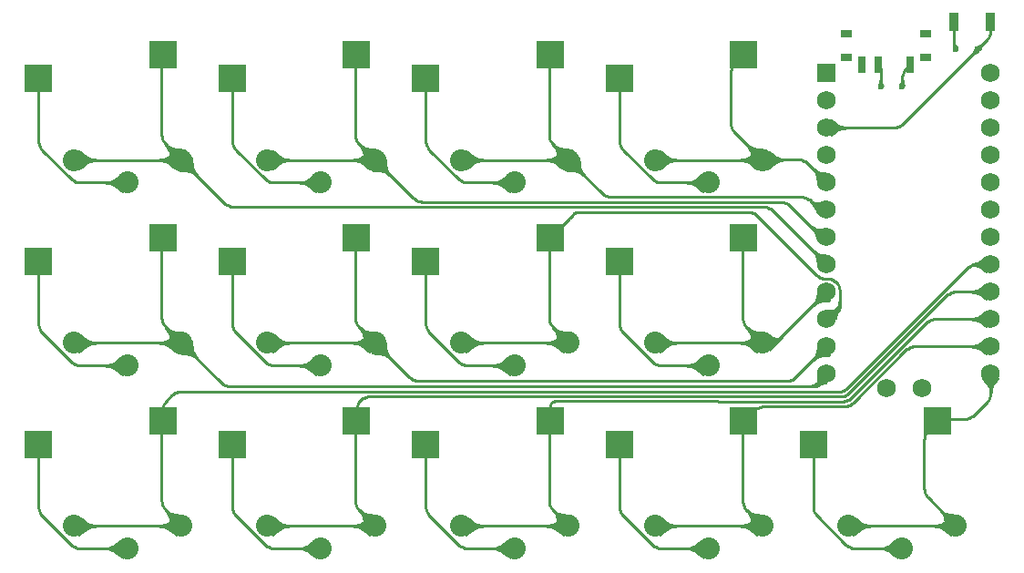
<source format=gbr>
%TF.GenerationSoftware,KiCad,Pcbnew,(5.1.10-1-10_14)*%
%TF.CreationDate,2022-03-08T11:01:30+00:00*%
%TF.ProjectId,The Card Tears Rounded,54686520-4361-4726-9420-546561727320,VERSION_HERE*%
%TF.SameCoordinates,Original*%
%TF.FileFunction,Copper,L1,Top*%
%TF.FilePolarity,Positive*%
%FSLAX46Y46*%
G04 Gerber Fmt 4.6, Leading zero omitted, Abs format (unit mm)*
G04 Created by KiCad (PCBNEW (5.1.10-1-10_14)) date 2022-03-08 11:01:30*
%MOMM*%
%LPD*%
G01*
G04 APERTURE LIST*
%TA.AperFunction,ComponentPad*%
%ADD10R,1.752600X1.752600*%
%TD*%
%TA.AperFunction,ComponentPad*%
%ADD11C,1.752600*%
%TD*%
%TA.AperFunction,SMDPad,CuDef*%
%ADD12R,2.600000X2.600000*%
%TD*%
%TA.AperFunction,ComponentPad*%
%ADD13C,2.032000*%
%TD*%
%TA.AperFunction,SMDPad,CuDef*%
%ADD14R,0.700000X1.500000*%
%TD*%
%TA.AperFunction,SMDPad,CuDef*%
%ADD15R,1.000000X0.800000*%
%TD*%
%TA.AperFunction,ComponentPad*%
%ADD16C,0.600000*%
%TD*%
%TA.AperFunction,SMDPad,CuDef*%
%ADD17R,0.900000X1.700000*%
%TD*%
%TA.AperFunction,Conductor*%
%ADD18C,0.250000*%
%TD*%
%TA.AperFunction,Conductor*%
%ADD19C,0.025400*%
%TD*%
%TA.AperFunction,Conductor*%
%ADD20C,0.100000*%
%TD*%
G04 APERTURE END LIST*
D10*
%TO.P,MCU1,1*%
%TO.N,RAW*%
X82980000Y38270000D03*
D11*
%TO.P,MCU1,2*%
%TO.N,GND*%
X82980000Y35730000D03*
%TO.P,MCU1,3*%
%TO.N,RST*%
X82980000Y33190000D03*
%TO.P,MCU1,4*%
%TO.N,VCC*%
X82980000Y30650000D03*
%TO.P,MCU1,5*%
%TO.N,P21*%
X82980000Y28110000D03*
%TO.P,MCU1,6*%
%TO.N,P20*%
X82980000Y25570000D03*
%TO.P,MCU1,7*%
%TO.N,P19*%
X82980000Y23030000D03*
%TO.P,MCU1,8*%
%TO.N,P18*%
X82980000Y20490000D03*
%TO.P,MCU1,9*%
%TO.N,P15*%
X82980000Y17950000D03*
%TO.P,MCU1,10*%
%TO.N,P14*%
X82980000Y15410000D03*
%TO.P,MCU1,11*%
%TO.N,P16*%
X82980000Y12870000D03*
%TO.P,MCU1,12*%
%TO.N,P10*%
X82980000Y10330000D03*
%TO.P,MCU1,13*%
%TO.N,P1*%
X98220000Y38270000D03*
%TO.P,MCU1,14*%
%TO.N,P0*%
X98220000Y35730000D03*
%TO.P,MCU1,15*%
%TO.N,GND*%
X98220000Y33190000D03*
%TO.P,MCU1,16*%
X98220000Y30650000D03*
%TO.P,MCU1,17*%
%TO.N,P2*%
X98220000Y28110000D03*
%TO.P,MCU1,18*%
%TO.N,P3*%
X98220000Y25570000D03*
%TO.P,MCU1,19*%
%TO.N,P4*%
X98220000Y23030000D03*
%TO.P,MCU1,20*%
%TO.N,P5*%
X98220000Y20490000D03*
%TO.P,MCU1,21*%
%TO.N,P6*%
X98220000Y17950000D03*
%TO.P,MCU1,22*%
%TO.N,P7*%
X98220000Y15410000D03*
%TO.P,MCU1,23*%
%TO.N,P8*%
X98220000Y12870000D03*
%TO.P,MCU1,24*%
%TO.N,P9*%
X98220000Y10330000D03*
%TD*%
D12*
%TO.P,S1,1*%
%TO.N,P5*%
X21275000Y5950000D03*
%TO.P,S1,2*%
%TO.N,GND*%
X9725000Y3750000D03*
%TD*%
D13*
%TO.P,S2,1*%
%TO.N,P5*%
X13000000Y-3800000D03*
%TO.P,S2,2*%
%TO.N,GND*%
X18000000Y-5900000D03*
%TO.P,S2,1*%
%TO.N,P5*%
X23000000Y-3800000D03*
%TO.P,S2,2*%
%TO.N,GND*%
X18000000Y-5900000D03*
%TD*%
D12*
%TO.P,S3,1*%
%TO.N,P10*%
X21275000Y22950000D03*
%TO.P,S3,2*%
%TO.N,GND*%
X9725000Y20750000D03*
%TD*%
D13*
%TO.P,S4,1*%
%TO.N,P10*%
X13000000Y13200000D03*
%TO.P,S4,2*%
%TO.N,GND*%
X18000000Y11100000D03*
%TO.P,S4,1*%
%TO.N,P10*%
X23000000Y13200000D03*
%TO.P,S4,2*%
%TO.N,GND*%
X18000000Y11100000D03*
%TD*%
D12*
%TO.P,S5,1*%
%TO.N,P18*%
X21275000Y39950000D03*
%TO.P,S5,2*%
%TO.N,GND*%
X9725000Y37750000D03*
%TD*%
D13*
%TO.P,S6,1*%
%TO.N,P18*%
X13000000Y30200000D03*
%TO.P,S6,2*%
%TO.N,GND*%
X18000000Y28100000D03*
%TO.P,S6,1*%
%TO.N,P18*%
X23000000Y30200000D03*
%TO.P,S6,2*%
%TO.N,GND*%
X18000000Y28100000D03*
%TD*%
D12*
%TO.P,S7,1*%
%TO.N,P6*%
X39275000Y5950000D03*
%TO.P,S7,2*%
%TO.N,GND*%
X27725000Y3750000D03*
%TD*%
D13*
%TO.P,S8,1*%
%TO.N,P6*%
X31000000Y-3800000D03*
%TO.P,S8,2*%
%TO.N,GND*%
X36000000Y-5900000D03*
%TO.P,S8,1*%
%TO.N,P6*%
X41000000Y-3800000D03*
%TO.P,S8,2*%
%TO.N,GND*%
X36000000Y-5900000D03*
%TD*%
D12*
%TO.P,S9,1*%
%TO.N,P16*%
X39275000Y22950000D03*
%TO.P,S9,2*%
%TO.N,GND*%
X27725000Y20750000D03*
%TD*%
D13*
%TO.P,S10,1*%
%TO.N,P16*%
X31000000Y13200000D03*
%TO.P,S10,2*%
%TO.N,GND*%
X36000000Y11100000D03*
%TO.P,S10,1*%
%TO.N,P16*%
X41000000Y13200000D03*
%TO.P,S10,2*%
%TO.N,GND*%
X36000000Y11100000D03*
%TD*%
D12*
%TO.P,S11,1*%
%TO.N,P19*%
X39275000Y39950000D03*
%TO.P,S11,2*%
%TO.N,GND*%
X27725000Y37750000D03*
%TD*%
D13*
%TO.P,S12,1*%
%TO.N,P19*%
X31000000Y30200000D03*
%TO.P,S12,2*%
%TO.N,GND*%
X36000000Y28100000D03*
%TO.P,S12,1*%
%TO.N,P19*%
X41000000Y30200000D03*
%TO.P,S12,2*%
%TO.N,GND*%
X36000000Y28100000D03*
%TD*%
D12*
%TO.P,S13,1*%
%TO.N,P7*%
X57275000Y5950000D03*
%TO.P,S13,2*%
%TO.N,GND*%
X45725000Y3750000D03*
%TD*%
D13*
%TO.P,S14,1*%
%TO.N,P7*%
X49000000Y-3800000D03*
%TO.P,S14,2*%
%TO.N,GND*%
X54000000Y-5900000D03*
%TO.P,S14,1*%
%TO.N,P7*%
X59000000Y-3800000D03*
%TO.P,S14,2*%
%TO.N,GND*%
X54000000Y-5900000D03*
%TD*%
D12*
%TO.P,S15,1*%
%TO.N,P14*%
X57275000Y22950000D03*
%TO.P,S15,2*%
%TO.N,GND*%
X45725000Y20750000D03*
%TD*%
D13*
%TO.P,S16,1*%
%TO.N,P14*%
X49000000Y13200000D03*
%TO.P,S16,2*%
%TO.N,GND*%
X54000000Y11100000D03*
%TO.P,S16,1*%
%TO.N,P14*%
X59000000Y13200000D03*
%TO.P,S16,2*%
%TO.N,GND*%
X54000000Y11100000D03*
%TD*%
D12*
%TO.P,S17,1*%
%TO.N,P20*%
X57275000Y39950000D03*
%TO.P,S17,2*%
%TO.N,GND*%
X45725000Y37750000D03*
%TD*%
D13*
%TO.P,S18,1*%
%TO.N,P20*%
X49000000Y30200000D03*
%TO.P,S18,2*%
%TO.N,GND*%
X54000000Y28100000D03*
%TO.P,S18,1*%
%TO.N,P20*%
X59000000Y30200000D03*
%TO.P,S18,2*%
%TO.N,GND*%
X54000000Y28100000D03*
%TD*%
D12*
%TO.P,S19,1*%
%TO.N,P8*%
X75275000Y5950000D03*
%TO.P,S19,2*%
%TO.N,GND*%
X63725000Y3750000D03*
%TD*%
D13*
%TO.P,S20,1*%
%TO.N,P8*%
X67000000Y-3800000D03*
%TO.P,S20,2*%
%TO.N,GND*%
X72000000Y-5900000D03*
%TO.P,S20,1*%
%TO.N,P8*%
X77000000Y-3800000D03*
%TO.P,S20,2*%
%TO.N,GND*%
X72000000Y-5900000D03*
%TD*%
D12*
%TO.P,S21,1*%
%TO.N,P15*%
X75275000Y22950000D03*
%TO.P,S21,2*%
%TO.N,GND*%
X63725000Y20750000D03*
%TD*%
D13*
%TO.P,S22,1*%
%TO.N,P15*%
X67000000Y13200000D03*
%TO.P,S22,2*%
%TO.N,GND*%
X72000000Y11100000D03*
%TO.P,S22,1*%
%TO.N,P15*%
X77000000Y13200000D03*
%TO.P,S22,2*%
%TO.N,GND*%
X72000000Y11100000D03*
%TD*%
D12*
%TO.P,S23,1*%
%TO.N,P21*%
X75275000Y39950000D03*
%TO.P,S23,2*%
%TO.N,GND*%
X63725000Y37750000D03*
%TD*%
D13*
%TO.P,S24,1*%
%TO.N,P21*%
X67000000Y30200000D03*
%TO.P,S24,2*%
%TO.N,GND*%
X72000000Y28100000D03*
%TO.P,S24,1*%
%TO.N,P21*%
X77000000Y30200000D03*
%TO.P,S24,2*%
%TO.N,GND*%
X72000000Y28100000D03*
%TD*%
D12*
%TO.P,S25,1*%
%TO.N,P9*%
X93275000Y5950000D03*
%TO.P,S25,2*%
%TO.N,GND*%
X81725000Y3750000D03*
%TD*%
D13*
%TO.P,S26,1*%
%TO.N,P9*%
X85000000Y-3800000D03*
%TO.P,S26,2*%
%TO.N,GND*%
X90000000Y-5900000D03*
%TO.P,S26,1*%
%TO.N,P9*%
X95000000Y-3800000D03*
%TO.P,S26,2*%
%TO.N,GND*%
X90000000Y-5900000D03*
%TD*%
D14*
%TO.P,,1*%
%TO.N,pos*%
X90750000Y39070000D03*
%TO.P,,2*%
%TO.N,RAW*%
X87750000Y39070000D03*
%TO.P,,3*%
%TO.N,N/C*%
X86250000Y39070000D03*
D15*
%TO.P,,*%
%TO.N,*%
X92150000Y41930000D03*
X84850000Y41930000D03*
X84850000Y39720000D03*
X92150000Y39720000D03*
%TD*%
D16*
%TO.P,REF\u002A\u002A,1*%
%TO.N,RAW*%
X88000000Y37000000D03*
%TD*%
%TO.P,REF\u002A\u002A,1*%
%TO.N,pos*%
X90000000Y37000000D03*
%TD*%
%TO.P,REF\u002A\u002A,1*%
%TO.N,GND*%
X95000000Y40500000D03*
%TD*%
%TO.P,REF\u002A\u002A,1*%
%TO.N,RST*%
X97000000Y40500000D03*
%TD*%
D17*
%TO.P,,1*%
%TO.N,RST*%
X98200000Y43000000D03*
%TO.P,,2*%
%TO.N,GND*%
X94800000Y43000000D03*
%TD*%
D11*
%TO.P,,1*%
%TO.N,pos*%
X88580000Y9000000D03*
%TO.P,,2*%
%TO.N,GND*%
X91820000Y9000000D03*
%TD*%
D18*
%TO.N,P5*%
X22946713Y8675023D02*
X22813685Y8661920D01*
X21184783Y5836867D02*
X21179914Y5820817D01*
X22431169Y8545885D02*
X22313282Y8482873D01*
X84179214Y8663134D02*
X84046187Y8650033D01*
X22731214Y-3531214D02*
X22754674Y-3575106D01*
X21199108Y5867155D02*
X21191202Y5852363D01*
X21214179Y-1742439D02*
X21252981Y-1870354D01*
X76065798Y8650027D02*
X76065813Y8650031D01*
X76065798Y8650027D02*
X76065798Y8650027D01*
X76065813Y8650031D02*
X76065798Y8650027D01*
X76065813Y8650031D02*
X76065813Y8650031D01*
X21288102Y7136337D02*
X21275000Y7003309D01*
X96363990Y20360862D02*
X96246103Y20297850D01*
X96879534Y20490000D02*
X96746506Y20476897D01*
X73269529Y8656032D02*
X73273231Y8654053D01*
X21219067Y5894067D02*
X21208427Y5881102D01*
X22682581Y8635842D02*
X22554666Y8597039D01*
X21304134Y-1993850D02*
X21367146Y-2111737D01*
X22740460Y-3719429D02*
X22708888Y-3757902D01*
X76065792Y8650023D02*
X76065798Y8650027D01*
X76065792Y8650023D02*
X76065792Y8650023D01*
X76065798Y8650027D02*
X76065792Y8650023D01*
X22764384Y-3623919D02*
X22759506Y-3673448D01*
X96615402Y20450819D02*
X96487487Y20412016D01*
X73249393Y8670966D02*
X73253093Y8668988D01*
X84438232Y8728014D02*
X84310317Y8689212D01*
X76065792Y8650023D02*
X76065792Y8650023D01*
X73277108Y8652447D02*
X73281125Y8651229D01*
X21352982Y7395355D02*
X21314180Y7267440D01*
X21241569Y5918894D02*
X21230929Y5905929D01*
X73262794Y8661026D02*
X73266039Y8658364D01*
X84894088Y9001244D02*
X84790759Y8916444D01*
X21441410Y-2222881D02*
X21526210Y-2326210D01*
X21467147Y7636738D02*
X21404135Y7518851D01*
X76065761Y8650002D02*
X76065775Y8650009D01*
X76065761Y8650002D02*
X76065761Y8650002D01*
X76065775Y8650009D02*
X76065761Y8650002D01*
X76065775Y8650009D02*
X76065775Y8650009D01*
X21176642Y5804365D02*
X21174999Y5787672D01*
X22667506Y-3785552D02*
X22619880Y-3800000D01*
X76065750Y8650000D02*
X76065761Y8650002D01*
X76065750Y8650000D02*
X76065750Y8650000D01*
X76065761Y8650002D02*
X76065750Y8650000D01*
X73237382Y8674611D02*
X73233205Y8675023D01*
X21258794Y5947633D02*
X21250888Y5932841D01*
X73256583Y8666656D02*
X73259827Y8663994D01*
X22202138Y8408609D02*
X22098809Y8323809D01*
X76065819Y8650033D02*
X76065814Y8650032D01*
X73241498Y8673792D02*
X73245515Y8672573D01*
X76065750Y8650000D02*
X76065745Y8650000D01*
X96134959Y20223586D02*
X96031630Y20138786D01*
X84679615Y8842180D02*
X84561728Y8779168D01*
X21626211Y7851211D02*
X21541411Y7747882D01*
X76065776Y8650010D02*
X76065788Y8650020D01*
X76065779Y8650012D02*
X76065776Y8650010D01*
X76065779Y8650012D02*
X76065779Y8650012D01*
X76065788Y8650020D02*
X76065779Y8650012D01*
X21270082Y5979180D02*
X21265213Y5963129D01*
X21174999Y-1478308D02*
X21188101Y-1611336D01*
X21275000Y6012324D02*
X21273355Y5995631D01*
X73285241Y8650411D02*
X73289418Y8650000D01*
X21199108Y5867155D02*
X21208427Y5881102D01*
X76065750Y8650000D02*
X76065750Y8650000D01*
X21467147Y7636738D02*
X21541411Y7747882D01*
X84179214Y8663134D02*
X84310317Y8689212D01*
X21367146Y-2111737D02*
X21441410Y-2222881D01*
X21288102Y7136337D02*
X21314180Y7267440D01*
X21214179Y-1742439D02*
X21188101Y-1611336D01*
X22813685Y8661920D02*
X22682581Y8635842D01*
X73253093Y8668988D02*
X73256583Y8666656D01*
X22313282Y8482873D02*
X22202138Y8408609D01*
X76065775Y8650009D02*
X76065776Y8650010D01*
X73281125Y8651229D02*
X73285241Y8650411D01*
X84790759Y8916444D02*
X84679615Y8842180D01*
X22754674Y-3575106D02*
X22764384Y-3623919D01*
X96746506Y20476897D02*
X96615402Y20450819D01*
X76065813Y8650031D02*
X76065814Y8650032D01*
X76065792Y8650023D02*
X76065792Y8650023D01*
X96246103Y20297850D02*
X96134959Y20223586D01*
X22708888Y-3757902D02*
X22667506Y-3785552D01*
X21241569Y5918894D02*
X21250888Y5932841D01*
X21179914Y5820817D02*
X21176642Y5804365D01*
X73237382Y8674611D02*
X73241498Y8673792D01*
X21270082Y5979180D02*
X21273355Y5995631D01*
X73269529Y8656032D02*
X73266039Y8658364D01*
X76065798Y8650027D02*
X76065798Y8650027D01*
X21352982Y7395355D02*
X21404135Y7518851D01*
X76065761Y8650002D02*
X76065761Y8650002D01*
X22431169Y8545885D02*
X22554666Y8597039D01*
X96363990Y20360862D02*
X96487487Y20412016D01*
X84438232Y8728014D02*
X84561728Y8779168D01*
X73273231Y8654053D02*
X73277108Y8652447D01*
X21252981Y-1870354D02*
X21304134Y-1993850D01*
X73249393Y8670966D02*
X73245515Y8672573D01*
X21258794Y5947633D02*
X21265213Y5963129D01*
X21184783Y5836867D02*
X21191202Y5852363D01*
X22740460Y-3719429D02*
X22759506Y-3673448D01*
X22731214Y-3531214D02*
X21526210Y-2326210D01*
X21174999Y5787672D02*
X21174999Y-1478308D01*
X21219067Y5894067D02*
X21230929Y5905929D01*
X22619880Y-3800000D02*
X13000000Y-3800000D01*
X73262794Y8661026D02*
X73259827Y8663994D01*
X22946713Y8675023D02*
X73233205Y8675023D01*
X22098809Y8323809D02*
X21626211Y7851211D01*
X84046187Y8650033D02*
X76065819Y8650033D01*
X84894088Y9001244D02*
X96031630Y20138786D01*
X21275000Y7003309D02*
X21275000Y6012324D01*
X96879534Y20490000D02*
X98220000Y20490000D01*
X76065779Y8650012D02*
X76065779Y8650012D01*
X76065745Y8650000D02*
X73289418Y8650000D01*
%TO.N,GND*%
X84978577Y-5707850D02*
X85096464Y-5770862D01*
X12978577Y-5707850D02*
X13096464Y-5770862D01*
X45854135Y-2528533D02*
X45917147Y-2646420D01*
X45854135Y14471464D02*
X45917147Y14353577D01*
X63725000Y31987006D02*
X63738101Y31853979D01*
X63764179Y-2277122D02*
X63802981Y-2405037D01*
X67219961Y-5822016D02*
X67347876Y-5860819D01*
X31478979Y28113101D02*
X31612007Y28100000D01*
X13219961Y-5822016D02*
X13347876Y-5860819D01*
X94832407Y40695267D02*
X94848220Y40665683D01*
X63725000Y-2012992D02*
X63738101Y-2146019D01*
X30978577Y28292147D02*
X31096464Y28229135D01*
X63764179Y14722876D02*
X63802982Y14594960D01*
X49478979Y11113101D02*
X49612007Y11100000D01*
X9854135Y31471464D02*
X9917147Y31353577D01*
X27764178Y14722876D02*
X27802981Y14594961D01*
X9725000Y-2012992D02*
X9738101Y-2146019D01*
X45725000Y14987007D02*
X45738101Y14853979D01*
X30764104Y-5548786D02*
X30867433Y-5633586D01*
X49478980Y-5886897D02*
X49612008Y-5900000D01*
X66764104Y11451211D02*
X66867433Y11366411D01*
X9991411Y-2757564D02*
X10076211Y-2860893D01*
X66978577Y11292147D02*
X67096464Y11229135D01*
X9991411Y14242433D02*
X10076211Y14139104D01*
X30978577Y-5707850D02*
X31096464Y-5770862D01*
X49478979Y28113101D02*
X49612007Y28100000D01*
X63854135Y14471464D02*
X63917147Y14353577D01*
X27764178Y31722876D02*
X27802981Y31594961D01*
X13219961Y28177982D02*
X13347876Y28139179D01*
X9725000Y31987006D02*
X9738101Y31853979D01*
X9764179Y-2277122D02*
X9802981Y-2405037D01*
X49219961Y-5822016D02*
X49347876Y-5860819D01*
X48764104Y28451211D02*
X48867433Y28366411D01*
X45725000Y-2012991D02*
X45738102Y-2146019D01*
X12978577Y28292147D02*
X13096464Y28229135D01*
X45991411Y31242433D02*
X46076211Y31139104D01*
X85478980Y-5886897D02*
X85612008Y-5900000D01*
X45764180Y-2277122D02*
X45802982Y-2405037D01*
X31478979Y11113101D02*
X31612006Y11100000D01*
X27991411Y31242433D02*
X28076211Y31139104D01*
X63854135Y31471464D02*
X63917147Y31353577D01*
X81991411Y-2757564D02*
X82076211Y-2860893D01*
X49219961Y11177982D02*
X49347876Y11139179D01*
X63725000Y14987007D02*
X63738102Y14853979D01*
X48764104Y-5548786D02*
X48867433Y-5633586D01*
X81725000Y-2012991D02*
X81738102Y-2146019D01*
X94866857Y40637790D02*
X94888138Y40611859D01*
X31478980Y-5886897D02*
X31612008Y-5900000D01*
X12764104Y11451211D02*
X12867433Y11366411D01*
X45764179Y31722876D02*
X45802982Y31594960D01*
X48978577Y11292147D02*
X49096464Y11229135D01*
X63991411Y14242433D02*
X64076211Y14139104D01*
X48978577Y-5707850D02*
X49096464Y-5770862D01*
X9854135Y-2528533D02*
X9917147Y-2646420D01*
X84764104Y-5548786D02*
X84867433Y-5633586D01*
X9854135Y14471464D02*
X9917147Y14353577D01*
X9764179Y31722876D02*
X9802981Y31594961D01*
X31219961Y28177982D02*
X31347876Y28139179D01*
X81854135Y-2528533D02*
X81917147Y-2646420D01*
X27725000Y31987006D02*
X27738101Y31853979D01*
X27764179Y-2277122D02*
X27802981Y-2405037D01*
X31219961Y-5822016D02*
X31347876Y-5860819D01*
X30764104Y28451211D02*
X30867433Y28366411D01*
X27725000Y-2012992D02*
X27738101Y-2146019D01*
X66978577Y28292147D02*
X67096464Y28229135D01*
X66764104Y28451211D02*
X66867433Y28366411D01*
X63991411Y31242433D02*
X64076211Y31139104D01*
X67478979Y28113101D02*
X67612006Y28100000D01*
X27854135Y-2528533D02*
X27917147Y-2646420D01*
X45854135Y31471464D02*
X45917147Y31353577D01*
X67219961Y11177982D02*
X67347876Y11139179D01*
X13478979Y11113101D02*
X13612007Y11100000D01*
X9725000Y14987006D02*
X9738101Y14853979D01*
X66764104Y-5548786D02*
X66867433Y-5633586D01*
X63854135Y-2528533D02*
X63917147Y-2646420D01*
X13478980Y-5886897D02*
X13612008Y-5900000D01*
X30764104Y11451211D02*
X30867433Y11366411D01*
X45991411Y-2757564D02*
X46076211Y-2860893D01*
X67219961Y28177981D02*
X67347876Y28139179D01*
X30978577Y11292147D02*
X31096464Y11229135D01*
X45991411Y14242433D02*
X46076211Y14139104D01*
X66978577Y-5707850D02*
X67096464Y-5770862D01*
X13478979Y28113102D02*
X13612007Y28100000D01*
X27854135Y14471464D02*
X27917147Y14353577D01*
X63764179Y31722876D02*
X63802981Y31594961D01*
X49219961Y28177982D02*
X49347876Y28139179D01*
X94809831Y40758361D02*
X94819569Y40726260D01*
X45725000Y31987007D02*
X45738102Y31853979D01*
X85219961Y-5822016D02*
X85347876Y-5860819D01*
X12764104Y28451211D02*
X12867433Y28366411D01*
X31219961Y11177981D02*
X31347876Y11139179D01*
X48978577Y28292147D02*
X49096464Y28229135D01*
X45764179Y14722876D02*
X45802982Y14594961D01*
X81764180Y-2277122D02*
X81802982Y-2405037D01*
X67478979Y11113102D02*
X67612007Y11100000D01*
X27854135Y31471464D02*
X27917147Y31353577D01*
X63991411Y-2757564D02*
X64076211Y-2860893D01*
X9764179Y14722876D02*
X9802981Y14594961D01*
X13219961Y11177982D02*
X13347876Y11139179D01*
X94800000Y40824647D02*
X94803287Y40791262D01*
X27725000Y14987006D02*
X27738101Y14853979D01*
X9991411Y31242433D02*
X10076211Y31139104D01*
X12764104Y-5548786D02*
X12867433Y-5633586D01*
X67478980Y-5886897D02*
X67612008Y-5900000D01*
X48764104Y11451211D02*
X48867433Y11366411D01*
X27991411Y-2757564D02*
X28076211Y-2860893D01*
X12978577Y11292147D02*
X13096464Y11229135D01*
X27991411Y14242433D02*
X28076211Y14139104D01*
X63738101Y31853979D02*
X63764179Y31722876D01*
X48867433Y28366411D02*
X48978577Y28292147D01*
X27764179Y-2277122D02*
X27738101Y-2146019D01*
X45917147Y-2646420D02*
X45991411Y-2757564D01*
X63917147Y14353577D02*
X63991411Y14242433D01*
X49478979Y28113101D02*
X49347876Y28139179D01*
X31478980Y-5886897D02*
X31347876Y-5860819D01*
X81991411Y-2757564D02*
X81917147Y-2646420D01*
X45991411Y31242433D02*
X45917147Y31353577D01*
X81738102Y-2146019D02*
X81764180Y-2277122D01*
X67347876Y-5860819D02*
X67478980Y-5886897D01*
X31478979Y11113101D02*
X31347876Y11139179D01*
X27764178Y31722876D02*
X27738101Y31853979D01*
X9738101Y31853979D02*
X9764179Y31722876D01*
X12978577Y28292147D02*
X12867433Y28366411D01*
X45917147Y14353577D02*
X45991411Y14242433D01*
X12978577Y-5707850D02*
X12867433Y-5633586D01*
X45738101Y14853979D02*
X45764179Y14722876D01*
X67478979Y28113101D02*
X67347876Y28139179D01*
X49478980Y-5886897D02*
X49347876Y-5860819D01*
X9738101Y-2146019D02*
X9764179Y-2277122D01*
X30867433Y-5633586D02*
X30978577Y-5707850D01*
X27764178Y14722876D02*
X27738101Y14853979D01*
X13347876Y28139179D02*
X13478979Y28113102D01*
X13347876Y-5860819D02*
X13478980Y-5886897D01*
X63764179Y-2277122D02*
X63738101Y-2146019D01*
X94809831Y40758361D02*
X94803287Y40791262D01*
X63917147Y31353577D02*
X63991411Y31242433D01*
X48978577Y11292147D02*
X48867433Y11366411D01*
X85478980Y-5886897D02*
X85347876Y-5860819D01*
X45738102Y-2146019D02*
X45764180Y-2277122D01*
X66867433Y11366411D02*
X66978577Y11292147D01*
X49478979Y11113101D02*
X49347876Y11139179D01*
X9738101Y14853979D02*
X9764179Y14722876D01*
X48867433Y-5633586D02*
X48978577Y-5707850D01*
X27917147Y14353577D02*
X27991411Y14242433D01*
X30978577Y28292147D02*
X30867433Y28366411D01*
X12867433Y11366411D02*
X12978577Y11292147D01*
X66867433Y-5633586D02*
X66978577Y-5707850D01*
X84978577Y-5707850D02*
X84867433Y-5633586D01*
X94848220Y40665683D02*
X94866857Y40637790D01*
X63764179Y14722876D02*
X63738102Y14853979D01*
X9991411Y-2757564D02*
X9917147Y-2646420D01*
X67347876Y11139179D02*
X67478979Y11113102D01*
X45764179Y31722876D02*
X45738102Y31853979D01*
X27917147Y-2646420D02*
X27991411Y-2757564D01*
X9917147Y31353577D02*
X9991411Y31242433D01*
X13478979Y11113101D02*
X13347876Y11139179D01*
X30867433Y11366411D02*
X30978577Y11292147D01*
X63917147Y-2646420D02*
X63991411Y-2757564D01*
X66978577Y28292147D02*
X66867433Y28366411D01*
X27991411Y31242433D02*
X27917147Y31353577D01*
X31478979Y28113101D02*
X31347876Y28139179D01*
X9991411Y14242433D02*
X9917147Y14353577D01*
X63802981Y-2405037D02*
X63854135Y-2528533D01*
X45802982Y31594960D02*
X45854135Y31471464D01*
X27802981Y14594961D02*
X27854135Y14471464D01*
X9854135Y31471464D02*
X9802981Y31594961D01*
X49219961Y28177982D02*
X49096464Y28229135D01*
X13219961Y11177982D02*
X13096464Y11229135D01*
X49219961Y11177982D02*
X49096464Y11229135D01*
X27802981Y-2405037D02*
X27854135Y-2528533D01*
X63802982Y14594960D02*
X63854135Y14471464D01*
X45854135Y14471464D02*
X45802982Y14594961D01*
X13096464Y-5770862D02*
X13219961Y-5822016D01*
X81854135Y-2528533D02*
X81802982Y-2405037D01*
X49219961Y-5822016D02*
X49096464Y-5770862D01*
X27802981Y31594961D02*
X27854135Y31471464D01*
X31096464Y28229135D02*
X31219961Y28177982D01*
X67096464Y11229135D02*
X67219961Y11177982D01*
X67219961Y-5822016D02*
X67096464Y-5770862D01*
X13219961Y28177982D02*
X13096464Y28229135D01*
X45854135Y-2528533D02*
X45802982Y-2405037D01*
X63854135Y31471464D02*
X63802981Y31594961D01*
X94832407Y40695267D02*
X94819569Y40726260D01*
X85096464Y-5770862D02*
X85219961Y-5822016D01*
X67096464Y28229135D02*
X67219961Y28177981D01*
X31096464Y-5770862D02*
X31219961Y-5822016D01*
X9854135Y14471464D02*
X9802981Y14594961D01*
X9802981Y-2405037D02*
X9854135Y-2528533D01*
X31096464Y11229135D02*
X31219961Y11177981D01*
X48764104Y28451211D02*
X46076211Y31139104D01*
X49612007Y28100000D02*
X54000000Y28100000D01*
X45725000Y31987007D02*
X45725000Y37750000D01*
X31612007Y28100000D02*
X36000000Y28100000D01*
X28076211Y31139104D02*
X30764104Y28451211D01*
X27725000Y31987006D02*
X27725000Y37750000D01*
X13612007Y28100000D02*
X18000000Y28100000D01*
X12764104Y28451211D02*
X10076211Y31139104D01*
X9725000Y31987006D02*
X9725000Y37750000D01*
X13612007Y11100000D02*
X18000000Y11100000D01*
X10076211Y14139104D02*
X12764104Y11451211D01*
X9725000Y14987006D02*
X9725000Y20750000D01*
X13612008Y-5900000D02*
X18000000Y-5900000D01*
X10076211Y-2860893D02*
X12764104Y-5548786D01*
X9725000Y-2012992D02*
X9725000Y3750000D01*
X31612008Y-5900000D02*
X36000000Y-5900000D01*
X30764104Y-5548786D02*
X28076211Y-2860893D01*
X27725000Y-2012992D02*
X27725000Y3750000D01*
X49612008Y-5900000D02*
X54000000Y-5900000D01*
X48764104Y-5548786D02*
X46076211Y-2860893D01*
X45725000Y-2012991D02*
X45725000Y3750000D01*
X67612008Y-5900000D02*
X72000000Y-5900000D01*
X66764104Y-5548786D02*
X64076211Y-2860893D01*
X63725000Y-2012992D02*
X63725000Y3750000D01*
X85612008Y-5900000D02*
X90000000Y-5900000D01*
X82076211Y-2860893D02*
X84764104Y-5548786D01*
X81725000Y-2012991D02*
X81725000Y3750000D01*
X67612007Y11100000D02*
X72000000Y11100000D01*
X66764104Y11451211D02*
X64076211Y14139104D01*
X63725000Y14987007D02*
X63725000Y20750000D01*
X49612007Y11100000D02*
X54000000Y11100000D01*
X46076211Y14139104D02*
X48764104Y11451211D01*
X45725000Y14987007D02*
X45725000Y20750000D01*
X31612006Y11100000D02*
X36000000Y11100000D01*
X30764104Y11451211D02*
X28076211Y14139104D01*
X27725000Y14987006D02*
X27725000Y20750000D01*
X67612006Y28100000D02*
X72000000Y28100000D01*
X66764104Y28451211D02*
X64076211Y31139104D01*
X63725000Y31987006D02*
X63725000Y37750000D01*
X94888138Y40611859D02*
X95000000Y40500000D01*
X94800000Y40824647D02*
X94800000Y43000000D01*
%TO.N,P10*%
X23351974Y12848023D02*
X23199820Y12958539D01*
X23255652Y12944345D02*
X23351974Y12848023D01*
X23199820Y12958539D02*
X23255652Y12944345D01*
X23071440Y13085376D02*
X23091310Y13108687D01*
X23132544Y13067453D02*
X23071440Y13085376D01*
X23091310Y13108687D02*
X23132544Y13067453D01*
X22817590Y13354191D02*
X22830648Y13369349D01*
X22857647Y13342350D02*
X22817590Y13354191D01*
X22830648Y13369349D02*
X22857647Y13342350D01*
X22618878Y13200000D02*
X22676941Y13221822D01*
X22671853Y13195044D02*
X22618878Y13200000D01*
X22676941Y13221822D02*
X22671853Y13195044D01*
X82151211Y9501211D02*
X82047882Y9416411D01*
X26698786Y9501211D02*
X26802115Y9416411D01*
X22762180Y13333005D02*
X22765893Y13371722D01*
X22789540Y13352083D02*
X22762180Y13333005D01*
X22765893Y13371722D02*
X22789540Y13352083D01*
X21304134Y15006147D02*
X21367146Y14888260D01*
X21176642Y22804365D02*
X21174999Y22787672D01*
X81936738Y9342147D02*
X81818851Y9279135D01*
X22714125Y13247951D02*
X22740776Y13281330D01*
X22740722Y13234872D02*
X22714125Y13247951D01*
X22740776Y13281330D02*
X22740722Y13234872D01*
X21441410Y14777116D02*
X21526210Y14673787D01*
X21184783Y22836867D02*
X21179915Y22820816D01*
X21199108Y22867155D02*
X21191202Y22852363D01*
X21214177Y15257559D02*
X21252980Y15129644D01*
X21174999Y15521689D02*
X21188100Y15388662D01*
X23022371Y13064879D02*
X22971243Y13090582D01*
X23041424Y13082991D02*
X23022371Y13064879D01*
X22971243Y13090582D02*
X23041424Y13082991D01*
X21219067Y22894067D02*
X21208427Y22881102D01*
X26913259Y9342147D02*
X27031146Y9279135D01*
X81695355Y9227981D02*
X81567440Y9189179D01*
X22779443Y13170029D02*
X22731121Y13183734D01*
X22752258Y13199903D02*
X22779443Y13170029D01*
X22731121Y13183734D02*
X22752258Y13199903D01*
X27413661Y9163101D02*
X27546688Y9150000D01*
X81436337Y9163101D02*
X81303310Y9150000D01*
X22757399Y13422121D02*
X22736007Y13463990D01*
X22779686Y13420311D02*
X22757399Y13422121D01*
X22736007Y13463990D02*
X22779686Y13420311D01*
X27154643Y9227981D02*
X27282558Y9189179D01*
X23199820Y12958539D02*
X23022371Y13064879D01*
X23255652Y12944345D02*
X23132544Y13067453D01*
X23071440Y13085376D02*
X23041424Y13082991D01*
X21199108Y22867155D02*
X21208427Y22881102D01*
X81567440Y9189179D02*
X81436337Y9163101D01*
X82047882Y9416411D02*
X81936738Y9342147D01*
X21214177Y15257559D02*
X21188100Y15388662D01*
X22676941Y13221822D02*
X22714125Y13247951D01*
X22671853Y13195044D02*
X22731121Y13183734D01*
X22740722Y13234872D02*
X22752258Y13199903D01*
X27413661Y9163101D02*
X27282558Y9189179D01*
X21367146Y14888260D02*
X21441410Y14777116D01*
X26802115Y9416411D02*
X26913259Y9342147D01*
X22765893Y13371722D02*
X22757399Y13422121D01*
X22817590Y13354191D02*
X22789540Y13352083D01*
X22830648Y13369349D02*
X22779686Y13420311D01*
X21176642Y22804365D02*
X21179915Y22820816D01*
X21184783Y22836867D02*
X21191202Y22852363D01*
X21304134Y15006147D02*
X21252980Y15129644D01*
X81818851Y9279135D02*
X81695355Y9227981D01*
X22762180Y13333005D02*
X22740776Y13281330D01*
X22971243Y13090582D02*
X22779443Y13170029D01*
X23091310Y13108687D02*
X22857647Y13342350D01*
X27031146Y9279135D02*
X27154643Y9227981D01*
X21526210Y14673787D02*
X22736007Y13463990D01*
X21174999Y22787672D02*
X21174999Y15521689D01*
X21219067Y22894067D02*
X21275000Y22950000D01*
X22618878Y13200000D02*
X13000000Y13200000D01*
X23351974Y12848023D02*
X26698786Y9501211D01*
X27546688Y9150000D02*
X81303310Y9150000D01*
X82151211Y9501211D02*
X82980000Y10330000D01*
%TO.N,P18*%
X21441410Y31777116D02*
X21526210Y31673787D01*
X21184783Y39836867D02*
X21179914Y39820817D01*
X21199108Y39867155D02*
X21191202Y39852363D01*
X21214177Y32257559D02*
X21252980Y32129644D01*
X21174999Y32521689D02*
X21188100Y32388662D01*
X23022371Y30064879D02*
X22971243Y30090582D01*
X23041424Y30082991D02*
X23022371Y30064879D01*
X22971243Y30090582D02*
X23041424Y30082991D01*
X26998786Y26201211D02*
X27102115Y26116411D01*
X22817590Y30354191D02*
X22830648Y30369349D01*
X22857647Y30342350D02*
X22817590Y30354191D01*
X22830648Y30369349D02*
X22857647Y30342350D01*
X22779443Y30170029D02*
X22731121Y30183734D01*
X22752258Y30199903D02*
X22779443Y30170029D01*
X22731121Y30183734D02*
X22752258Y30199903D01*
X77387440Y25810818D02*
X77515355Y25772016D01*
X77256337Y25836897D02*
X77123309Y25850000D01*
X22757399Y30422121D02*
X22736007Y30463990D01*
X22779686Y30420311D02*
X22757399Y30422121D01*
X22736007Y30463990D02*
X22779686Y30420311D01*
X23351974Y29848023D02*
X23199820Y29958540D01*
X23255652Y29944345D02*
X23351974Y29848023D01*
X23199820Y29958540D02*
X23255652Y29944345D01*
X23071440Y30085377D02*
X23091310Y30108687D01*
X23132544Y30067453D02*
X23071440Y30085377D01*
X23091310Y30108687D02*
X23132544Y30067453D01*
X21219067Y39894067D02*
X21208427Y39881102D01*
X77867882Y25583586D02*
X77971211Y25498786D01*
X22618878Y30200000D02*
X22676941Y30221822D01*
X22671853Y30195044D02*
X22618878Y30200000D01*
X22676941Y30221822D02*
X22671853Y30195044D01*
X77638851Y25720862D02*
X77756738Y25657850D01*
X27213259Y26042147D02*
X27331146Y25979135D01*
X22762180Y30333005D02*
X22765893Y30371722D01*
X22789540Y30352083D02*
X22762180Y30333005D01*
X22765893Y30371722D02*
X22789540Y30352083D01*
X21304134Y32006147D02*
X21367146Y31888260D01*
X27713661Y25863101D02*
X27846688Y25850000D01*
X21176642Y39804365D02*
X21174999Y39787672D01*
X22714125Y30247951D02*
X22740776Y30281330D01*
X22740723Y30234873D02*
X22714125Y30247951D01*
X22740776Y30281330D02*
X22740723Y30234873D01*
X27454643Y25927981D02*
X27582558Y25889179D01*
X23022371Y30064879D02*
X23199820Y29958540D01*
X23255652Y29944345D02*
X23132544Y30067453D01*
X23041424Y30082991D02*
X23071440Y30085377D01*
X21199108Y39867155D02*
X21208427Y39881102D01*
X77387440Y25810818D02*
X77256337Y25836897D01*
X27713661Y25863101D02*
X27582558Y25889179D01*
X27102115Y26116411D02*
X27213259Y26042147D01*
X21214177Y32257559D02*
X21188100Y32388662D01*
X22676941Y30221822D02*
X22714125Y30247951D01*
X22731121Y30183734D02*
X22671853Y30195044D01*
X22752258Y30199903D02*
X22740723Y30234873D01*
X77867882Y25583586D02*
X77756738Y25657850D01*
X21441410Y31777116D02*
X21367146Y31888260D01*
X22757399Y30422121D02*
X22765893Y30371722D01*
X22817590Y30354191D02*
X22789540Y30352083D01*
X22830648Y30369349D02*
X22779686Y30420311D01*
X21179914Y39820817D02*
X21176642Y39804365D01*
X21184783Y39836867D02*
X21191202Y39852363D01*
X21252980Y32129644D02*
X21304134Y32006147D01*
X77515355Y25772016D02*
X77638851Y25720862D01*
X22762180Y30333005D02*
X22740776Y30281330D01*
X22971243Y30090582D02*
X22779443Y30170029D01*
X22857647Y30342350D02*
X23091310Y30108687D01*
X27331146Y25979135D02*
X27454643Y25927981D01*
X21526210Y31673787D02*
X22736007Y30463990D01*
X21174999Y32521689D02*
X21174999Y39787672D01*
X21219067Y39894067D02*
X21275000Y39950000D01*
X22618878Y30200000D02*
X13000000Y30200000D01*
X26998786Y26201211D02*
X23351974Y29848023D01*
X77123309Y25850000D02*
X27846688Y25850000D01*
X77971211Y25498786D02*
X82980000Y20490000D01*
%TO.N,P6*%
X76252150Y8199989D02*
X76252166Y8199992D01*
X76252150Y8199989D02*
X76252150Y8199989D01*
X76252166Y8199992D02*
X76252150Y8199989D01*
X76252166Y8199992D02*
X76252166Y8199992D01*
X94711812Y17910819D02*
X94583897Y17872016D01*
X40731214Y-3531214D02*
X40754674Y-3575106D01*
X39199108Y5867155D02*
X39191202Y5852363D01*
X84866014Y8392169D02*
X84748127Y8329157D01*
X73083128Y8206021D02*
X73086829Y8204042D01*
X39258794Y5947633D02*
X39250888Y5932841D01*
X73050982Y8224600D02*
X73046805Y8225012D01*
X40740460Y-3719429D02*
X40708888Y-3757902D01*
X73055098Y8223781D02*
X73059115Y8222562D01*
X73076394Y8211014D02*
X73079639Y8208352D01*
X39219067Y5894067D02*
X39208427Y5881102D01*
X39184783Y5836867D02*
X39179914Y5820817D01*
X39304134Y-1993850D02*
X39367146Y-2111737D01*
X39214178Y-1742439D02*
X39252980Y-1870354D01*
X40764384Y-3623919D02*
X40759506Y-3673448D01*
X76252198Y8200016D02*
X76252213Y8200020D01*
X76252198Y8200016D02*
X76252198Y8200016D01*
X76252213Y8200020D02*
X76252198Y8200016D01*
X76252213Y8200020D02*
X76252213Y8200020D01*
X39241569Y5918894D02*
X39230929Y5905929D01*
X76252185Y8200007D02*
X76252185Y8200007D01*
X40211579Y8189367D02*
X40095209Y8154067D01*
X39594511Y7819511D02*
X39517365Y7725508D01*
X39449803Y7624396D02*
X39392479Y7517149D01*
X94975944Y17950000D02*
X94842916Y17936897D01*
X84365613Y8213123D02*
X84232586Y8200022D01*
X39441410Y-2222881D02*
X39526210Y-2326210D01*
X94460400Y17820862D02*
X94342513Y17757850D01*
X39176642Y5804365D02*
X39174999Y5787672D01*
X73090708Y8202436D02*
X73094725Y8201218D01*
X39774501Y7982644D02*
X39680498Y7905498D01*
X40667506Y-3785552D02*
X40619880Y-3800000D01*
X76252188Y8200009D02*
X76252198Y8200016D01*
X76252188Y8200009D02*
X76252188Y8200009D01*
X76252198Y8200016D02*
X76252188Y8200009D01*
X76252219Y8200022D02*
X76252214Y8200021D01*
X73062992Y8220956D02*
X73066694Y8218977D01*
X39286918Y7169161D02*
X39275000Y7048140D01*
X76252166Y8199992D02*
X76252175Y8199998D01*
X76252175Y8199998D02*
X76252166Y8199992D01*
X76252175Y8199998D02*
X76252175Y8199998D01*
X85080487Y8551233D02*
X84977158Y8466433D01*
X39345942Y7404800D02*
X39310642Y7288430D01*
X40451869Y8225012D02*
X40330848Y8213092D01*
X94231369Y17683586D02*
X94128040Y17598786D01*
X76252150Y8199989D02*
X76252145Y8199989D01*
X39270082Y5979180D02*
X39265213Y5963129D01*
X73070183Y8216645D02*
X73073427Y8213982D01*
X39174999Y-1478309D02*
X39188100Y-1611336D01*
X39275000Y6012324D02*
X39273355Y5995631D01*
X84624631Y8278003D02*
X84496716Y8239201D01*
X39982860Y8107530D02*
X39875613Y8050206D01*
X76252176Y8199999D02*
X76252185Y8200007D01*
X76252188Y8200009D02*
X76252176Y8199999D01*
X76252185Y8200007D02*
X76252188Y8200009D01*
X76252185Y8200007D02*
X76252185Y8200007D01*
X73098841Y8200400D02*
X73103018Y8199989D01*
X84365613Y8213123D02*
X84496716Y8239201D01*
X39199108Y5867155D02*
X39208427Y5881102D01*
X84866014Y8392169D02*
X84977158Y8466433D01*
X73083128Y8206021D02*
X73079639Y8208352D01*
X94342513Y17757850D02*
X94231369Y17683586D01*
X39214178Y-1742439D02*
X39188100Y-1611336D01*
X76252188Y8200009D02*
X76252188Y8200009D01*
X94711812Y17910819D02*
X94842916Y17936897D01*
X73050982Y8224600D02*
X73055098Y8223781D01*
X76252213Y8200020D02*
X76252214Y8200021D01*
X39367146Y-2111737D02*
X39441410Y-2222881D01*
X40754674Y-3575106D02*
X40764384Y-3623919D01*
X39179914Y5820817D02*
X39176642Y5804365D01*
X76252150Y8199989D02*
X76252150Y8199989D01*
X73066694Y8218977D02*
X73070183Y8216645D01*
X39517365Y7725508D02*
X39449803Y7624396D01*
X40708888Y-3757902D02*
X40667506Y-3785552D01*
X39250888Y5932841D02*
X39241569Y5918894D01*
X73094725Y8201218D02*
X73098841Y8200400D01*
X39774501Y7982644D02*
X39875613Y8050206D01*
X76252175Y8199998D02*
X76252176Y8199999D01*
X40211579Y8189367D02*
X40330848Y8213092D01*
X39270082Y5979180D02*
X39273355Y5995631D01*
X39286918Y7169161D02*
X39310642Y7288430D01*
X94583897Y17872016D02*
X94460400Y17820862D01*
X39392479Y7517149D02*
X39345942Y7404800D01*
X76252166Y8199992D02*
X76252166Y8199992D01*
X73086829Y8204042D02*
X73090708Y8202436D01*
X76252198Y8200016D02*
X76252198Y8200016D01*
X39304134Y-1993850D02*
X39252980Y-1870354D01*
X39258794Y5947633D02*
X39265213Y5963129D01*
X84748127Y8329157D02*
X84624631Y8278003D01*
X40095209Y8154067D02*
X39982860Y8107530D01*
X39191202Y5852363D02*
X39184783Y5836867D01*
X73059115Y8222562D02*
X73062992Y8220956D01*
X40740460Y-3719429D02*
X40759506Y-3673448D01*
X40731214Y-3531214D02*
X39526210Y-2326210D01*
X39174999Y5787672D02*
X39174999Y-1478309D01*
X39219067Y5894067D02*
X39230929Y5905929D01*
X40619880Y-3800000D02*
X31000000Y-3800000D01*
X73046805Y8225012D02*
X40451869Y8225012D01*
X76252185Y8200007D02*
X76252185Y8200007D01*
X94975944Y17950000D02*
X98220000Y17950000D01*
X85080487Y8551233D02*
X94128040Y17598786D01*
X84232586Y8200022D02*
X76252219Y8200022D01*
X76252145Y8199989D02*
X73103018Y8199989D01*
X73076394Y8211014D02*
X73073427Y8213982D01*
X39594511Y7819511D02*
X39680498Y7905498D01*
X39275000Y7048140D02*
X39275000Y6012324D01*
%TO.N,P16*%
X41351974Y12848023D02*
X41199820Y12958539D01*
X41255652Y12944345D02*
X41351974Y12848023D01*
X41199820Y12958539D02*
X41255652Y12944345D01*
X41071440Y13085376D02*
X41091310Y13108687D01*
X41132544Y13067453D02*
X41071440Y13085376D01*
X41091310Y13108687D02*
X41132544Y13067453D01*
X79655355Y9727981D02*
X79527440Y9689179D01*
X40618878Y13200000D02*
X40676941Y13221822D01*
X40671853Y13195044D02*
X40618878Y13200000D01*
X40676941Y13221822D02*
X40671853Y13195044D01*
X44413259Y9842147D02*
X44531146Y9779135D01*
X40762180Y13333005D02*
X40765893Y13371722D01*
X40789540Y13352083D02*
X40762180Y13333005D01*
X40765893Y13371722D02*
X40789540Y13352083D01*
X39304134Y15006147D02*
X39367146Y14888260D01*
X44913661Y9663101D02*
X45046689Y9650000D01*
X39176642Y22804365D02*
X39174999Y22787672D01*
X80111211Y10001211D02*
X80007882Y9916411D01*
X40714125Y13247951D02*
X40740776Y13281330D01*
X40740722Y13234872D02*
X40714125Y13247951D01*
X40740776Y13281330D02*
X40740722Y13234872D01*
X39441410Y14777116D02*
X39526210Y14673787D01*
X39219067Y22894067D02*
X39208427Y22881102D01*
X39184783Y22836867D02*
X39179915Y22820816D01*
X39199108Y22867155D02*
X39191202Y22852363D01*
X39214177Y15257559D02*
X39252980Y15129644D01*
X39174999Y15521689D02*
X39188100Y15388662D01*
X79396337Y9663101D02*
X79263310Y9650000D01*
X79896738Y9842147D02*
X79778851Y9779135D01*
X41022371Y13064879D02*
X40971243Y13090582D01*
X41041424Y13082991D02*
X41022371Y13064879D01*
X40971243Y13090582D02*
X41041424Y13082991D01*
X44654643Y9727982D02*
X44782558Y9689179D01*
X44198786Y10001211D02*
X44302115Y9916411D01*
X40817590Y13354192D02*
X40830648Y13369349D01*
X40857647Y13342350D02*
X40817590Y13354192D01*
X40830648Y13369349D02*
X40857647Y13342350D01*
X40779443Y13170029D02*
X40731121Y13183734D01*
X40752258Y13199903D02*
X40779443Y13170029D01*
X40731121Y13183734D02*
X40752258Y13199903D01*
X40757399Y13422121D02*
X40736007Y13463990D01*
X40779686Y13420311D02*
X40757399Y13422121D01*
X40736007Y13463990D02*
X40779686Y13420311D01*
X41199820Y12958539D02*
X41022371Y13064879D01*
X41255652Y12944345D02*
X41132544Y13067453D01*
X41071440Y13085376D02*
X41041424Y13082991D01*
X39208427Y22881102D02*
X39199108Y22867155D01*
X79527440Y9689179D02*
X79396337Y9663101D01*
X80007882Y9916411D02*
X79896738Y9842147D01*
X44413259Y9842147D02*
X44302115Y9916411D01*
X39214177Y15257559D02*
X39188100Y15388662D01*
X40676941Y13221822D02*
X40714125Y13247951D01*
X40671853Y13195044D02*
X40731121Y13183734D01*
X40740722Y13234872D02*
X40752258Y13199903D01*
X44913661Y9663101D02*
X44782558Y9689179D01*
X39367146Y14888260D02*
X39441410Y14777116D01*
X40765893Y13371722D02*
X40757399Y13422121D01*
X40789540Y13352083D02*
X40817590Y13354192D01*
X40830648Y13369349D02*
X40779686Y13420311D01*
X39176642Y22804365D02*
X39179915Y22820816D01*
X39184783Y22836867D02*
X39191202Y22852363D01*
X79655355Y9727981D02*
X79778851Y9779135D01*
X39304134Y15006147D02*
X39252980Y15129644D01*
X40762180Y13333005D02*
X40740776Y13281330D01*
X40971243Y13090582D02*
X40779443Y13170029D01*
X41091310Y13108687D02*
X40857647Y13342350D01*
X44531146Y9779135D02*
X44654643Y9727982D01*
X39526210Y14673787D02*
X40736007Y13463990D01*
X39174999Y22787672D02*
X39174999Y15521689D01*
X39219067Y22894067D02*
X39275000Y22950000D01*
X40618878Y13200000D02*
X31000000Y13200000D01*
X41351974Y12848023D02*
X44198786Y10001211D01*
X45046689Y9650000D02*
X79263310Y9650000D01*
X80111211Y10001211D02*
X82980000Y12870000D01*
%TO.N,P19*%
X39441410Y31777116D02*
X39526210Y31673787D01*
X39184783Y39836867D02*
X39179914Y39820817D01*
X45254672Y26322090D02*
X45387700Y26308989D01*
X79488893Y26042575D02*
X79592222Y25957775D01*
X39214177Y32257559D02*
X39252980Y32129644D01*
X40779443Y30170028D02*
X40731121Y30183733D01*
X40752258Y30199903D02*
X40779443Y30170028D01*
X40731121Y30183733D02*
X40752258Y30199903D01*
X39174999Y32521689D02*
X39188100Y32388662D01*
X40817589Y30354191D02*
X40830647Y30369349D01*
X40857646Y30342350D02*
X40817589Y30354191D01*
X40830647Y30369349D02*
X40857646Y30342350D01*
X82668425Y23035347D02*
X82722720Y23030000D01*
X41022371Y30064879D02*
X40971243Y30090582D01*
X41041424Y30082991D02*
X41022371Y30064879D01*
X40971243Y30090582D02*
X41041424Y30082991D01*
X44995654Y26386971D02*
X45123569Y26348168D01*
X39219067Y39894067D02*
X39208427Y39881102D01*
X82376653Y23173344D02*
X82418826Y23138733D01*
X44754270Y26501136D02*
X44872157Y26438124D01*
X44539797Y26660200D02*
X44643126Y26575400D01*
X82562708Y23061827D02*
X82614916Y23045990D01*
X40757399Y30422121D02*
X40736007Y30463990D01*
X40779686Y30420311D02*
X40757399Y30422121D01*
X40736007Y30463990D02*
X40779686Y30420311D01*
X79259862Y26179851D02*
X79377749Y26116839D01*
X41351974Y29848023D02*
X41199820Y29958540D01*
X41255652Y29944345D02*
X41351974Y29848023D01*
X41199820Y29958540D02*
X41255652Y29944345D01*
X41071440Y30085377D02*
X41091310Y30108687D01*
X41132544Y30067453D02*
X41071440Y30085377D01*
X41091310Y30108687D02*
X41132544Y30067453D01*
X78877348Y26295886D02*
X78744320Y26308989D01*
X40618878Y30200000D02*
X40676941Y30221822D01*
X40671853Y30195044D02*
X40618878Y30200000D01*
X40676941Y30221822D02*
X40671853Y30195044D01*
X39199108Y39867155D02*
X39191202Y39852363D01*
X79008451Y26269808D02*
X79136366Y26231005D01*
X82464189Y23108423D02*
X82512304Y23082705D01*
X40762180Y30333005D02*
X40765893Y30371722D01*
X40789540Y30352083D02*
X40762180Y30333005D01*
X40765893Y30371722D02*
X40789540Y30352083D01*
X39304134Y32006147D02*
X39367146Y31888260D01*
X39176642Y39804365D02*
X39174999Y39787672D01*
X40714125Y30247951D02*
X40740776Y30281330D01*
X40740723Y30234872D02*
X40714125Y30247951D01*
X40740776Y30281330D02*
X40740723Y30234872D01*
X40757399Y30422121D02*
X40765893Y30371722D01*
X40817589Y30354191D02*
X40789540Y30352083D01*
X40830647Y30369349D02*
X40779686Y30420311D01*
X44754270Y26501136D02*
X44643126Y26575400D01*
X39208427Y39881102D02*
X39199108Y39867155D01*
X79488893Y26042575D02*
X79377749Y26116839D01*
X78877348Y26295886D02*
X79008451Y26269808D01*
X82668425Y23035347D02*
X82614916Y23045990D01*
X39214177Y32257559D02*
X39188100Y32388662D01*
X40676941Y30221822D02*
X40714125Y30247951D01*
X40731121Y30183733D02*
X40671853Y30195044D01*
X40752258Y30199903D02*
X40740723Y30234872D01*
X41022371Y30064879D02*
X41199820Y29958540D01*
X41255652Y29944345D02*
X41132544Y30067453D01*
X41041424Y30082991D02*
X41071440Y30085377D01*
X45254672Y26322090D02*
X45123569Y26348168D01*
X39441410Y31777116D02*
X39367146Y31888260D01*
X39179914Y39820817D02*
X39176642Y39804365D01*
X82418826Y23138733D02*
X82464189Y23108423D01*
X79259862Y26179851D02*
X79136366Y26231005D01*
X82562708Y23061827D02*
X82512304Y23082705D01*
X39252980Y32129644D02*
X39304134Y32006147D01*
X39184783Y39836867D02*
X39191202Y39852363D01*
X44995654Y26386971D02*
X44872157Y26438124D01*
X40762180Y30333005D02*
X40740776Y30281330D01*
X40779443Y30170028D02*
X40971243Y30090582D01*
X40857646Y30342350D02*
X41091310Y30108687D01*
X39526210Y31673787D02*
X40736007Y30463990D01*
X39174999Y32521689D02*
X39174999Y39787672D01*
X39219067Y39894067D02*
X39275000Y39950000D01*
X40618878Y30200000D02*
X31000000Y30200000D01*
X45387700Y26308989D02*
X78744320Y26308989D01*
X44539797Y26660200D02*
X41351974Y29848023D01*
X79592222Y25957775D02*
X82376653Y23173344D01*
X82722720Y23030000D02*
X82980000Y23030000D01*
%TO.N,P7*%
X72883783Y7766634D02*
X72887027Y7763971D01*
X57184783Y5836867D02*
X57179914Y5820817D01*
X57258794Y5947633D02*
X57250888Y5932841D01*
X57199108Y5867155D02*
X57191202Y5852363D01*
X57464462Y7683068D02*
X57428807Y7653807D01*
X72876592Y7770944D02*
X72880294Y7768966D01*
X72912441Y7750388D02*
X72916618Y7749978D01*
X72904308Y7752425D02*
X72908325Y7751207D01*
X57721392Y7775001D02*
X57675488Y7770479D01*
X58740460Y-3719429D02*
X58708888Y-3757902D01*
X72896729Y7756010D02*
X72900431Y7754032D01*
X85052413Y7942158D02*
X84934526Y7879146D01*
X57219067Y5894067D02*
X57208427Y5881102D01*
X72889995Y7761004D02*
X72893239Y7758341D01*
X57304134Y-1993850D02*
X57367146Y-2111737D01*
X57214178Y-1742439D02*
X57252980Y-1870354D01*
X84552012Y7763113D02*
X84418984Y7750011D01*
X76438592Y7750001D02*
X76438603Y7750006D01*
X76438592Y7750001D02*
X76438592Y7750001D01*
X76438603Y7750006D02*
X76438592Y7750001D01*
X76438603Y7750006D02*
X76438603Y7750006D01*
X58764384Y-3623919D02*
X58759506Y-3673448D01*
X93072355Y15410000D02*
X92939327Y15396897D01*
X76438608Y7750008D02*
X76438619Y7750011D01*
X76438608Y7750008D02*
X76438608Y7750008D01*
X76438619Y7750011D02*
X76438608Y7750008D01*
X57241569Y5918894D02*
X57230929Y5905929D01*
X57630249Y7761480D02*
X57586109Y7748090D01*
X57301908Y7463889D02*
X57288518Y7419749D01*
X57396191Y7621191D02*
X57366930Y7585536D01*
X57341303Y7547183D02*
X57319560Y7506504D01*
X84811030Y7827993D02*
X84683115Y7789191D01*
X57441410Y-2222881D02*
X57526210Y-2326210D01*
X57176642Y5804365D02*
X57174999Y5787672D01*
X58667506Y-3785552D02*
X58619880Y-3800000D01*
X58731214Y-3531214D02*
X58754675Y-3575106D01*
X76438577Y7749988D02*
X76438592Y7750001D01*
X76438577Y7749988D02*
X76438577Y7749988D01*
X76438592Y7750001D02*
X76438577Y7749988D01*
X72868697Y7773770D02*
X72872714Y7772551D01*
X92556811Y15280862D02*
X92438924Y15217850D01*
X92327780Y15143586D02*
X92224451Y15058786D01*
X57543494Y7730438D02*
X57502815Y7708695D01*
X76438577Y7749988D02*
X76438588Y7749998D01*
X76438579Y7749990D02*
X76438577Y7749988D01*
X76438579Y7749990D02*
X76438579Y7749990D01*
X76438588Y7749998D02*
X76438579Y7749990D01*
X85266886Y8101222D02*
X85163557Y8016422D01*
X57270082Y5979180D02*
X57265213Y5963129D01*
X76438545Y7749978D02*
X76438555Y7749978D01*
X76438555Y7749978D02*
X76438545Y7749978D01*
X76438555Y7749978D02*
X76438555Y7749978D01*
X92808223Y15370819D02*
X92680308Y15332016D01*
X76438608Y7750008D02*
X76438603Y7750006D01*
X76438556Y7749978D02*
X76438566Y7749981D01*
X76438566Y7749981D02*
X76438556Y7749978D01*
X76438566Y7749981D02*
X76438566Y7749981D01*
X57279520Y7374510D02*
X57275000Y7328606D01*
X57174999Y-1478309D02*
X57188100Y-1611336D01*
X72864581Y7774589D02*
X72860404Y7775001D01*
X57275000Y6012324D02*
X57273355Y5995631D01*
X76438571Y7749984D02*
X76438566Y7749981D01*
X57199108Y5867155D02*
X57208427Y5881102D01*
X92939327Y15396897D02*
X92808223Y15370819D01*
X72912441Y7750388D02*
X72908325Y7751207D01*
X57214178Y-1742439D02*
X57188100Y-1611336D01*
X76438555Y7749978D02*
X76438556Y7749978D01*
X72896729Y7756010D02*
X72893239Y7758341D01*
X76438577Y7749988D02*
X76438577Y7749988D01*
X57367146Y-2111737D02*
X57441410Y-2222881D01*
X57464462Y7683068D02*
X57502815Y7708695D01*
X57366930Y7585536D02*
X57341303Y7547183D01*
X57179914Y5820817D02*
X57176642Y5804365D01*
X72883783Y7766634D02*
X72880294Y7768966D01*
X85052413Y7942158D02*
X85163557Y8016422D01*
X92438924Y15217850D02*
X92327780Y15143586D01*
X57675488Y7770479D02*
X57630249Y7761480D01*
X84552012Y7763113D02*
X84683115Y7789191D01*
X58708888Y-3757902D02*
X58667506Y-3785552D01*
X72868697Y7773770D02*
X72864581Y7774589D01*
X57250888Y5932841D02*
X57241569Y5918894D01*
X76438608Y7750008D02*
X76438608Y7750008D01*
X58764384Y-3623919D02*
X58754675Y-3575106D01*
X76438592Y7750001D02*
X76438592Y7750001D01*
X57288518Y7419749D02*
X57279520Y7374510D01*
X57270082Y5979180D02*
X57273355Y5995631D01*
X76438603Y7750006D02*
X76438603Y7750006D01*
X57301908Y7463889D02*
X57319560Y7506504D01*
X92556811Y15280862D02*
X92680308Y15332016D01*
X84934526Y7879146D02*
X84811030Y7827993D01*
X72876592Y7770944D02*
X72872714Y7772551D01*
X72904308Y7752425D02*
X72900431Y7754032D01*
X57304134Y-1993850D02*
X57252980Y-1870354D01*
X57258794Y5947633D02*
X57265213Y5963129D01*
X76438566Y7749981D02*
X76438566Y7749981D01*
X57184783Y5836867D02*
X57191202Y5852363D01*
X58740460Y-3719429D02*
X58759506Y-3673448D01*
X57586109Y7748090D02*
X57543494Y7730438D01*
X57526210Y-2326210D02*
X58731214Y-3531214D01*
X57174999Y5787672D02*
X57174999Y-1478309D01*
X57219067Y5894067D02*
X57230929Y5905929D01*
X58619880Y-3800000D02*
X49000000Y-3800000D01*
X92224451Y15058786D02*
X85266886Y8101222D01*
X93072355Y15410000D02*
X98220000Y15410000D01*
X76438579Y7749990D02*
X76438579Y7749990D01*
X72916618Y7749978D02*
X76438545Y7749978D01*
X72887027Y7763971D02*
X72889995Y7761004D01*
X57721392Y7775001D02*
X72860404Y7775001D01*
X57428807Y7653807D02*
X57396191Y7621191D01*
X84418984Y7750011D02*
X76438619Y7750011D01*
X57275000Y7328606D02*
X57275000Y6012324D01*
%TO.N,P14*%
X58731214Y13468783D02*
X58754674Y13424891D01*
X84030685Y18633805D02*
X84080077Y18541401D01*
X83271572Y19141030D02*
X83167300Y19151301D01*
X58740461Y13280568D02*
X58708888Y13242097D01*
X59444478Y25182853D02*
X59379649Y25129649D01*
X75841013Y25336897D02*
X75707985Y25350000D01*
X82508018Y19229282D02*
X82635933Y19190479D01*
X84052163Y16592447D02*
X83989151Y16474560D01*
X58667506Y13214447D02*
X58619880Y13200000D01*
X83906005Y18801917D02*
X83972475Y18720924D01*
X57318750Y22993750D02*
X57306249Y22981249D01*
X59745905Y25325418D02*
X59665652Y25301073D01*
X59100872Y24825800D02*
X59100001Y24816947D01*
X57243872Y22918872D02*
X57231619Y22906619D01*
X83374335Y19120589D02*
X83474600Y19090173D01*
X59105189Y24843036D02*
X59102607Y24834524D01*
X84142120Y16843859D02*
X84103317Y16715944D01*
X84120174Y18444600D02*
X84150589Y18344335D01*
X57293749Y22968749D02*
X57281248Y22956248D01*
X58764384Y13376078D02*
X58759506Y13326549D01*
X57304134Y15006147D02*
X57367146Y14888260D01*
X57268377Y22943377D02*
X57256124Y22931124D01*
X59082271Y24758504D02*
X59076628Y24751628D01*
X57176642Y22804365D02*
X57174999Y22787672D01*
X59097392Y24790474D02*
X59094810Y24781963D01*
X59588170Y25268979D02*
X59514208Y25229445D01*
X82052161Y19502512D02*
X82155490Y19417712D01*
X57441410Y14777116D02*
X57526210Y14673787D01*
X75972116Y25310819D02*
X76100031Y25272016D01*
X57184783Y22836867D02*
X57179915Y22820816D01*
X59112786Y24859098D02*
X59108593Y24851254D01*
X59911619Y25350000D02*
X59828158Y25341779D01*
X57199108Y22867155D02*
X57191202Y22852363D01*
X57214177Y15257559D02*
X57252980Y15129644D01*
X83914887Y16363416D02*
X83830087Y16260087D01*
X83571402Y19050077D02*
X83663806Y19000685D01*
X57174999Y15521689D02*
X57188100Y15388662D01*
X76223527Y25220862D02*
X76341414Y25157850D01*
X84181301Y17107991D02*
X84168198Y16974963D01*
X82266634Y19343448D02*
X82384521Y19280436D01*
X57219067Y22894067D02*
X57208427Y22881102D01*
X59100001Y24808052D02*
X59099128Y24799199D01*
X84171031Y18241572D02*
X84181301Y18137300D01*
X76452558Y25083586D02*
X76555887Y24998786D01*
X83750925Y18942475D02*
X83831918Y18876005D01*
X59091407Y24773745D02*
X59087214Y24765901D01*
X59123371Y24873371D02*
X59117728Y24866495D01*
X82767036Y19164402D02*
X82900063Y19151301D01*
X84142120Y16843859D02*
X84168198Y16974963D01*
X59100872Y24825800D02*
X59102607Y24834524D01*
X58708888Y13242097D02*
X58667506Y13214447D01*
X57243872Y22918872D02*
X57256124Y22931124D01*
X57306249Y22981249D02*
X57293749Y22968749D01*
X59745905Y25325418D02*
X59828158Y25341779D01*
X75841013Y25336897D02*
X75972116Y25310819D01*
X84030685Y18633805D02*
X83972475Y18720924D01*
X84150589Y18344335D02*
X84171031Y18241572D01*
X82635933Y19190479D02*
X82767036Y19164402D01*
X57199108Y22867155D02*
X57208427Y22881102D01*
X76341414Y25157850D02*
X76452558Y25083586D01*
X59097392Y24790474D02*
X59099128Y24799199D01*
X57214177Y15257559D02*
X57188100Y15388662D01*
X59444478Y25182853D02*
X59514208Y25229445D01*
X83271572Y19141030D02*
X83374335Y19120589D01*
X83663806Y19000685D02*
X83750925Y18942475D01*
X57367146Y14888260D02*
X57441410Y14777116D01*
X58754674Y13424891D02*
X58764384Y13376078D01*
X59112786Y24859098D02*
X59117728Y24866495D01*
X82155490Y19417712D02*
X82266634Y19343448D01*
X83989151Y16474560D02*
X83914887Y16363416D01*
X59082271Y24758504D02*
X59087214Y24765901D01*
X57176642Y22804365D02*
X57179915Y22820816D01*
X84052163Y16592447D02*
X84103317Y16715944D01*
X84080077Y18541401D02*
X84120174Y18444600D01*
X76100031Y25272016D02*
X76223527Y25220862D01*
X59094810Y24781963D02*
X59091407Y24773745D01*
X59665652Y25301073D02*
X59588170Y25268979D01*
X83474600Y19090173D02*
X83571402Y19050077D01*
X59105189Y24843036D02*
X59108593Y24851254D01*
X57304134Y15006147D02*
X57252980Y15129644D01*
X57281248Y22956248D02*
X57268377Y22943377D01*
X57184783Y22836867D02*
X57191202Y22852363D01*
X58740461Y13280568D02*
X58759506Y13326549D01*
X82508018Y19229282D02*
X82384521Y19280436D01*
X58731214Y13468783D02*
X57526210Y14673787D01*
X57174999Y22787672D02*
X57174999Y15521689D01*
X57231619Y22906619D02*
X57219067Y22894067D01*
X58619880Y13200000D02*
X49000000Y13200000D01*
X57318750Y22993750D02*
X59076628Y24751628D01*
X59100001Y24816947D02*
X59100001Y24808052D01*
X59379649Y25129649D02*
X59123371Y24873371D01*
X75707985Y25350000D02*
X59911619Y25350000D01*
X82052161Y19502512D02*
X76555887Y24998786D01*
X83167300Y19151301D02*
X82900063Y19151301D01*
X83830087Y16260087D02*
X82980000Y15410000D01*
X83906005Y18801917D02*
X83831918Y18876005D01*
X84181301Y17107991D02*
X84181301Y18137300D01*
%TO.N,P20*%
X57441410Y31777116D02*
X57526210Y31673787D01*
X57184783Y39836867D02*
X57179914Y39820817D01*
X57199108Y39867155D02*
X57191202Y39852363D01*
X57214177Y32257559D02*
X57252980Y32129644D01*
X57174999Y32521689D02*
X57188100Y32388662D01*
X62089787Y27110210D02*
X62193116Y27025410D01*
X59022371Y30064879D02*
X58971243Y30090582D01*
X59041424Y30082991D02*
X59022371Y30064879D01*
X58971243Y30090582D02*
X59041424Y30082991D01*
X57219067Y39894067D02*
X57208427Y39881102D01*
X80777338Y26745896D02*
X80644310Y26758999D01*
X82390349Y25614973D02*
X82464122Y25592595D01*
X58817590Y30354191D02*
X58830648Y30369349D01*
X58857647Y30342350D02*
X58817590Y30354191D01*
X58830648Y30369349D02*
X58857647Y30342350D01*
X58779443Y30170029D02*
X58731121Y30183734D01*
X58752258Y30199903D02*
X58779443Y30170029D01*
X58731121Y30183734D02*
X58752258Y30199903D01*
X58757399Y30422121D02*
X58736007Y30463990D01*
X58779686Y30420311D02*
X58757399Y30422121D01*
X58736007Y30463990D02*
X58779686Y30420311D01*
X82539732Y25577556D02*
X82616453Y25570000D01*
X59351974Y29848023D02*
X59199820Y29958540D01*
X59255652Y29944345D02*
X59351974Y29848023D01*
X59199820Y29958540D02*
X59255652Y29944345D01*
X59071440Y30085377D02*
X59091310Y30108687D01*
X59132544Y30067453D02*
X59071440Y30085377D01*
X59091310Y30108687D02*
X59132544Y30067453D01*
X62304260Y26951146D02*
X62422147Y26888134D01*
X62804662Y26772100D02*
X62937690Y26758999D01*
X58618878Y30200000D02*
X58676941Y30221822D01*
X58671853Y30195044D02*
X58618878Y30200000D01*
X58676941Y30221822D02*
X58671853Y30195044D01*
X81388883Y26492585D02*
X81492212Y26407785D01*
X82127445Y25772552D02*
X82187037Y25723646D01*
X62545644Y26836981D02*
X62673559Y26798178D01*
X58762180Y30333005D02*
X58765893Y30371722D01*
X58789540Y30352083D02*
X58762180Y30333005D01*
X58765893Y30371722D02*
X58789540Y30352083D01*
X57304134Y32006147D02*
X57367146Y31888260D01*
X81159852Y26629861D02*
X81277739Y26566849D01*
X57176642Y39804365D02*
X57174999Y39787672D01*
X82251137Y25680816D02*
X82319126Y25644475D01*
X80908441Y26719818D02*
X81036356Y26681015D01*
X58714125Y30247951D02*
X58740776Y30281330D01*
X58740723Y30234873D02*
X58714125Y30247951D01*
X58740776Y30281330D02*
X58740723Y30234873D01*
X82464122Y25592595D02*
X82539732Y25577556D01*
X59022371Y30064879D02*
X59199820Y29958540D01*
X59255652Y29944345D02*
X59132544Y30067453D01*
X59041424Y30082991D02*
X59071440Y30085377D01*
X57199108Y39867155D02*
X57208427Y39881102D01*
X57179914Y39820817D02*
X57176642Y39804365D01*
X62193116Y27025410D02*
X62304260Y26951146D01*
X80777338Y26745896D02*
X80908441Y26719818D01*
X81388883Y26492585D02*
X81277739Y26566849D01*
X57214177Y32257559D02*
X57188100Y32388662D01*
X58676941Y30221822D02*
X58714125Y30247951D01*
X58731121Y30183734D02*
X58671853Y30195044D01*
X58752258Y30199903D02*
X58740723Y30234873D01*
X82187037Y25723646D02*
X82251137Y25680816D01*
X57441410Y31777116D02*
X57367146Y31888260D01*
X62804662Y26772100D02*
X62673559Y26798178D01*
X58757399Y30422121D02*
X58765893Y30371722D01*
X58817590Y30354191D02*
X58789540Y30352083D01*
X58830648Y30369349D02*
X58779686Y30420311D01*
X58762180Y30333005D02*
X58740776Y30281330D01*
X58971243Y30090582D02*
X58779443Y30170029D01*
X58857647Y30342350D02*
X59091310Y30108687D01*
X62422147Y26888134D02*
X62545644Y26836981D01*
X81159852Y26629861D02*
X81036356Y26681015D01*
X57184783Y39836867D02*
X57191202Y39852363D01*
X57252980Y32129644D02*
X57304134Y32006147D01*
X82390349Y25614973D02*
X82319126Y25644475D01*
X57526210Y31673787D02*
X58736007Y30463990D01*
X57174999Y32521689D02*
X57174999Y39787672D01*
X57219067Y39894067D02*
X57275000Y39950000D01*
X58618878Y30200000D02*
X49000000Y30200000D01*
X62089787Y27110210D02*
X59351974Y29848023D01*
X80644310Y26758999D02*
X62937690Y26758999D01*
X81492212Y26407785D02*
X82127445Y25772552D01*
X82616453Y25570000D02*
X82980000Y25570000D01*
%TO.N,P8*%
X76606146Y7170862D02*
X76488259Y7107850D01*
X85238812Y7492147D02*
X85120925Y7429135D01*
X75184783Y5836867D02*
X75179914Y5820817D01*
X76731214Y-3531214D02*
X76754674Y-3575106D01*
X90904632Y12830819D02*
X90776717Y12792016D01*
X75199108Y5867155D02*
X75191202Y5852363D01*
X76377115Y7033586D02*
X76273786Y6948786D01*
X77121690Y7300000D02*
X76988662Y7286897D01*
X90653220Y12740862D02*
X90535333Y12677850D01*
X76740460Y-3719429D02*
X76708888Y-3757902D01*
X75219067Y5894067D02*
X75208427Y5881102D01*
X84738411Y7313102D02*
X84605383Y7300000D01*
X75293749Y5968749D02*
X75281248Y5956248D01*
X75214178Y-1742439D02*
X75252980Y-1870354D01*
X76764384Y-3623919D02*
X76759506Y-3673448D01*
X90424189Y12603586D02*
X90320860Y12518786D01*
X75441410Y-2222881D02*
X75526210Y-2326210D01*
X76857558Y7260819D02*
X76729643Y7222016D01*
X75176642Y5804365D02*
X75174999Y5787672D01*
X76667506Y-3785552D02*
X76619880Y-3800000D01*
X75318750Y5993750D02*
X75306249Y5981249D01*
X75243872Y5918872D02*
X75231619Y5906619D01*
X75304134Y-1993850D02*
X75367146Y-2111737D01*
X84997429Y7377982D02*
X84869514Y7339180D01*
X85453285Y7651211D02*
X85349956Y7566411D01*
X75268377Y5943377D02*
X75256124Y5931124D01*
X75174999Y-1478309D02*
X75188100Y-1611336D01*
X91168764Y12870000D02*
X91035736Y12856897D01*
X75293749Y5968749D02*
X75306249Y5981249D01*
X75243872Y5918872D02*
X75256124Y5931124D01*
X85238812Y7492147D02*
X85349956Y7566411D01*
X76988662Y7286897D02*
X76857558Y7260819D01*
X76754674Y-3575106D02*
X76764384Y-3623919D01*
X84738411Y7313102D02*
X84869514Y7339180D01*
X75214178Y-1742439D02*
X75188100Y-1611336D01*
X76488259Y7107850D02*
X76377115Y7033586D01*
X76708888Y-3757902D02*
X76667506Y-3785552D01*
X90535333Y12677850D02*
X90424189Y12603586D01*
X75441410Y-2222881D02*
X75367146Y-2111737D01*
X75199108Y5867155D02*
X75208427Y5881102D01*
X90904632Y12830819D02*
X91035736Y12856897D01*
X75179914Y5820817D02*
X75176642Y5804365D01*
X90776717Y12792016D02*
X90653220Y12740862D01*
X76606146Y7170862D02*
X76729643Y7222016D01*
X75252980Y-1870354D02*
X75304134Y-1993850D01*
X75281248Y5956248D02*
X75268377Y5943377D01*
X85120925Y7429135D02*
X84997429Y7377982D01*
X75184783Y5836867D02*
X75191202Y5852363D01*
X76740460Y-3719429D02*
X76759506Y-3673448D01*
X76731214Y-3531214D02*
X75526210Y-2326210D01*
X75174999Y5787672D02*
X75174999Y-1478309D01*
X75219067Y5894067D02*
X75231619Y5906619D01*
X76619880Y-3800000D02*
X67000000Y-3800000D01*
X76273786Y6948786D02*
X75318750Y5993750D01*
X77121690Y7300000D02*
X84605383Y7300000D01*
X90320860Y12518786D02*
X85453285Y7651211D01*
X91168764Y12870000D02*
X98220000Y12870000D01*
%TO.N,P15*%
X75219067Y22894067D02*
X75208427Y22881102D01*
X75441410Y14777116D02*
X75526210Y14673787D01*
X76757112Y13422413D02*
X76735497Y13464500D01*
X76782210Y13428144D02*
X76757112Y13422413D01*
X76735497Y13464500D02*
X76782210Y13428144D01*
X75184783Y22836867D02*
X75179914Y22820817D01*
X76760698Y13329425D02*
X76764817Y13377580D01*
X76791389Y13358767D02*
X76760698Y13329425D01*
X76764817Y13377580D02*
X76791389Y13358767D01*
X75199108Y22867155D02*
X75191202Y22852363D01*
X75214177Y15257559D02*
X75252980Y15129644D01*
X78125355Y13277981D02*
X77997440Y13239179D01*
X76719920Y13255517D02*
X76741873Y13283977D01*
X76743463Y13245995D02*
X76719920Y13255517D01*
X76741873Y13283977D02*
X76743463Y13245995D01*
X75176642Y22804365D02*
X75174999Y22787672D01*
X76824533Y13371151D02*
X76834663Y13394206D01*
X76875022Y13373093D02*
X76824533Y13371151D01*
X76834663Y13394206D02*
X76875022Y13373093D01*
X76617412Y13200000D02*
X76679610Y13225290D01*
X76673626Y13200000D02*
X76617412Y13200000D01*
X76679610Y13225290D02*
X76673626Y13200000D01*
X75174999Y15521689D02*
X75188100Y15388662D01*
X75304134Y15006147D02*
X75367146Y14888260D01*
X77306823Y13200000D02*
X77362676Y13213102D01*
X77494893Y13200000D02*
X77306823Y13200000D01*
X77362676Y13213102D02*
X77494893Y13200000D01*
X76739789Y13200000D02*
X76755374Y13218143D01*
X76781235Y13200000D02*
X76739789Y13200000D01*
X76755374Y13218143D02*
X76781235Y13200000D01*
X78581211Y13551211D02*
X78477882Y13466411D01*
X77866337Y13213101D02*
X77733310Y13200000D01*
X78366738Y13392147D02*
X78248851Y13329135D01*
X77037800Y13200000D02*
X77106944Y13221113D01*
X77094730Y13200000D02*
X77037800Y13200000D01*
X77106944Y13221113D02*
X77094730Y13200000D01*
X77131476Y13233911D02*
X77140519Y13263121D01*
X77195212Y13246579D02*
X77131476Y13233911D01*
X77140519Y13263121D02*
X77195212Y13246579D01*
X75208427Y22881102D02*
X75199108Y22867155D01*
X77997440Y13239179D02*
X77866337Y13213101D01*
X78477882Y13466411D02*
X78366738Y13392147D01*
X75214177Y15257559D02*
X75188100Y15388662D01*
X76719920Y13255517D02*
X76679610Y13225290D01*
X76673626Y13200000D02*
X76739789Y13200000D01*
X76743463Y13245995D02*
X76755374Y13218143D01*
X77106944Y13221113D02*
X77131476Y13233911D01*
X77306823Y13200000D02*
X77094730Y13200000D01*
X77362676Y13213102D02*
X77195212Y13246579D01*
X75441410Y14777116D02*
X75367146Y14888260D01*
X76757112Y13422413D02*
X76764817Y13377580D01*
X76791389Y13358767D02*
X76824533Y13371151D01*
X76782210Y13428144D02*
X76834663Y13394206D01*
X75179914Y22820817D02*
X75176642Y22804365D01*
X75184783Y22836867D02*
X75191202Y22852363D01*
X78125355Y13277981D02*
X78248851Y13329135D01*
X75252980Y15129644D02*
X75304134Y15006147D01*
X76760698Y13329425D02*
X76741873Y13283977D01*
X76781235Y13200000D02*
X77037800Y13200000D01*
X76875022Y13373093D02*
X77140519Y13263121D01*
X75526210Y14673787D02*
X76735497Y13464500D01*
X75174999Y22787672D02*
X75174999Y15521689D01*
X75219067Y22894067D02*
X75275000Y22950000D01*
X76617412Y13200000D02*
X67000000Y13200000D01*
X77494893Y13200000D02*
X77733310Y13200000D01*
X78581211Y13551211D02*
X82980000Y17950000D01*
%TO.N,P21*%
X76982074Y30216036D02*
X76980676Y30219321D01*
X76984256Y30216989D02*
X76982074Y30216036D01*
X76980676Y30219321D02*
X76984256Y30216989D01*
X76987405Y30212989D02*
X76988164Y30215258D01*
X76992451Y30214219D02*
X76987405Y30212989D01*
X76988164Y30215258D02*
X76992451Y30214219D01*
X74039501Y33657187D02*
X74052602Y33524160D01*
X76967234Y30200000D02*
X76972894Y30202054D01*
X76971903Y30200367D02*
X76967234Y30200000D01*
X76972894Y30202054D02*
X76971903Y30200367D01*
X74168636Y33141645D02*
X74231648Y33023758D01*
X77064589Y30247540D02*
X77056564Y30245106D01*
X76977607Y30201279D02*
X76978739Y30202773D01*
X76979776Y30201801D02*
X76977607Y30201279D01*
X76978739Y30202773D02*
X76979776Y30201801D01*
X76977744Y30205083D02*
X76979280Y30206502D01*
X76978687Y30204250D02*
X76977744Y30205083D01*
X76979280Y30206502D02*
X76978687Y30204250D01*
X74117482Y38609856D02*
X74078680Y38481941D01*
X81087882Y29983586D02*
X81191211Y29898786D01*
X77048816Y30241897D02*
X77041420Y30237944D01*
X74305912Y32912614D02*
X74390712Y32809285D01*
X77034447Y30233284D02*
X77027964Y30227964D01*
X77004442Y30211976D02*
X77004350Y30213509D01*
X77007100Y30213920D02*
X77004442Y30211976D01*
X77004350Y30213509D02*
X77007100Y30213920D01*
X77000627Y30208826D02*
X77003603Y30211059D01*
X77003214Y30209952D02*
X77000627Y30208826D01*
X77003603Y30211059D02*
X77003214Y30209952D01*
X76981316Y30209231D02*
X76982184Y30212427D01*
X76983618Y30211143D02*
X76981316Y30209231D01*
X76982184Y30212427D02*
X76983618Y30211143D01*
X77014871Y30216808D02*
X77020264Y30220264D01*
X77012617Y30215057D02*
X77014871Y30216808D01*
X77020264Y30220264D02*
X77012617Y30215057D01*
X80607440Y30210818D02*
X80735355Y30172016D01*
X74078680Y33393057D02*
X74117482Y33265142D01*
X80476337Y30236897D02*
X80343309Y30250000D01*
X74231648Y38851239D02*
X74168636Y38733352D01*
X77081161Y30250000D02*
X77072815Y30249177D01*
X80858851Y30120862D02*
X80976738Y30057850D01*
X74390712Y39065712D02*
X74305912Y38962383D01*
X74052602Y38350838D02*
X74039501Y38217811D01*
X74078680Y38481941D02*
X74052602Y38350838D01*
X74231648Y38851239D02*
X74305912Y38962383D01*
X80607440Y30210818D02*
X80476337Y30236897D01*
X74052602Y33524160D02*
X74078680Y33393057D01*
X77041420Y30237944D02*
X77034447Y30233284D01*
X76972894Y30202054D02*
X76977744Y30205083D01*
X76971903Y30200367D02*
X76977607Y30201279D01*
X76978739Y30202773D02*
X76978687Y30204250D01*
X81087882Y29983586D02*
X80976738Y30057850D01*
X77004442Y30211976D02*
X77003603Y30211059D01*
X77003214Y30209952D02*
X77012617Y30215057D01*
X77007100Y30213920D02*
X77014871Y30216808D01*
X76982074Y30216036D02*
X76982184Y30212427D01*
X76987405Y30212989D02*
X76983618Y30211143D01*
X76984256Y30216989D02*
X76988164Y30215258D01*
X74231648Y33023758D02*
X74305912Y32912614D01*
X77064589Y30247540D02*
X77072815Y30249177D01*
X74117482Y38609856D02*
X74168636Y38733352D01*
X74168636Y33141645D02*
X74117482Y33265142D01*
X76979280Y30206502D02*
X76981316Y30209231D01*
X76979776Y30201801D02*
X77000627Y30208826D01*
X76992451Y30214219D02*
X77004350Y30213509D01*
X80735355Y30172016D02*
X80858851Y30120862D01*
X77056564Y30245106D02*
X77048816Y30241897D01*
X76980676Y30219321D02*
X74390712Y32809285D01*
X74039501Y33657187D02*
X74039501Y38217811D01*
X74390712Y39065712D02*
X75275000Y39950000D01*
X76967234Y30200000D02*
X67000000Y30200000D01*
X81191211Y29898786D02*
X82980000Y28110000D01*
X77027964Y30227964D02*
X77020264Y30220264D01*
X80343309Y30250000D02*
X77081161Y30250000D01*
%TO.N,P9*%
X93262500Y5937500D02*
X93237500Y5912500D01*
X97953586Y7772115D02*
X97868786Y7668786D01*
X93312746Y5987746D02*
X93288241Y5963241D01*
X92168636Y-858352D02*
X92231648Y-976239D01*
X94740460Y-3719429D02*
X94708888Y-3757902D01*
X98180819Y8252558D02*
X98142016Y8124643D01*
X98090862Y8001146D02*
X98027850Y7883259D01*
X93412790Y6083140D02*
X93386859Y6061859D01*
X95986337Y6163102D02*
X95853309Y6150000D01*
X94764384Y-3623919D02*
X94759506Y-3673448D01*
X92117482Y4609856D02*
X92078680Y4481941D01*
X94731214Y-3531214D02*
X94754675Y-3575106D01*
X92390712Y5065712D02*
X92305912Y4962383D01*
X96245355Y6227982D02*
X96117440Y6189180D01*
X93361757Y6036757D02*
X93337252Y6012252D01*
X98220000Y8516690D02*
X98206897Y8383662D01*
X94667506Y-3785552D02*
X94619880Y-3800000D01*
X92231648Y4851239D02*
X92168636Y4733352D01*
X93212500Y5887500D02*
X93187500Y5862500D01*
X96701211Y6501211D02*
X96597882Y6416411D01*
X96486738Y6342147D02*
X96368851Y6279135D01*
X92039501Y-342811D02*
X92052602Y-475838D01*
X92305912Y-1087383D02*
X92390712Y-1190712D01*
X93599647Y6150000D02*
X93566262Y6146711D01*
X93533361Y6140167D02*
X93501259Y6130429D01*
X92078680Y-606941D02*
X92117482Y-734856D01*
X93470267Y6117591D02*
X93440683Y6101777D01*
X92052602Y4350838D02*
X92039501Y4217811D01*
X96597882Y6416411D02*
X96486738Y6342147D01*
X95986337Y6163102D02*
X96117440Y6189180D01*
X92078680Y4481941D02*
X92052602Y4350838D01*
X92305912Y4962383D02*
X92231648Y4851239D01*
X93312746Y5987746D02*
X93337252Y6012252D01*
X92052602Y-475838D02*
X92078680Y-606941D01*
X92231648Y-976239D02*
X92305912Y-1087383D01*
X97953586Y7772115D02*
X98027850Y7883259D01*
X98180819Y8252558D02*
X98206897Y8383662D01*
X93412790Y6083140D02*
X93440683Y6101777D01*
X93237500Y5912500D02*
X93212500Y5887500D01*
X94708888Y-3757902D02*
X94667506Y-3785552D01*
X93566262Y6146711D02*
X93533361Y6140167D01*
X94764384Y-3623919D02*
X94754675Y-3575106D01*
X93501259Y6130429D02*
X93470267Y6117591D01*
X98142016Y8124643D02*
X98090862Y8001146D01*
X94740460Y-3719429D02*
X94759506Y-3673448D01*
X92117482Y4609856D02*
X92168636Y4733352D01*
X93262500Y5937500D02*
X93288241Y5963241D01*
X92168636Y-858352D02*
X92117482Y-734856D01*
X96245355Y6227982D02*
X96368851Y6279135D01*
X94731214Y-3531214D02*
X92390712Y-1190712D01*
X92039501Y-342811D02*
X92039501Y4217811D01*
X92390712Y5065712D02*
X93187500Y5862500D01*
X94619880Y-3800000D02*
X85000000Y-3800000D01*
X98220000Y8516690D02*
X98220000Y10330000D01*
X97868786Y7668786D02*
X96701211Y6501211D01*
X93386859Y6061859D02*
X93361757Y6036757D01*
X95853309Y6150000D02*
X93599647Y6150000D01*
%TO.N,RAW*%
X87889825Y38930173D02*
X87916426Y38897758D01*
X87995889Y38705918D02*
X88000000Y38664188D01*
X87939722Y38862893D02*
X87959488Y38825913D01*
X87975536Y38787171D02*
X87987709Y38747045D01*
X87916426Y38897758D02*
X87939722Y38862893D01*
X87995889Y38705918D02*
X87987709Y38747045D01*
X87959488Y38825913D02*
X87975536Y38787171D01*
X87889825Y38930173D02*
X87750000Y39070000D01*
X88000000Y38664188D02*
X88000000Y37000000D01*
%TO.N,RST*%
X97362457Y40862457D02*
X97258898Y40758898D01*
X90041211Y33541211D02*
X89937882Y33456411D01*
X89326337Y33203102D02*
X89193309Y33190000D01*
X89826738Y33382147D02*
X89708851Y33319135D01*
X98200000Y42196690D02*
X98186897Y42063662D01*
X96948218Y40448218D02*
X96844659Y40344659D01*
X97155338Y40655338D02*
X97051779Y40551779D01*
X97933586Y41452115D02*
X97848786Y41348786D01*
X98070862Y41681146D02*
X98007850Y41563259D01*
X96741099Y40241099D02*
X96637540Y40137540D01*
X89585355Y33267982D02*
X89457440Y33229180D01*
X98160819Y41932558D02*
X98122016Y41804643D01*
X97258898Y40758898D02*
X97155338Y40655338D01*
X89937882Y33456411D02*
X89826738Y33382147D01*
X96844659Y40344659D02*
X96741099Y40241099D01*
X98186897Y42063662D02*
X98160819Y41932558D01*
X89326337Y33203102D02*
X89457440Y33229180D01*
X97933586Y41452115D02*
X98007850Y41563259D01*
X89708851Y33319135D02*
X89585355Y33267982D01*
X98070862Y41681146D02*
X98122016Y41804643D01*
X96948218Y40448218D02*
X97051779Y40551779D01*
X97362457Y40862457D02*
X97848786Y41348786D01*
X98200000Y42196690D02*
X98200000Y43000000D01*
X89193309Y33190000D02*
X82980000Y33190000D01*
X90041211Y33541211D02*
X96637540Y40137540D01*
%TO.N,pos*%
X90073388Y38221518D02*
X90036871Y38101138D01*
X90180828Y38448684D02*
X90121528Y38337740D01*
X90012330Y37977759D02*
X90000000Y37852568D01*
X90330523Y38650523D02*
X90250718Y38553280D01*
X90180828Y38448684D02*
X90250718Y38553280D01*
X90036871Y38101138D02*
X90012330Y37977759D01*
X90073388Y38221518D02*
X90121528Y38337740D01*
X90330523Y38650523D02*
X90750000Y39070000D01*
X90000000Y37852568D02*
X90000000Y37000000D01*
%TD*%
D19*
%TO.N,P5*%
X21826274Y-2449217D02*
X21827569Y-2450236D01*
X21992180Y-2563335D01*
X21993856Y-2564308D01*
X22148558Y-2638901D01*
X22150390Y-2639615D01*
X22299634Y-2684856D01*
X22301203Y-2685225D01*
X22449441Y-2710266D01*
X22450389Y-2710389D01*
X22602070Y-2724382D01*
X22602277Y-2724400D01*
X22761639Y-2736481D01*
X22932837Y-2755752D01*
X23120487Y-2791311D01*
X23320910Y-2849845D01*
X23346254Y-4146254D01*
X22049845Y-4120910D01*
X21991311Y-3920487D01*
X21955752Y-3732837D01*
X21936481Y-3561639D01*
X21924400Y-3402277D01*
X21924382Y-3402070D01*
X21910389Y-3250389D01*
X21910266Y-3249441D01*
X21885225Y-3101203D01*
X21884856Y-3099634D01*
X21839615Y-2950390D01*
X21838901Y-2948558D01*
X21764308Y-2793856D01*
X21763335Y-2792180D01*
X21650236Y-2627569D01*
X21649217Y-2626274D01*
X21496507Y-2456259D01*
X21656259Y-2296507D01*
X21826274Y-2449217D01*
%TA.AperFunction,Conductor*%
D20*
G36*
X21826274Y-2449217D02*
G01*
X21827569Y-2450236D01*
X21992180Y-2563335D01*
X21993856Y-2564308D01*
X22148558Y-2638901D01*
X22150390Y-2639615D01*
X22299634Y-2684856D01*
X22301203Y-2685225D01*
X22449441Y-2710266D01*
X22450389Y-2710389D01*
X22602070Y-2724382D01*
X22602277Y-2724400D01*
X22761639Y-2736481D01*
X22932837Y-2755752D01*
X23120487Y-2791311D01*
X23320910Y-2849845D01*
X23346254Y-4146254D01*
X22049845Y-4120910D01*
X21991311Y-3920487D01*
X21955752Y-3732837D01*
X21936481Y-3561639D01*
X21924400Y-3402277D01*
X21924382Y-3402070D01*
X21910389Y-3250389D01*
X21910266Y-3249441D01*
X21885225Y-3101203D01*
X21884856Y-3099634D01*
X21839615Y-2950390D01*
X21838901Y-2948558D01*
X21764308Y-2793856D01*
X21763335Y-2792180D01*
X21650236Y-2627569D01*
X21649217Y-2626274D01*
X21496507Y-2456259D01*
X21656259Y-2296507D01*
X21826274Y-2449217D01*
G37*
%TD.AperFunction*%
%TD*%
D19*
%TO.N,P5*%
X13628059Y-3001554D02*
X13785884Y-3109095D01*
X13920571Y-3216526D01*
X14041796Y-3320667D01*
X14041955Y-3320801D01*
X14159105Y-3418162D01*
X14159863Y-3418746D01*
X14282389Y-3505859D01*
X14283759Y-3506707D01*
X14421281Y-3580248D01*
X14423081Y-3581038D01*
X14585218Y-3637683D01*
X14587091Y-3638181D01*
X14783461Y-3674606D01*
X14785097Y-3674801D01*
X15013300Y-3687037D01*
X15013300Y-3912962D01*
X14785097Y-3925198D01*
X14783461Y-3925393D01*
X14587091Y-3961818D01*
X14585218Y-3962316D01*
X14423081Y-4018961D01*
X14421281Y-4019751D01*
X14283759Y-4093292D01*
X14282389Y-4094140D01*
X14159863Y-4181253D01*
X14159105Y-4181837D01*
X14041955Y-4279198D01*
X14041796Y-4279332D01*
X13920571Y-4383473D01*
X13785884Y-4490904D01*
X13628059Y-4598445D01*
X13444942Y-4698779D01*
X12510322Y-3800000D01*
X13444942Y-2901221D01*
X13628059Y-3001554D01*
%TA.AperFunction,Conductor*%
D20*
G36*
X13628059Y-3001554D02*
G01*
X13785884Y-3109095D01*
X13920571Y-3216526D01*
X14041796Y-3320667D01*
X14041955Y-3320801D01*
X14159105Y-3418162D01*
X14159863Y-3418746D01*
X14282389Y-3505859D01*
X14283759Y-3506707D01*
X14421281Y-3580248D01*
X14423081Y-3581038D01*
X14585218Y-3637683D01*
X14587091Y-3638181D01*
X14783461Y-3674606D01*
X14785097Y-3674801D01*
X15013300Y-3687037D01*
X15013300Y-3912962D01*
X14785097Y-3925198D01*
X14783461Y-3925393D01*
X14587091Y-3961818D01*
X14585218Y-3962316D01*
X14423081Y-4018961D01*
X14421281Y-4019751D01*
X14283759Y-4093292D01*
X14282389Y-4094140D01*
X14159863Y-4181253D01*
X14159105Y-4181837D01*
X14041955Y-4279198D01*
X14041796Y-4279332D01*
X13920571Y-4383473D01*
X13785884Y-4490904D01*
X13628059Y-4598445D01*
X13444942Y-4698779D01*
X12510322Y-3800000D01*
X13444942Y-2901221D01*
X13628059Y-3001554D01*
G37*
%TD.AperFunction*%
%TD*%
D19*
%TO.N,P5*%
X23489678Y-3800000D02*
X22555058Y-4698779D01*
X22371940Y-4598445D01*
X22214115Y-4490904D01*
X22079428Y-4383473D01*
X21958203Y-4279332D01*
X21958044Y-4279198D01*
X21840894Y-4181837D01*
X21840136Y-4181253D01*
X21717610Y-4094140D01*
X21716240Y-4093292D01*
X21578718Y-4019751D01*
X21576918Y-4018961D01*
X21414781Y-3962316D01*
X21412908Y-3961818D01*
X21216538Y-3925393D01*
X21214902Y-3925198D01*
X20986700Y-3912962D01*
X20986700Y-3687037D01*
X21214902Y-3674801D01*
X21216538Y-3674606D01*
X21412908Y-3638181D01*
X21414781Y-3637683D01*
X21576918Y-3581038D01*
X21578718Y-3580248D01*
X21716240Y-3506707D01*
X21717610Y-3505859D01*
X21840136Y-3418746D01*
X21840894Y-3418162D01*
X21958044Y-3320801D01*
X21958203Y-3320667D01*
X22079428Y-3216526D01*
X22214115Y-3109095D01*
X22371940Y-3001554D01*
X22555058Y-2901221D01*
X23489678Y-3800000D01*
%TA.AperFunction,Conductor*%
D20*
G36*
X23489678Y-3800000D02*
G01*
X22555058Y-4698779D01*
X22371940Y-4598445D01*
X22214115Y-4490904D01*
X22079428Y-4383473D01*
X21958203Y-4279332D01*
X21958044Y-4279198D01*
X21840894Y-4181837D01*
X21840136Y-4181253D01*
X21717610Y-4094140D01*
X21716240Y-4093292D01*
X21578718Y-4019751D01*
X21576918Y-4018961D01*
X21414781Y-3962316D01*
X21412908Y-3961818D01*
X21216538Y-3925393D01*
X21214902Y-3925198D01*
X20986700Y-3912962D01*
X20986700Y-3687037D01*
X21214902Y-3674801D01*
X21216538Y-3674606D01*
X21412908Y-3638181D01*
X21414781Y-3637683D01*
X21576918Y-3581038D01*
X21578718Y-3580248D01*
X21716240Y-3506707D01*
X21717610Y-3505859D01*
X21840136Y-3418746D01*
X21840894Y-3418162D01*
X21958044Y-3320801D01*
X21958203Y-3320667D01*
X22079428Y-3216526D01*
X22214115Y-3109095D01*
X22371940Y-3001554D01*
X22555058Y-2901221D01*
X23489678Y-3800000D01*
G37*
%TD.AperFunction*%
%TD*%
D19*
%TO.N,P5*%
X98639828Y20490000D02*
X97835936Y19716936D01*
X97680356Y19801758D01*
X97544831Y19892806D01*
X97428718Y19983381D01*
X97323857Y20070877D01*
X97323674Y20071027D01*
X97222128Y20152601D01*
X97221355Y20153175D01*
X97115144Y20225986D01*
X97113781Y20226800D01*
X96994766Y20288142D01*
X96993004Y20288888D01*
X96853048Y20336054D01*
X96851232Y20336520D01*
X96682195Y20366804D01*
X96680613Y20366986D01*
X96486400Y20377058D01*
X96486400Y20602941D01*
X96680613Y20613013D01*
X96682195Y20613195D01*
X96851232Y20643479D01*
X96853048Y20643945D01*
X96993004Y20691111D01*
X96994766Y20691857D01*
X97113781Y20753199D01*
X97115144Y20754013D01*
X97221355Y20826824D01*
X97222128Y20827398D01*
X97323674Y20908972D01*
X97323857Y20909122D01*
X97428718Y20996618D01*
X97544831Y21087193D01*
X97680356Y21178241D01*
X97835936Y21263064D01*
X98639828Y20490000D01*
%TA.AperFunction,Conductor*%
D20*
G36*
X98639828Y20490000D02*
G01*
X97835936Y19716936D01*
X97680356Y19801758D01*
X97544831Y19892806D01*
X97428718Y19983381D01*
X97323857Y20070877D01*
X97323674Y20071027D01*
X97222128Y20152601D01*
X97221355Y20153175D01*
X97115144Y20225986D01*
X97113781Y20226800D01*
X96994766Y20288142D01*
X96993004Y20288888D01*
X96853048Y20336054D01*
X96851232Y20336520D01*
X96682195Y20366804D01*
X96680613Y20366986D01*
X96486400Y20377058D01*
X96486400Y20602941D01*
X96680613Y20613013D01*
X96682195Y20613195D01*
X96851232Y20643479D01*
X96853048Y20643945D01*
X96993004Y20691111D01*
X96994766Y20691857D01*
X97113781Y20753199D01*
X97115144Y20754013D01*
X97221355Y20826824D01*
X97222128Y20827398D01*
X97323674Y20908972D01*
X97323857Y20909122D01*
X97428718Y20996618D01*
X97544831Y21087193D01*
X97680356Y21178241D01*
X97835936Y21263064D01*
X98639828Y20490000D01*
G37*
%TD.AperFunction*%
%TD*%
D19*
%TO.N,GND*%
X54489678Y28100000D02*
X53555058Y27201221D01*
X53371940Y27301554D01*
X53214115Y27409095D01*
X53079428Y27516526D01*
X52958203Y27620667D01*
X52958044Y27620801D01*
X52840894Y27718162D01*
X52840136Y27718746D01*
X52717610Y27805859D01*
X52716240Y27806707D01*
X52578718Y27880248D01*
X52576918Y27881038D01*
X52414781Y27937683D01*
X52412908Y27938181D01*
X52216538Y27974606D01*
X52214902Y27974801D01*
X51986700Y27987037D01*
X51986700Y28212962D01*
X52214902Y28225198D01*
X52216538Y28225393D01*
X52412908Y28261818D01*
X52414781Y28262316D01*
X52576918Y28318961D01*
X52578718Y28319751D01*
X52716240Y28393292D01*
X52717610Y28394140D01*
X52840136Y28481253D01*
X52840894Y28481837D01*
X52958044Y28579198D01*
X52958203Y28579332D01*
X53079428Y28683473D01*
X53214115Y28790904D01*
X53371940Y28898445D01*
X53555058Y28998779D01*
X54489678Y28100000D01*
%TA.AperFunction,Conductor*%
D20*
G36*
X54489678Y28100000D02*
G01*
X53555058Y27201221D01*
X53371940Y27301554D01*
X53214115Y27409095D01*
X53079428Y27516526D01*
X52958203Y27620667D01*
X52958044Y27620801D01*
X52840894Y27718162D01*
X52840136Y27718746D01*
X52717610Y27805859D01*
X52716240Y27806707D01*
X52578718Y27880248D01*
X52576918Y27881038D01*
X52414781Y27937683D01*
X52412908Y27938181D01*
X52216538Y27974606D01*
X52214902Y27974801D01*
X51986700Y27987037D01*
X51986700Y28212962D01*
X52214902Y28225198D01*
X52216538Y28225393D01*
X52412908Y28261818D01*
X52414781Y28262316D01*
X52576918Y28318961D01*
X52578718Y28319751D01*
X52716240Y28393292D01*
X52717610Y28394140D01*
X52840136Y28481253D01*
X52840894Y28481837D01*
X52958044Y28579198D01*
X52958203Y28579332D01*
X53079428Y28683473D01*
X53214115Y28790904D01*
X53371940Y28898445D01*
X53555058Y28998779D01*
X54489678Y28100000D01*
G37*
%TD.AperFunction*%
%TD*%
D19*
%TO.N,GND*%
X54489678Y28100000D02*
X53555058Y27201221D01*
X53371940Y27301554D01*
X53214115Y27409095D01*
X53079428Y27516526D01*
X52958203Y27620667D01*
X52958044Y27620801D01*
X52840894Y27718162D01*
X52840136Y27718746D01*
X52717610Y27805859D01*
X52716240Y27806707D01*
X52578718Y27880248D01*
X52576918Y27881038D01*
X52414781Y27937683D01*
X52412908Y27938181D01*
X52216538Y27974606D01*
X52214902Y27974801D01*
X51986700Y27987037D01*
X51986700Y28212962D01*
X52214902Y28225198D01*
X52216538Y28225393D01*
X52412908Y28261818D01*
X52414781Y28262316D01*
X52576918Y28318961D01*
X52578718Y28319751D01*
X52716240Y28393292D01*
X52717610Y28394140D01*
X52840136Y28481253D01*
X52840894Y28481837D01*
X52958044Y28579198D01*
X52958203Y28579332D01*
X53079428Y28683473D01*
X53214115Y28790904D01*
X53371940Y28898445D01*
X53555058Y28998779D01*
X54489678Y28100000D01*
%TA.AperFunction,Conductor*%
D20*
G36*
X54489678Y28100000D02*
G01*
X53555058Y27201221D01*
X53371940Y27301554D01*
X53214115Y27409095D01*
X53079428Y27516526D01*
X52958203Y27620667D01*
X52958044Y27620801D01*
X52840894Y27718162D01*
X52840136Y27718746D01*
X52717610Y27805859D01*
X52716240Y27806707D01*
X52578718Y27880248D01*
X52576918Y27881038D01*
X52414781Y27937683D01*
X52412908Y27938181D01*
X52216538Y27974606D01*
X52214902Y27974801D01*
X51986700Y27987037D01*
X51986700Y28212962D01*
X52214902Y28225198D01*
X52216538Y28225393D01*
X52412908Y28261818D01*
X52414781Y28262316D01*
X52576918Y28318961D01*
X52578718Y28319751D01*
X52716240Y28393292D01*
X52717610Y28394140D01*
X52840136Y28481253D01*
X52840894Y28481837D01*
X52958044Y28579198D01*
X52958203Y28579332D01*
X53079428Y28683473D01*
X53214115Y28790904D01*
X53371940Y28898445D01*
X53555058Y28998779D01*
X54489678Y28100000D01*
G37*
%TD.AperFunction*%
%TD*%
D19*
%TO.N,GND*%
X36489678Y28100000D02*
X35555058Y27201221D01*
X35371940Y27301554D01*
X35214115Y27409095D01*
X35079428Y27516526D01*
X34958203Y27620667D01*
X34958044Y27620801D01*
X34840894Y27718162D01*
X34840136Y27718746D01*
X34717610Y27805859D01*
X34716240Y27806707D01*
X34578718Y27880248D01*
X34576918Y27881038D01*
X34414781Y27937683D01*
X34412908Y27938181D01*
X34216538Y27974606D01*
X34214902Y27974801D01*
X33986700Y27987037D01*
X33986700Y28212962D01*
X34214902Y28225198D01*
X34216538Y28225393D01*
X34412908Y28261818D01*
X34414781Y28262316D01*
X34576918Y28318961D01*
X34578718Y28319751D01*
X34716240Y28393292D01*
X34717610Y28394140D01*
X34840136Y28481253D01*
X34840894Y28481837D01*
X34958044Y28579198D01*
X34958203Y28579332D01*
X35079428Y28683473D01*
X35214115Y28790904D01*
X35371940Y28898445D01*
X35555058Y28998779D01*
X36489678Y28100000D01*
%TA.AperFunction,Conductor*%
D20*
G36*
X36489678Y28100000D02*
G01*
X35555058Y27201221D01*
X35371940Y27301554D01*
X35214115Y27409095D01*
X35079428Y27516526D01*
X34958203Y27620667D01*
X34958044Y27620801D01*
X34840894Y27718162D01*
X34840136Y27718746D01*
X34717610Y27805859D01*
X34716240Y27806707D01*
X34578718Y27880248D01*
X34576918Y27881038D01*
X34414781Y27937683D01*
X34412908Y27938181D01*
X34216538Y27974606D01*
X34214902Y27974801D01*
X33986700Y27987037D01*
X33986700Y28212962D01*
X34214902Y28225198D01*
X34216538Y28225393D01*
X34412908Y28261818D01*
X34414781Y28262316D01*
X34576918Y28318961D01*
X34578718Y28319751D01*
X34716240Y28393292D01*
X34717610Y28394140D01*
X34840136Y28481253D01*
X34840894Y28481837D01*
X34958044Y28579198D01*
X34958203Y28579332D01*
X35079428Y28683473D01*
X35214115Y28790904D01*
X35371940Y28898445D01*
X35555058Y28998779D01*
X36489678Y28100000D01*
G37*
%TD.AperFunction*%
%TD*%
D19*
%TO.N,GND*%
X36489678Y28100000D02*
X35555058Y27201221D01*
X35371940Y27301554D01*
X35214115Y27409095D01*
X35079428Y27516526D01*
X34958203Y27620667D01*
X34958044Y27620801D01*
X34840894Y27718162D01*
X34840136Y27718746D01*
X34717610Y27805859D01*
X34716240Y27806707D01*
X34578718Y27880248D01*
X34576918Y27881038D01*
X34414781Y27937683D01*
X34412908Y27938181D01*
X34216538Y27974606D01*
X34214902Y27974801D01*
X33986700Y27987037D01*
X33986700Y28212962D01*
X34214902Y28225198D01*
X34216538Y28225393D01*
X34412908Y28261818D01*
X34414781Y28262316D01*
X34576918Y28318961D01*
X34578718Y28319751D01*
X34716240Y28393292D01*
X34717610Y28394140D01*
X34840136Y28481253D01*
X34840894Y28481837D01*
X34958044Y28579198D01*
X34958203Y28579332D01*
X35079428Y28683473D01*
X35214115Y28790904D01*
X35371940Y28898445D01*
X35555058Y28998779D01*
X36489678Y28100000D01*
%TA.AperFunction,Conductor*%
D20*
G36*
X36489678Y28100000D02*
G01*
X35555058Y27201221D01*
X35371940Y27301554D01*
X35214115Y27409095D01*
X35079428Y27516526D01*
X34958203Y27620667D01*
X34958044Y27620801D01*
X34840894Y27718162D01*
X34840136Y27718746D01*
X34717610Y27805859D01*
X34716240Y27806707D01*
X34578718Y27880248D01*
X34576918Y27881038D01*
X34414781Y27937683D01*
X34412908Y27938181D01*
X34216538Y27974606D01*
X34214902Y27974801D01*
X33986700Y27987037D01*
X33986700Y28212962D01*
X34214902Y28225198D01*
X34216538Y28225393D01*
X34412908Y28261818D01*
X34414781Y28262316D01*
X34576918Y28318961D01*
X34578718Y28319751D01*
X34716240Y28393292D01*
X34717610Y28394140D01*
X34840136Y28481253D01*
X34840894Y28481837D01*
X34958044Y28579198D01*
X34958203Y28579332D01*
X35079428Y28683473D01*
X35214115Y28790904D01*
X35371940Y28898445D01*
X35555058Y28998779D01*
X36489678Y28100000D01*
G37*
%TD.AperFunction*%
%TD*%
D19*
%TO.N,GND*%
X18489678Y28100000D02*
X17555058Y27201221D01*
X17371940Y27301554D01*
X17214115Y27409095D01*
X17079428Y27516526D01*
X16958203Y27620667D01*
X16958044Y27620801D01*
X16840894Y27718162D01*
X16840136Y27718746D01*
X16717610Y27805859D01*
X16716240Y27806707D01*
X16578718Y27880248D01*
X16576918Y27881038D01*
X16414781Y27937683D01*
X16412908Y27938181D01*
X16216538Y27974606D01*
X16214902Y27974801D01*
X15986700Y27987037D01*
X15986700Y28212962D01*
X16214902Y28225198D01*
X16216538Y28225393D01*
X16412908Y28261818D01*
X16414781Y28262316D01*
X16576918Y28318961D01*
X16578718Y28319751D01*
X16716240Y28393292D01*
X16717610Y28394140D01*
X16840136Y28481253D01*
X16840894Y28481837D01*
X16958044Y28579198D01*
X16958203Y28579332D01*
X17079428Y28683473D01*
X17214115Y28790904D01*
X17371940Y28898445D01*
X17555058Y28998779D01*
X18489678Y28100000D01*
%TA.AperFunction,Conductor*%
D20*
G36*
X18489678Y28100000D02*
G01*
X17555058Y27201221D01*
X17371940Y27301554D01*
X17214115Y27409095D01*
X17079428Y27516526D01*
X16958203Y27620667D01*
X16958044Y27620801D01*
X16840894Y27718162D01*
X16840136Y27718746D01*
X16717610Y27805859D01*
X16716240Y27806707D01*
X16578718Y27880248D01*
X16576918Y27881038D01*
X16414781Y27937683D01*
X16412908Y27938181D01*
X16216538Y27974606D01*
X16214902Y27974801D01*
X15986700Y27987037D01*
X15986700Y28212962D01*
X16214902Y28225198D01*
X16216538Y28225393D01*
X16412908Y28261818D01*
X16414781Y28262316D01*
X16576918Y28318961D01*
X16578718Y28319751D01*
X16716240Y28393292D01*
X16717610Y28394140D01*
X16840136Y28481253D01*
X16840894Y28481837D01*
X16958044Y28579198D01*
X16958203Y28579332D01*
X17079428Y28683473D01*
X17214115Y28790904D01*
X17371940Y28898445D01*
X17555058Y28998779D01*
X18489678Y28100000D01*
G37*
%TD.AperFunction*%
%TD*%
D19*
%TO.N,GND*%
X18489678Y28100000D02*
X17555058Y27201221D01*
X17371940Y27301554D01*
X17214115Y27409095D01*
X17079428Y27516526D01*
X16958203Y27620667D01*
X16958044Y27620801D01*
X16840894Y27718162D01*
X16840136Y27718746D01*
X16717610Y27805859D01*
X16716240Y27806707D01*
X16578718Y27880248D01*
X16576918Y27881038D01*
X16414781Y27937683D01*
X16412908Y27938181D01*
X16216538Y27974606D01*
X16214902Y27974801D01*
X15986700Y27987037D01*
X15986700Y28212962D01*
X16214902Y28225198D01*
X16216538Y28225393D01*
X16412908Y28261818D01*
X16414781Y28262316D01*
X16576918Y28318961D01*
X16578718Y28319751D01*
X16716240Y28393292D01*
X16717610Y28394140D01*
X16840136Y28481253D01*
X16840894Y28481837D01*
X16958044Y28579198D01*
X16958203Y28579332D01*
X17079428Y28683473D01*
X17214115Y28790904D01*
X17371940Y28898445D01*
X17555058Y28998779D01*
X18489678Y28100000D01*
%TA.AperFunction,Conductor*%
D20*
G36*
X18489678Y28100000D02*
G01*
X17555058Y27201221D01*
X17371940Y27301554D01*
X17214115Y27409095D01*
X17079428Y27516526D01*
X16958203Y27620667D01*
X16958044Y27620801D01*
X16840894Y27718162D01*
X16840136Y27718746D01*
X16717610Y27805859D01*
X16716240Y27806707D01*
X16578718Y27880248D01*
X16576918Y27881038D01*
X16414781Y27937683D01*
X16412908Y27938181D01*
X16216538Y27974606D01*
X16214902Y27974801D01*
X15986700Y27987037D01*
X15986700Y28212962D01*
X16214902Y28225198D01*
X16216538Y28225393D01*
X16412908Y28261818D01*
X16414781Y28262316D01*
X16576918Y28318961D01*
X16578718Y28319751D01*
X16716240Y28393292D01*
X16717610Y28394140D01*
X16840136Y28481253D01*
X16840894Y28481837D01*
X16958044Y28579198D01*
X16958203Y28579332D01*
X17079428Y28683473D01*
X17214115Y28790904D01*
X17371940Y28898445D01*
X17555058Y28998779D01*
X18489678Y28100000D01*
G37*
%TD.AperFunction*%
%TD*%
D19*
%TO.N,GND*%
X18489678Y11100000D02*
X17555058Y10201221D01*
X17371940Y10301554D01*
X17214115Y10409095D01*
X17079428Y10516526D01*
X16958203Y10620667D01*
X16958044Y10620801D01*
X16840894Y10718162D01*
X16840136Y10718746D01*
X16717610Y10805859D01*
X16716240Y10806707D01*
X16578718Y10880248D01*
X16576918Y10881038D01*
X16414781Y10937683D01*
X16412908Y10938181D01*
X16216538Y10974606D01*
X16214902Y10974801D01*
X15986700Y10987037D01*
X15986700Y11212962D01*
X16214902Y11225198D01*
X16216538Y11225393D01*
X16412908Y11261818D01*
X16414781Y11262316D01*
X16576918Y11318961D01*
X16578718Y11319751D01*
X16716240Y11393292D01*
X16717610Y11394140D01*
X16840136Y11481253D01*
X16840894Y11481837D01*
X16958044Y11579198D01*
X16958203Y11579332D01*
X17079428Y11683473D01*
X17214115Y11790904D01*
X17371940Y11898445D01*
X17555058Y11998779D01*
X18489678Y11100000D01*
%TA.AperFunction,Conductor*%
D20*
G36*
X18489678Y11100000D02*
G01*
X17555058Y10201221D01*
X17371940Y10301554D01*
X17214115Y10409095D01*
X17079428Y10516526D01*
X16958203Y10620667D01*
X16958044Y10620801D01*
X16840894Y10718162D01*
X16840136Y10718746D01*
X16717610Y10805859D01*
X16716240Y10806707D01*
X16578718Y10880248D01*
X16576918Y10881038D01*
X16414781Y10937683D01*
X16412908Y10938181D01*
X16216538Y10974606D01*
X16214902Y10974801D01*
X15986700Y10987037D01*
X15986700Y11212962D01*
X16214902Y11225198D01*
X16216538Y11225393D01*
X16412908Y11261818D01*
X16414781Y11262316D01*
X16576918Y11318961D01*
X16578718Y11319751D01*
X16716240Y11393292D01*
X16717610Y11394140D01*
X16840136Y11481253D01*
X16840894Y11481837D01*
X16958044Y11579198D01*
X16958203Y11579332D01*
X17079428Y11683473D01*
X17214115Y11790904D01*
X17371940Y11898445D01*
X17555058Y11998779D01*
X18489678Y11100000D01*
G37*
%TD.AperFunction*%
%TD*%
D19*
%TO.N,GND*%
X18489678Y11100000D02*
X17555058Y10201221D01*
X17371940Y10301554D01*
X17214115Y10409095D01*
X17079428Y10516526D01*
X16958203Y10620667D01*
X16958044Y10620801D01*
X16840894Y10718162D01*
X16840136Y10718746D01*
X16717610Y10805859D01*
X16716240Y10806707D01*
X16578718Y10880248D01*
X16576918Y10881038D01*
X16414781Y10937683D01*
X16412908Y10938181D01*
X16216538Y10974606D01*
X16214902Y10974801D01*
X15986700Y10987037D01*
X15986700Y11212962D01*
X16214902Y11225198D01*
X16216538Y11225393D01*
X16412908Y11261818D01*
X16414781Y11262316D01*
X16576918Y11318961D01*
X16578718Y11319751D01*
X16716240Y11393292D01*
X16717610Y11394140D01*
X16840136Y11481253D01*
X16840894Y11481837D01*
X16958044Y11579198D01*
X16958203Y11579332D01*
X17079428Y11683473D01*
X17214115Y11790904D01*
X17371940Y11898445D01*
X17555058Y11998779D01*
X18489678Y11100000D01*
%TA.AperFunction,Conductor*%
D20*
G36*
X18489678Y11100000D02*
G01*
X17555058Y10201221D01*
X17371940Y10301554D01*
X17214115Y10409095D01*
X17079428Y10516526D01*
X16958203Y10620667D01*
X16958044Y10620801D01*
X16840894Y10718162D01*
X16840136Y10718746D01*
X16717610Y10805859D01*
X16716240Y10806707D01*
X16578718Y10880248D01*
X16576918Y10881038D01*
X16414781Y10937683D01*
X16412908Y10938181D01*
X16216538Y10974606D01*
X16214902Y10974801D01*
X15986700Y10987037D01*
X15986700Y11212962D01*
X16214902Y11225198D01*
X16216538Y11225393D01*
X16412908Y11261818D01*
X16414781Y11262316D01*
X16576918Y11318961D01*
X16578718Y11319751D01*
X16716240Y11393292D01*
X16717610Y11394140D01*
X16840136Y11481253D01*
X16840894Y11481837D01*
X16958044Y11579198D01*
X16958203Y11579332D01*
X17079428Y11683473D01*
X17214115Y11790904D01*
X17371940Y11898445D01*
X17555058Y11998779D01*
X18489678Y11100000D01*
G37*
%TD.AperFunction*%
%TD*%
D19*
%TO.N,GND*%
X18489678Y-5900000D02*
X17555058Y-6798779D01*
X17371940Y-6698445D01*
X17214115Y-6590904D01*
X17079428Y-6483473D01*
X16958203Y-6379332D01*
X16958044Y-6379198D01*
X16840894Y-6281837D01*
X16840136Y-6281253D01*
X16717610Y-6194140D01*
X16716240Y-6193292D01*
X16578718Y-6119751D01*
X16576918Y-6118961D01*
X16414781Y-6062316D01*
X16412908Y-6061818D01*
X16216538Y-6025393D01*
X16214902Y-6025198D01*
X15986700Y-6012962D01*
X15986700Y-5787037D01*
X16214902Y-5774801D01*
X16216538Y-5774606D01*
X16412908Y-5738181D01*
X16414781Y-5737683D01*
X16576918Y-5681038D01*
X16578718Y-5680248D01*
X16716240Y-5606707D01*
X16717610Y-5605859D01*
X16840136Y-5518746D01*
X16840894Y-5518162D01*
X16958044Y-5420801D01*
X16958203Y-5420667D01*
X17079428Y-5316526D01*
X17214115Y-5209095D01*
X17371940Y-5101554D01*
X17555058Y-5001221D01*
X18489678Y-5900000D01*
%TA.AperFunction,Conductor*%
D20*
G36*
X18489678Y-5900000D02*
G01*
X17555058Y-6798779D01*
X17371940Y-6698445D01*
X17214115Y-6590904D01*
X17079428Y-6483473D01*
X16958203Y-6379332D01*
X16958044Y-6379198D01*
X16840894Y-6281837D01*
X16840136Y-6281253D01*
X16717610Y-6194140D01*
X16716240Y-6193292D01*
X16578718Y-6119751D01*
X16576918Y-6118961D01*
X16414781Y-6062316D01*
X16412908Y-6061818D01*
X16216538Y-6025393D01*
X16214902Y-6025198D01*
X15986700Y-6012962D01*
X15986700Y-5787037D01*
X16214902Y-5774801D01*
X16216538Y-5774606D01*
X16412908Y-5738181D01*
X16414781Y-5737683D01*
X16576918Y-5681038D01*
X16578718Y-5680248D01*
X16716240Y-5606707D01*
X16717610Y-5605859D01*
X16840136Y-5518746D01*
X16840894Y-5518162D01*
X16958044Y-5420801D01*
X16958203Y-5420667D01*
X17079428Y-5316526D01*
X17214115Y-5209095D01*
X17371940Y-5101554D01*
X17555058Y-5001221D01*
X18489678Y-5900000D01*
G37*
%TD.AperFunction*%
%TD*%
D19*
%TO.N,GND*%
X18489678Y-5900000D02*
X17555058Y-6798779D01*
X17371940Y-6698445D01*
X17214115Y-6590904D01*
X17079428Y-6483473D01*
X16958203Y-6379332D01*
X16958044Y-6379198D01*
X16840894Y-6281837D01*
X16840136Y-6281253D01*
X16717610Y-6194140D01*
X16716240Y-6193292D01*
X16578718Y-6119751D01*
X16576918Y-6118961D01*
X16414781Y-6062316D01*
X16412908Y-6061818D01*
X16216538Y-6025393D01*
X16214902Y-6025198D01*
X15986700Y-6012962D01*
X15986700Y-5787037D01*
X16214902Y-5774801D01*
X16216538Y-5774606D01*
X16412908Y-5738181D01*
X16414781Y-5737683D01*
X16576918Y-5681038D01*
X16578718Y-5680248D01*
X16716240Y-5606707D01*
X16717610Y-5605859D01*
X16840136Y-5518746D01*
X16840894Y-5518162D01*
X16958044Y-5420801D01*
X16958203Y-5420667D01*
X17079428Y-5316526D01*
X17214115Y-5209095D01*
X17371940Y-5101554D01*
X17555058Y-5001221D01*
X18489678Y-5900000D01*
%TA.AperFunction,Conductor*%
D20*
G36*
X18489678Y-5900000D02*
G01*
X17555058Y-6798779D01*
X17371940Y-6698445D01*
X17214115Y-6590904D01*
X17079428Y-6483473D01*
X16958203Y-6379332D01*
X16958044Y-6379198D01*
X16840894Y-6281837D01*
X16840136Y-6281253D01*
X16717610Y-6194140D01*
X16716240Y-6193292D01*
X16578718Y-6119751D01*
X16576918Y-6118961D01*
X16414781Y-6062316D01*
X16412908Y-6061818D01*
X16216538Y-6025393D01*
X16214902Y-6025198D01*
X15986700Y-6012962D01*
X15986700Y-5787037D01*
X16214902Y-5774801D01*
X16216538Y-5774606D01*
X16412908Y-5738181D01*
X16414781Y-5737683D01*
X16576918Y-5681038D01*
X16578718Y-5680248D01*
X16716240Y-5606707D01*
X16717610Y-5605859D01*
X16840136Y-5518746D01*
X16840894Y-5518162D01*
X16958044Y-5420801D01*
X16958203Y-5420667D01*
X17079428Y-5316526D01*
X17214115Y-5209095D01*
X17371940Y-5101554D01*
X17555058Y-5001221D01*
X18489678Y-5900000D01*
G37*
%TD.AperFunction*%
%TD*%
D19*
%TO.N,GND*%
X36489678Y-5900000D02*
X35555058Y-6798779D01*
X35371940Y-6698445D01*
X35214115Y-6590904D01*
X35079428Y-6483473D01*
X34958203Y-6379332D01*
X34958044Y-6379198D01*
X34840894Y-6281837D01*
X34840136Y-6281253D01*
X34717610Y-6194140D01*
X34716240Y-6193292D01*
X34578718Y-6119751D01*
X34576918Y-6118961D01*
X34414781Y-6062316D01*
X34412908Y-6061818D01*
X34216538Y-6025393D01*
X34214902Y-6025198D01*
X33986700Y-6012962D01*
X33986700Y-5787037D01*
X34214902Y-5774801D01*
X34216538Y-5774606D01*
X34412908Y-5738181D01*
X34414781Y-5737683D01*
X34576918Y-5681038D01*
X34578718Y-5680248D01*
X34716240Y-5606707D01*
X34717610Y-5605859D01*
X34840136Y-5518746D01*
X34840894Y-5518162D01*
X34958044Y-5420801D01*
X34958203Y-5420667D01*
X35079428Y-5316526D01*
X35214115Y-5209095D01*
X35371940Y-5101554D01*
X35555058Y-5001221D01*
X36489678Y-5900000D01*
%TA.AperFunction,Conductor*%
D20*
G36*
X36489678Y-5900000D02*
G01*
X35555058Y-6798779D01*
X35371940Y-6698445D01*
X35214115Y-6590904D01*
X35079428Y-6483473D01*
X34958203Y-6379332D01*
X34958044Y-6379198D01*
X34840894Y-6281837D01*
X34840136Y-6281253D01*
X34717610Y-6194140D01*
X34716240Y-6193292D01*
X34578718Y-6119751D01*
X34576918Y-6118961D01*
X34414781Y-6062316D01*
X34412908Y-6061818D01*
X34216538Y-6025393D01*
X34214902Y-6025198D01*
X33986700Y-6012962D01*
X33986700Y-5787037D01*
X34214902Y-5774801D01*
X34216538Y-5774606D01*
X34412908Y-5738181D01*
X34414781Y-5737683D01*
X34576918Y-5681038D01*
X34578718Y-5680248D01*
X34716240Y-5606707D01*
X34717610Y-5605859D01*
X34840136Y-5518746D01*
X34840894Y-5518162D01*
X34958044Y-5420801D01*
X34958203Y-5420667D01*
X35079428Y-5316526D01*
X35214115Y-5209095D01*
X35371940Y-5101554D01*
X35555058Y-5001221D01*
X36489678Y-5900000D01*
G37*
%TD.AperFunction*%
%TD*%
D19*
%TO.N,GND*%
X36489678Y-5900000D02*
X35555058Y-6798779D01*
X35371940Y-6698445D01*
X35214115Y-6590904D01*
X35079428Y-6483473D01*
X34958203Y-6379332D01*
X34958044Y-6379198D01*
X34840894Y-6281837D01*
X34840136Y-6281253D01*
X34717610Y-6194140D01*
X34716240Y-6193292D01*
X34578718Y-6119751D01*
X34576918Y-6118961D01*
X34414781Y-6062316D01*
X34412908Y-6061818D01*
X34216538Y-6025393D01*
X34214902Y-6025198D01*
X33986700Y-6012962D01*
X33986700Y-5787037D01*
X34214902Y-5774801D01*
X34216538Y-5774606D01*
X34412908Y-5738181D01*
X34414781Y-5737683D01*
X34576918Y-5681038D01*
X34578718Y-5680248D01*
X34716240Y-5606707D01*
X34717610Y-5605859D01*
X34840136Y-5518746D01*
X34840894Y-5518162D01*
X34958044Y-5420801D01*
X34958203Y-5420667D01*
X35079428Y-5316526D01*
X35214115Y-5209095D01*
X35371940Y-5101554D01*
X35555058Y-5001221D01*
X36489678Y-5900000D01*
%TA.AperFunction,Conductor*%
D20*
G36*
X36489678Y-5900000D02*
G01*
X35555058Y-6798779D01*
X35371940Y-6698445D01*
X35214115Y-6590904D01*
X35079428Y-6483473D01*
X34958203Y-6379332D01*
X34958044Y-6379198D01*
X34840894Y-6281837D01*
X34840136Y-6281253D01*
X34717610Y-6194140D01*
X34716240Y-6193292D01*
X34578718Y-6119751D01*
X34576918Y-6118961D01*
X34414781Y-6062316D01*
X34412908Y-6061818D01*
X34216538Y-6025393D01*
X34214902Y-6025198D01*
X33986700Y-6012962D01*
X33986700Y-5787037D01*
X34214902Y-5774801D01*
X34216538Y-5774606D01*
X34412908Y-5738181D01*
X34414781Y-5737683D01*
X34576918Y-5681038D01*
X34578718Y-5680248D01*
X34716240Y-5606707D01*
X34717610Y-5605859D01*
X34840136Y-5518746D01*
X34840894Y-5518162D01*
X34958044Y-5420801D01*
X34958203Y-5420667D01*
X35079428Y-5316526D01*
X35214115Y-5209095D01*
X35371940Y-5101554D01*
X35555058Y-5001221D01*
X36489678Y-5900000D01*
G37*
%TD.AperFunction*%
%TD*%
D19*
%TO.N,GND*%
X54489678Y-5900000D02*
X53555058Y-6798779D01*
X53371940Y-6698445D01*
X53214115Y-6590904D01*
X53079428Y-6483473D01*
X52958203Y-6379332D01*
X52958044Y-6379198D01*
X52840894Y-6281837D01*
X52840136Y-6281253D01*
X52717610Y-6194140D01*
X52716240Y-6193292D01*
X52578718Y-6119751D01*
X52576918Y-6118961D01*
X52414781Y-6062316D01*
X52412908Y-6061818D01*
X52216538Y-6025393D01*
X52214902Y-6025198D01*
X51986700Y-6012962D01*
X51986700Y-5787037D01*
X52214902Y-5774801D01*
X52216538Y-5774606D01*
X52412908Y-5738181D01*
X52414781Y-5737683D01*
X52576918Y-5681038D01*
X52578718Y-5680248D01*
X52716240Y-5606707D01*
X52717610Y-5605859D01*
X52840136Y-5518746D01*
X52840894Y-5518162D01*
X52958044Y-5420801D01*
X52958203Y-5420667D01*
X53079428Y-5316526D01*
X53214115Y-5209095D01*
X53371940Y-5101554D01*
X53555058Y-5001221D01*
X54489678Y-5900000D01*
%TA.AperFunction,Conductor*%
D20*
G36*
X54489678Y-5900000D02*
G01*
X53555058Y-6798779D01*
X53371940Y-6698445D01*
X53214115Y-6590904D01*
X53079428Y-6483473D01*
X52958203Y-6379332D01*
X52958044Y-6379198D01*
X52840894Y-6281837D01*
X52840136Y-6281253D01*
X52717610Y-6194140D01*
X52716240Y-6193292D01*
X52578718Y-6119751D01*
X52576918Y-6118961D01*
X52414781Y-6062316D01*
X52412908Y-6061818D01*
X52216538Y-6025393D01*
X52214902Y-6025198D01*
X51986700Y-6012962D01*
X51986700Y-5787037D01*
X52214902Y-5774801D01*
X52216538Y-5774606D01*
X52412908Y-5738181D01*
X52414781Y-5737683D01*
X52576918Y-5681038D01*
X52578718Y-5680248D01*
X52716240Y-5606707D01*
X52717610Y-5605859D01*
X52840136Y-5518746D01*
X52840894Y-5518162D01*
X52958044Y-5420801D01*
X52958203Y-5420667D01*
X53079428Y-5316526D01*
X53214115Y-5209095D01*
X53371940Y-5101554D01*
X53555058Y-5001221D01*
X54489678Y-5900000D01*
G37*
%TD.AperFunction*%
%TD*%
D19*
%TO.N,GND*%
X54489678Y-5900000D02*
X53555058Y-6798779D01*
X53371940Y-6698445D01*
X53214115Y-6590904D01*
X53079428Y-6483473D01*
X52958203Y-6379332D01*
X52958044Y-6379198D01*
X52840894Y-6281837D01*
X52840136Y-6281253D01*
X52717610Y-6194140D01*
X52716240Y-6193292D01*
X52578718Y-6119751D01*
X52576918Y-6118961D01*
X52414781Y-6062316D01*
X52412908Y-6061818D01*
X52216538Y-6025393D01*
X52214902Y-6025198D01*
X51986700Y-6012962D01*
X51986700Y-5787037D01*
X52214902Y-5774801D01*
X52216538Y-5774606D01*
X52412908Y-5738181D01*
X52414781Y-5737683D01*
X52576918Y-5681038D01*
X52578718Y-5680248D01*
X52716240Y-5606707D01*
X52717610Y-5605859D01*
X52840136Y-5518746D01*
X52840894Y-5518162D01*
X52958044Y-5420801D01*
X52958203Y-5420667D01*
X53079428Y-5316526D01*
X53214115Y-5209095D01*
X53371940Y-5101554D01*
X53555058Y-5001221D01*
X54489678Y-5900000D01*
%TA.AperFunction,Conductor*%
D20*
G36*
X54489678Y-5900000D02*
G01*
X53555058Y-6798779D01*
X53371940Y-6698445D01*
X53214115Y-6590904D01*
X53079428Y-6483473D01*
X52958203Y-6379332D01*
X52958044Y-6379198D01*
X52840894Y-6281837D01*
X52840136Y-6281253D01*
X52717610Y-6194140D01*
X52716240Y-6193292D01*
X52578718Y-6119751D01*
X52576918Y-6118961D01*
X52414781Y-6062316D01*
X52412908Y-6061818D01*
X52216538Y-6025393D01*
X52214902Y-6025198D01*
X51986700Y-6012962D01*
X51986700Y-5787037D01*
X52214902Y-5774801D01*
X52216538Y-5774606D01*
X52412908Y-5738181D01*
X52414781Y-5737683D01*
X52576918Y-5681038D01*
X52578718Y-5680248D01*
X52716240Y-5606707D01*
X52717610Y-5605859D01*
X52840136Y-5518746D01*
X52840894Y-5518162D01*
X52958044Y-5420801D01*
X52958203Y-5420667D01*
X53079428Y-5316526D01*
X53214115Y-5209095D01*
X53371940Y-5101554D01*
X53555058Y-5001221D01*
X54489678Y-5900000D01*
G37*
%TD.AperFunction*%
%TD*%
D19*
%TO.N,GND*%
X72489678Y-5900000D02*
X71555058Y-6798779D01*
X71371940Y-6698445D01*
X71214115Y-6590904D01*
X71079428Y-6483473D01*
X70958203Y-6379332D01*
X70958044Y-6379198D01*
X70840894Y-6281837D01*
X70840136Y-6281253D01*
X70717610Y-6194140D01*
X70716240Y-6193292D01*
X70578718Y-6119751D01*
X70576918Y-6118961D01*
X70414781Y-6062316D01*
X70412908Y-6061818D01*
X70216538Y-6025393D01*
X70214902Y-6025198D01*
X69986700Y-6012962D01*
X69986700Y-5787037D01*
X70214902Y-5774801D01*
X70216538Y-5774606D01*
X70412908Y-5738181D01*
X70414781Y-5737683D01*
X70576918Y-5681038D01*
X70578718Y-5680248D01*
X70716240Y-5606707D01*
X70717610Y-5605859D01*
X70840136Y-5518746D01*
X70840894Y-5518162D01*
X70958044Y-5420801D01*
X70958203Y-5420667D01*
X71079428Y-5316526D01*
X71214115Y-5209095D01*
X71371940Y-5101554D01*
X71555058Y-5001221D01*
X72489678Y-5900000D01*
%TA.AperFunction,Conductor*%
D20*
G36*
X72489678Y-5900000D02*
G01*
X71555058Y-6798779D01*
X71371940Y-6698445D01*
X71214115Y-6590904D01*
X71079428Y-6483473D01*
X70958203Y-6379332D01*
X70958044Y-6379198D01*
X70840894Y-6281837D01*
X70840136Y-6281253D01*
X70717610Y-6194140D01*
X70716240Y-6193292D01*
X70578718Y-6119751D01*
X70576918Y-6118961D01*
X70414781Y-6062316D01*
X70412908Y-6061818D01*
X70216538Y-6025393D01*
X70214902Y-6025198D01*
X69986700Y-6012962D01*
X69986700Y-5787037D01*
X70214902Y-5774801D01*
X70216538Y-5774606D01*
X70412908Y-5738181D01*
X70414781Y-5737683D01*
X70576918Y-5681038D01*
X70578718Y-5680248D01*
X70716240Y-5606707D01*
X70717610Y-5605859D01*
X70840136Y-5518746D01*
X70840894Y-5518162D01*
X70958044Y-5420801D01*
X70958203Y-5420667D01*
X71079428Y-5316526D01*
X71214115Y-5209095D01*
X71371940Y-5101554D01*
X71555058Y-5001221D01*
X72489678Y-5900000D01*
G37*
%TD.AperFunction*%
%TD*%
D19*
%TO.N,GND*%
X72489678Y-5900000D02*
X71555058Y-6798779D01*
X71371940Y-6698445D01*
X71214115Y-6590904D01*
X71079428Y-6483473D01*
X70958203Y-6379332D01*
X70958044Y-6379198D01*
X70840894Y-6281837D01*
X70840136Y-6281253D01*
X70717610Y-6194140D01*
X70716240Y-6193292D01*
X70578718Y-6119751D01*
X70576918Y-6118961D01*
X70414781Y-6062316D01*
X70412908Y-6061818D01*
X70216538Y-6025393D01*
X70214902Y-6025198D01*
X69986700Y-6012962D01*
X69986700Y-5787037D01*
X70214902Y-5774801D01*
X70216538Y-5774606D01*
X70412908Y-5738181D01*
X70414781Y-5737683D01*
X70576918Y-5681038D01*
X70578718Y-5680248D01*
X70716240Y-5606707D01*
X70717610Y-5605859D01*
X70840136Y-5518746D01*
X70840894Y-5518162D01*
X70958044Y-5420801D01*
X70958203Y-5420667D01*
X71079428Y-5316526D01*
X71214115Y-5209095D01*
X71371940Y-5101554D01*
X71555058Y-5001221D01*
X72489678Y-5900000D01*
%TA.AperFunction,Conductor*%
D20*
G36*
X72489678Y-5900000D02*
G01*
X71555058Y-6798779D01*
X71371940Y-6698445D01*
X71214115Y-6590904D01*
X71079428Y-6483473D01*
X70958203Y-6379332D01*
X70958044Y-6379198D01*
X70840894Y-6281837D01*
X70840136Y-6281253D01*
X70717610Y-6194140D01*
X70716240Y-6193292D01*
X70578718Y-6119751D01*
X70576918Y-6118961D01*
X70414781Y-6062316D01*
X70412908Y-6061818D01*
X70216538Y-6025393D01*
X70214902Y-6025198D01*
X69986700Y-6012962D01*
X69986700Y-5787037D01*
X70214902Y-5774801D01*
X70216538Y-5774606D01*
X70412908Y-5738181D01*
X70414781Y-5737683D01*
X70576918Y-5681038D01*
X70578718Y-5680248D01*
X70716240Y-5606707D01*
X70717610Y-5605859D01*
X70840136Y-5518746D01*
X70840894Y-5518162D01*
X70958044Y-5420801D01*
X70958203Y-5420667D01*
X71079428Y-5316526D01*
X71214115Y-5209095D01*
X71371940Y-5101554D01*
X71555058Y-5001221D01*
X72489678Y-5900000D01*
G37*
%TD.AperFunction*%
%TD*%
D19*
%TO.N,GND*%
X90489678Y-5900000D02*
X89555058Y-6798779D01*
X89371940Y-6698445D01*
X89214115Y-6590904D01*
X89079428Y-6483473D01*
X88958203Y-6379332D01*
X88958044Y-6379198D01*
X88840894Y-6281837D01*
X88840136Y-6281253D01*
X88717610Y-6194140D01*
X88716240Y-6193292D01*
X88578718Y-6119751D01*
X88576918Y-6118961D01*
X88414781Y-6062316D01*
X88412908Y-6061818D01*
X88216538Y-6025393D01*
X88214902Y-6025198D01*
X87986700Y-6012962D01*
X87986700Y-5787037D01*
X88214902Y-5774801D01*
X88216538Y-5774606D01*
X88412908Y-5738181D01*
X88414781Y-5737683D01*
X88576918Y-5681038D01*
X88578718Y-5680248D01*
X88716240Y-5606707D01*
X88717610Y-5605859D01*
X88840136Y-5518746D01*
X88840894Y-5518162D01*
X88958044Y-5420801D01*
X88958203Y-5420667D01*
X89079428Y-5316526D01*
X89214115Y-5209095D01*
X89371940Y-5101554D01*
X89555058Y-5001221D01*
X90489678Y-5900000D01*
%TA.AperFunction,Conductor*%
D20*
G36*
X90489678Y-5900000D02*
G01*
X89555058Y-6798779D01*
X89371940Y-6698445D01*
X89214115Y-6590904D01*
X89079428Y-6483473D01*
X88958203Y-6379332D01*
X88958044Y-6379198D01*
X88840894Y-6281837D01*
X88840136Y-6281253D01*
X88717610Y-6194140D01*
X88716240Y-6193292D01*
X88578718Y-6119751D01*
X88576918Y-6118961D01*
X88414781Y-6062316D01*
X88412908Y-6061818D01*
X88216538Y-6025393D01*
X88214902Y-6025198D01*
X87986700Y-6012962D01*
X87986700Y-5787037D01*
X88214902Y-5774801D01*
X88216538Y-5774606D01*
X88412908Y-5738181D01*
X88414781Y-5737683D01*
X88576918Y-5681038D01*
X88578718Y-5680248D01*
X88716240Y-5606707D01*
X88717610Y-5605859D01*
X88840136Y-5518746D01*
X88840894Y-5518162D01*
X88958044Y-5420801D01*
X88958203Y-5420667D01*
X89079428Y-5316526D01*
X89214115Y-5209095D01*
X89371940Y-5101554D01*
X89555058Y-5001221D01*
X90489678Y-5900000D01*
G37*
%TD.AperFunction*%
%TD*%
D19*
%TO.N,GND*%
X90489678Y-5900000D02*
X89555058Y-6798779D01*
X89371940Y-6698445D01*
X89214115Y-6590904D01*
X89079428Y-6483473D01*
X88958203Y-6379332D01*
X88958044Y-6379198D01*
X88840894Y-6281837D01*
X88840136Y-6281253D01*
X88717610Y-6194140D01*
X88716240Y-6193292D01*
X88578718Y-6119751D01*
X88576918Y-6118961D01*
X88414781Y-6062316D01*
X88412908Y-6061818D01*
X88216538Y-6025393D01*
X88214902Y-6025198D01*
X87986700Y-6012962D01*
X87986700Y-5787037D01*
X88214902Y-5774801D01*
X88216538Y-5774606D01*
X88412908Y-5738181D01*
X88414781Y-5737683D01*
X88576918Y-5681038D01*
X88578718Y-5680248D01*
X88716240Y-5606707D01*
X88717610Y-5605859D01*
X88840136Y-5518746D01*
X88840894Y-5518162D01*
X88958044Y-5420801D01*
X88958203Y-5420667D01*
X89079428Y-5316526D01*
X89214115Y-5209095D01*
X89371940Y-5101554D01*
X89555058Y-5001221D01*
X90489678Y-5900000D01*
%TA.AperFunction,Conductor*%
D20*
G36*
X90489678Y-5900000D02*
G01*
X89555058Y-6798779D01*
X89371940Y-6698445D01*
X89214115Y-6590904D01*
X89079428Y-6483473D01*
X88958203Y-6379332D01*
X88958044Y-6379198D01*
X88840894Y-6281837D01*
X88840136Y-6281253D01*
X88717610Y-6194140D01*
X88716240Y-6193292D01*
X88578718Y-6119751D01*
X88576918Y-6118961D01*
X88414781Y-6062316D01*
X88412908Y-6061818D01*
X88216538Y-6025393D01*
X88214902Y-6025198D01*
X87986700Y-6012962D01*
X87986700Y-5787037D01*
X88214902Y-5774801D01*
X88216538Y-5774606D01*
X88412908Y-5738181D01*
X88414781Y-5737683D01*
X88576918Y-5681038D01*
X88578718Y-5680248D01*
X88716240Y-5606707D01*
X88717610Y-5605859D01*
X88840136Y-5518746D01*
X88840894Y-5518162D01*
X88958044Y-5420801D01*
X88958203Y-5420667D01*
X89079428Y-5316526D01*
X89214115Y-5209095D01*
X89371940Y-5101554D01*
X89555058Y-5001221D01*
X90489678Y-5900000D01*
G37*
%TD.AperFunction*%
%TD*%
D19*
%TO.N,GND*%
X72489678Y11100000D02*
X71555058Y10201221D01*
X71371940Y10301554D01*
X71214115Y10409095D01*
X71079428Y10516526D01*
X70958203Y10620667D01*
X70958044Y10620801D01*
X70840894Y10718162D01*
X70840136Y10718746D01*
X70717610Y10805859D01*
X70716240Y10806707D01*
X70578718Y10880248D01*
X70576918Y10881038D01*
X70414781Y10937683D01*
X70412908Y10938181D01*
X70216538Y10974606D01*
X70214902Y10974801D01*
X69986700Y10987037D01*
X69986700Y11212962D01*
X70214902Y11225198D01*
X70216538Y11225393D01*
X70412908Y11261818D01*
X70414781Y11262316D01*
X70576918Y11318961D01*
X70578718Y11319751D01*
X70716240Y11393292D01*
X70717610Y11394140D01*
X70840136Y11481253D01*
X70840894Y11481837D01*
X70958044Y11579198D01*
X70958203Y11579332D01*
X71079428Y11683473D01*
X71214115Y11790904D01*
X71371940Y11898445D01*
X71555058Y11998779D01*
X72489678Y11100000D01*
%TA.AperFunction,Conductor*%
D20*
G36*
X72489678Y11100000D02*
G01*
X71555058Y10201221D01*
X71371940Y10301554D01*
X71214115Y10409095D01*
X71079428Y10516526D01*
X70958203Y10620667D01*
X70958044Y10620801D01*
X70840894Y10718162D01*
X70840136Y10718746D01*
X70717610Y10805859D01*
X70716240Y10806707D01*
X70578718Y10880248D01*
X70576918Y10881038D01*
X70414781Y10937683D01*
X70412908Y10938181D01*
X70216538Y10974606D01*
X70214902Y10974801D01*
X69986700Y10987037D01*
X69986700Y11212962D01*
X70214902Y11225198D01*
X70216538Y11225393D01*
X70412908Y11261818D01*
X70414781Y11262316D01*
X70576918Y11318961D01*
X70578718Y11319751D01*
X70716240Y11393292D01*
X70717610Y11394140D01*
X70840136Y11481253D01*
X70840894Y11481837D01*
X70958044Y11579198D01*
X70958203Y11579332D01*
X71079428Y11683473D01*
X71214115Y11790904D01*
X71371940Y11898445D01*
X71555058Y11998779D01*
X72489678Y11100000D01*
G37*
%TD.AperFunction*%
%TD*%
D19*
%TO.N,GND*%
X72489678Y11100000D02*
X71555058Y10201221D01*
X71371940Y10301554D01*
X71214115Y10409095D01*
X71079428Y10516526D01*
X70958203Y10620667D01*
X70958044Y10620801D01*
X70840894Y10718162D01*
X70840136Y10718746D01*
X70717610Y10805859D01*
X70716240Y10806707D01*
X70578718Y10880248D01*
X70576918Y10881038D01*
X70414781Y10937683D01*
X70412908Y10938181D01*
X70216538Y10974606D01*
X70214902Y10974801D01*
X69986700Y10987037D01*
X69986700Y11212962D01*
X70214902Y11225198D01*
X70216538Y11225393D01*
X70412908Y11261818D01*
X70414781Y11262316D01*
X70576918Y11318961D01*
X70578718Y11319751D01*
X70716240Y11393292D01*
X70717610Y11394140D01*
X70840136Y11481253D01*
X70840894Y11481837D01*
X70958044Y11579198D01*
X70958203Y11579332D01*
X71079428Y11683473D01*
X71214115Y11790904D01*
X71371940Y11898445D01*
X71555058Y11998779D01*
X72489678Y11100000D01*
%TA.AperFunction,Conductor*%
D20*
G36*
X72489678Y11100000D02*
G01*
X71555058Y10201221D01*
X71371940Y10301554D01*
X71214115Y10409095D01*
X71079428Y10516526D01*
X70958203Y10620667D01*
X70958044Y10620801D01*
X70840894Y10718162D01*
X70840136Y10718746D01*
X70717610Y10805859D01*
X70716240Y10806707D01*
X70578718Y10880248D01*
X70576918Y10881038D01*
X70414781Y10937683D01*
X70412908Y10938181D01*
X70216538Y10974606D01*
X70214902Y10974801D01*
X69986700Y10987037D01*
X69986700Y11212962D01*
X70214902Y11225198D01*
X70216538Y11225393D01*
X70412908Y11261818D01*
X70414781Y11262316D01*
X70576918Y11318961D01*
X70578718Y11319751D01*
X70716240Y11393292D01*
X70717610Y11394140D01*
X70840136Y11481253D01*
X70840894Y11481837D01*
X70958044Y11579198D01*
X70958203Y11579332D01*
X71079428Y11683473D01*
X71214115Y11790904D01*
X71371940Y11898445D01*
X71555058Y11998779D01*
X72489678Y11100000D01*
G37*
%TD.AperFunction*%
%TD*%
D19*
%TO.N,GND*%
X54489678Y11100000D02*
X53555058Y10201221D01*
X53371940Y10301554D01*
X53214115Y10409095D01*
X53079428Y10516526D01*
X52958203Y10620667D01*
X52958044Y10620801D01*
X52840894Y10718162D01*
X52840136Y10718746D01*
X52717610Y10805859D01*
X52716240Y10806707D01*
X52578718Y10880248D01*
X52576918Y10881038D01*
X52414781Y10937683D01*
X52412908Y10938181D01*
X52216538Y10974606D01*
X52214902Y10974801D01*
X51986700Y10987037D01*
X51986700Y11212962D01*
X52214902Y11225198D01*
X52216538Y11225393D01*
X52412908Y11261818D01*
X52414781Y11262316D01*
X52576918Y11318961D01*
X52578718Y11319751D01*
X52716240Y11393292D01*
X52717610Y11394140D01*
X52840136Y11481253D01*
X52840894Y11481837D01*
X52958044Y11579198D01*
X52958203Y11579332D01*
X53079428Y11683473D01*
X53214115Y11790904D01*
X53371940Y11898445D01*
X53555058Y11998779D01*
X54489678Y11100000D01*
%TA.AperFunction,Conductor*%
D20*
G36*
X54489678Y11100000D02*
G01*
X53555058Y10201221D01*
X53371940Y10301554D01*
X53214115Y10409095D01*
X53079428Y10516526D01*
X52958203Y10620667D01*
X52958044Y10620801D01*
X52840894Y10718162D01*
X52840136Y10718746D01*
X52717610Y10805859D01*
X52716240Y10806707D01*
X52578718Y10880248D01*
X52576918Y10881038D01*
X52414781Y10937683D01*
X52412908Y10938181D01*
X52216538Y10974606D01*
X52214902Y10974801D01*
X51986700Y10987037D01*
X51986700Y11212962D01*
X52214902Y11225198D01*
X52216538Y11225393D01*
X52412908Y11261818D01*
X52414781Y11262316D01*
X52576918Y11318961D01*
X52578718Y11319751D01*
X52716240Y11393292D01*
X52717610Y11394140D01*
X52840136Y11481253D01*
X52840894Y11481837D01*
X52958044Y11579198D01*
X52958203Y11579332D01*
X53079428Y11683473D01*
X53214115Y11790904D01*
X53371940Y11898445D01*
X53555058Y11998779D01*
X54489678Y11100000D01*
G37*
%TD.AperFunction*%
%TD*%
D19*
%TO.N,GND*%
X54489678Y11100000D02*
X53555058Y10201221D01*
X53371940Y10301554D01*
X53214115Y10409095D01*
X53079428Y10516526D01*
X52958203Y10620667D01*
X52958044Y10620801D01*
X52840894Y10718162D01*
X52840136Y10718746D01*
X52717610Y10805859D01*
X52716240Y10806707D01*
X52578718Y10880248D01*
X52576918Y10881038D01*
X52414781Y10937683D01*
X52412908Y10938181D01*
X52216538Y10974606D01*
X52214902Y10974801D01*
X51986700Y10987037D01*
X51986700Y11212962D01*
X52214902Y11225198D01*
X52216538Y11225393D01*
X52412908Y11261818D01*
X52414781Y11262316D01*
X52576918Y11318961D01*
X52578718Y11319751D01*
X52716240Y11393292D01*
X52717610Y11394140D01*
X52840136Y11481253D01*
X52840894Y11481837D01*
X52958044Y11579198D01*
X52958203Y11579332D01*
X53079428Y11683473D01*
X53214115Y11790904D01*
X53371940Y11898445D01*
X53555058Y11998779D01*
X54489678Y11100000D01*
%TA.AperFunction,Conductor*%
D20*
G36*
X54489678Y11100000D02*
G01*
X53555058Y10201221D01*
X53371940Y10301554D01*
X53214115Y10409095D01*
X53079428Y10516526D01*
X52958203Y10620667D01*
X52958044Y10620801D01*
X52840894Y10718162D01*
X52840136Y10718746D01*
X52717610Y10805859D01*
X52716240Y10806707D01*
X52578718Y10880248D01*
X52576918Y10881038D01*
X52414781Y10937683D01*
X52412908Y10938181D01*
X52216538Y10974606D01*
X52214902Y10974801D01*
X51986700Y10987037D01*
X51986700Y11212962D01*
X52214902Y11225198D01*
X52216538Y11225393D01*
X52412908Y11261818D01*
X52414781Y11262316D01*
X52576918Y11318961D01*
X52578718Y11319751D01*
X52716240Y11393292D01*
X52717610Y11394140D01*
X52840136Y11481253D01*
X52840894Y11481837D01*
X52958044Y11579198D01*
X52958203Y11579332D01*
X53079428Y11683473D01*
X53214115Y11790904D01*
X53371940Y11898445D01*
X53555058Y11998779D01*
X54489678Y11100000D01*
G37*
%TD.AperFunction*%
%TD*%
D19*
%TO.N,GND*%
X36489678Y11100000D02*
X35555058Y10201221D01*
X35371940Y10301554D01*
X35214115Y10409095D01*
X35079428Y10516526D01*
X34958203Y10620667D01*
X34958044Y10620801D01*
X34840894Y10718162D01*
X34840136Y10718746D01*
X34717610Y10805859D01*
X34716240Y10806707D01*
X34578718Y10880248D01*
X34576918Y10881038D01*
X34414781Y10937683D01*
X34412908Y10938181D01*
X34216538Y10974606D01*
X34214902Y10974801D01*
X33986700Y10987037D01*
X33986700Y11212962D01*
X34214902Y11225198D01*
X34216538Y11225393D01*
X34412908Y11261818D01*
X34414781Y11262316D01*
X34576918Y11318961D01*
X34578718Y11319751D01*
X34716240Y11393292D01*
X34717610Y11394140D01*
X34840136Y11481253D01*
X34840894Y11481837D01*
X34958044Y11579198D01*
X34958203Y11579332D01*
X35079428Y11683473D01*
X35214115Y11790904D01*
X35371940Y11898445D01*
X35555058Y11998779D01*
X36489678Y11100000D01*
%TA.AperFunction,Conductor*%
D20*
G36*
X36489678Y11100000D02*
G01*
X35555058Y10201221D01*
X35371940Y10301554D01*
X35214115Y10409095D01*
X35079428Y10516526D01*
X34958203Y10620667D01*
X34958044Y10620801D01*
X34840894Y10718162D01*
X34840136Y10718746D01*
X34717610Y10805859D01*
X34716240Y10806707D01*
X34578718Y10880248D01*
X34576918Y10881038D01*
X34414781Y10937683D01*
X34412908Y10938181D01*
X34216538Y10974606D01*
X34214902Y10974801D01*
X33986700Y10987037D01*
X33986700Y11212962D01*
X34214902Y11225198D01*
X34216538Y11225393D01*
X34412908Y11261818D01*
X34414781Y11262316D01*
X34576918Y11318961D01*
X34578718Y11319751D01*
X34716240Y11393292D01*
X34717610Y11394140D01*
X34840136Y11481253D01*
X34840894Y11481837D01*
X34958044Y11579198D01*
X34958203Y11579332D01*
X35079428Y11683473D01*
X35214115Y11790904D01*
X35371940Y11898445D01*
X35555058Y11998779D01*
X36489678Y11100000D01*
G37*
%TD.AperFunction*%
%TD*%
D19*
%TO.N,GND*%
X36489678Y11100000D02*
X35555058Y10201221D01*
X35371940Y10301554D01*
X35214115Y10409095D01*
X35079428Y10516526D01*
X34958203Y10620667D01*
X34958044Y10620801D01*
X34840894Y10718162D01*
X34840136Y10718746D01*
X34717610Y10805859D01*
X34716240Y10806707D01*
X34578718Y10880248D01*
X34576918Y10881038D01*
X34414781Y10937683D01*
X34412908Y10938181D01*
X34216538Y10974606D01*
X34214902Y10974801D01*
X33986700Y10987037D01*
X33986700Y11212962D01*
X34214902Y11225198D01*
X34216538Y11225393D01*
X34412908Y11261818D01*
X34414781Y11262316D01*
X34576918Y11318961D01*
X34578718Y11319751D01*
X34716240Y11393292D01*
X34717610Y11394140D01*
X34840136Y11481253D01*
X34840894Y11481837D01*
X34958044Y11579198D01*
X34958203Y11579332D01*
X35079428Y11683473D01*
X35214115Y11790904D01*
X35371940Y11898445D01*
X35555058Y11998779D01*
X36489678Y11100000D01*
%TA.AperFunction,Conductor*%
D20*
G36*
X36489678Y11100000D02*
G01*
X35555058Y10201221D01*
X35371940Y10301554D01*
X35214115Y10409095D01*
X35079428Y10516526D01*
X34958203Y10620667D01*
X34958044Y10620801D01*
X34840894Y10718162D01*
X34840136Y10718746D01*
X34717610Y10805859D01*
X34716240Y10806707D01*
X34578718Y10880248D01*
X34576918Y10881038D01*
X34414781Y10937683D01*
X34412908Y10938181D01*
X34216538Y10974606D01*
X34214902Y10974801D01*
X33986700Y10987037D01*
X33986700Y11212962D01*
X34214902Y11225198D01*
X34216538Y11225393D01*
X34412908Y11261818D01*
X34414781Y11262316D01*
X34576918Y11318961D01*
X34578718Y11319751D01*
X34716240Y11393292D01*
X34717610Y11394140D01*
X34840136Y11481253D01*
X34840894Y11481837D01*
X34958044Y11579198D01*
X34958203Y11579332D01*
X35079428Y11683473D01*
X35214115Y11790904D01*
X35371940Y11898445D01*
X35555058Y11998779D01*
X36489678Y11100000D01*
G37*
%TD.AperFunction*%
%TD*%
D19*
%TO.N,GND*%
X72489678Y28100000D02*
X71555058Y27201221D01*
X71371940Y27301554D01*
X71214115Y27409095D01*
X71079428Y27516526D01*
X70958203Y27620667D01*
X70958044Y27620801D01*
X70840894Y27718162D01*
X70840136Y27718746D01*
X70717610Y27805859D01*
X70716240Y27806707D01*
X70578718Y27880248D01*
X70576918Y27881038D01*
X70414781Y27937683D01*
X70412908Y27938181D01*
X70216538Y27974606D01*
X70214902Y27974801D01*
X69986700Y27987037D01*
X69986700Y28212962D01*
X70214902Y28225198D01*
X70216538Y28225393D01*
X70412908Y28261818D01*
X70414781Y28262316D01*
X70576918Y28318961D01*
X70578718Y28319751D01*
X70716240Y28393292D01*
X70717610Y28394140D01*
X70840136Y28481253D01*
X70840894Y28481837D01*
X70958044Y28579198D01*
X70958203Y28579332D01*
X71079428Y28683473D01*
X71214115Y28790904D01*
X71371940Y28898445D01*
X71555058Y28998779D01*
X72489678Y28100000D01*
%TA.AperFunction,Conductor*%
D20*
G36*
X72489678Y28100000D02*
G01*
X71555058Y27201221D01*
X71371940Y27301554D01*
X71214115Y27409095D01*
X71079428Y27516526D01*
X70958203Y27620667D01*
X70958044Y27620801D01*
X70840894Y27718162D01*
X70840136Y27718746D01*
X70717610Y27805859D01*
X70716240Y27806707D01*
X70578718Y27880248D01*
X70576918Y27881038D01*
X70414781Y27937683D01*
X70412908Y27938181D01*
X70216538Y27974606D01*
X70214902Y27974801D01*
X69986700Y27987037D01*
X69986700Y28212962D01*
X70214902Y28225198D01*
X70216538Y28225393D01*
X70412908Y28261818D01*
X70414781Y28262316D01*
X70576918Y28318961D01*
X70578718Y28319751D01*
X70716240Y28393292D01*
X70717610Y28394140D01*
X70840136Y28481253D01*
X70840894Y28481837D01*
X70958044Y28579198D01*
X70958203Y28579332D01*
X71079428Y28683473D01*
X71214115Y28790904D01*
X71371940Y28898445D01*
X71555058Y28998779D01*
X72489678Y28100000D01*
G37*
%TD.AperFunction*%
%TD*%
D19*
%TO.N,GND*%
X72489678Y28100000D02*
X71555058Y27201221D01*
X71371940Y27301554D01*
X71214115Y27409095D01*
X71079428Y27516526D01*
X70958203Y27620667D01*
X70958044Y27620801D01*
X70840894Y27718162D01*
X70840136Y27718746D01*
X70717610Y27805859D01*
X70716240Y27806707D01*
X70578718Y27880248D01*
X70576918Y27881038D01*
X70414781Y27937683D01*
X70412908Y27938181D01*
X70216538Y27974606D01*
X70214902Y27974801D01*
X69986700Y27987037D01*
X69986700Y28212962D01*
X70214902Y28225198D01*
X70216538Y28225393D01*
X70412908Y28261818D01*
X70414781Y28262316D01*
X70576918Y28318961D01*
X70578718Y28319751D01*
X70716240Y28393292D01*
X70717610Y28394140D01*
X70840136Y28481253D01*
X70840894Y28481837D01*
X70958044Y28579198D01*
X70958203Y28579332D01*
X71079428Y28683473D01*
X71214115Y28790904D01*
X71371940Y28898445D01*
X71555058Y28998779D01*
X72489678Y28100000D01*
%TA.AperFunction,Conductor*%
D20*
G36*
X72489678Y28100000D02*
G01*
X71555058Y27201221D01*
X71371940Y27301554D01*
X71214115Y27409095D01*
X71079428Y27516526D01*
X70958203Y27620667D01*
X70958044Y27620801D01*
X70840894Y27718162D01*
X70840136Y27718746D01*
X70717610Y27805859D01*
X70716240Y27806707D01*
X70578718Y27880248D01*
X70576918Y27881038D01*
X70414781Y27937683D01*
X70412908Y27938181D01*
X70216538Y27974606D01*
X70214902Y27974801D01*
X69986700Y27987037D01*
X69986700Y28212962D01*
X70214902Y28225198D01*
X70216538Y28225393D01*
X70412908Y28261818D01*
X70414781Y28262316D01*
X70576918Y28318961D01*
X70578718Y28319751D01*
X70716240Y28393292D01*
X70717610Y28394140D01*
X70840136Y28481253D01*
X70840894Y28481837D01*
X70958044Y28579198D01*
X70958203Y28579332D01*
X71079428Y28683473D01*
X71214115Y28790904D01*
X71371940Y28898445D01*
X71555058Y28998779D01*
X72489678Y28100000D01*
G37*
%TD.AperFunction*%
%TD*%
D19*
%TO.N,GND*%
X94914434Y40984912D02*
X94914588Y40983459D01*
X94920864Y40945233D01*
X94921282Y40943477D01*
X94931587Y40910750D01*
X94932376Y40908816D01*
X94946581Y40880832D01*
X94947742Y40878965D01*
X94965722Y40854966D01*
X94967088Y40853422D01*
X94988714Y40832649D01*
X94990038Y40831540D01*
X95015183Y40813238D01*
X95016274Y40812526D01*
X95044812Y40795936D01*
X95045592Y40795519D01*
X95077393Y40779884D01*
X95077864Y40779664D01*
X95104815Y40767758D01*
X95086542Y40403389D01*
X94712590Y40509626D01*
X94711999Y40561238D01*
X94711992Y40561547D01*
X94710092Y40614515D01*
X94710078Y40614812D01*
X94707278Y40662029D01*
X94707262Y40662259D01*
X94703862Y40706097D01*
X94703853Y40706208D01*
X94700153Y40749038D01*
X94696460Y40793154D01*
X94693076Y40840840D01*
X94690290Y40894637D01*
X94688398Y40956895D01*
X94687821Y41017300D01*
X94912890Y41017300D01*
X94914434Y40984912D01*
%TA.AperFunction,Conductor*%
D20*
G36*
X94914434Y40984912D02*
G01*
X94914588Y40983459D01*
X94920864Y40945233D01*
X94921282Y40943477D01*
X94931587Y40910750D01*
X94932376Y40908816D01*
X94946581Y40880832D01*
X94947742Y40878965D01*
X94965722Y40854966D01*
X94967088Y40853422D01*
X94988714Y40832649D01*
X94990038Y40831540D01*
X95015183Y40813238D01*
X95016274Y40812526D01*
X95044812Y40795936D01*
X95045592Y40795519D01*
X95077393Y40779884D01*
X95077864Y40779664D01*
X95104815Y40767758D01*
X95086542Y40403389D01*
X94712590Y40509626D01*
X94711999Y40561238D01*
X94711992Y40561547D01*
X94710092Y40614515D01*
X94710078Y40614812D01*
X94707278Y40662029D01*
X94707262Y40662259D01*
X94703862Y40706097D01*
X94703853Y40706208D01*
X94700153Y40749038D01*
X94696460Y40793154D01*
X94693076Y40840840D01*
X94690290Y40894637D01*
X94688398Y40956895D01*
X94687821Y41017300D01*
X94912890Y41017300D01*
X94914434Y40984912D01*
G37*
%TD.AperFunction*%
%TD*%
D19*
%TO.N,P10*%
X21826274Y14550782D02*
X21827569Y14549763D01*
X21992180Y14436664D01*
X21993856Y14435691D01*
X22148558Y14361098D01*
X22150390Y14360384D01*
X22299634Y14315143D01*
X22301203Y14314774D01*
X22449441Y14289733D01*
X22450389Y14289610D01*
X22602070Y14275617D01*
X22602277Y14275599D01*
X22761639Y14263518D01*
X22932837Y14244247D01*
X23120487Y14208688D01*
X23320910Y14150154D01*
X23346254Y12853746D01*
X22049845Y12879090D01*
X21991311Y13079512D01*
X21955752Y13267162D01*
X21936481Y13438360D01*
X21924400Y13597722D01*
X21924382Y13597929D01*
X21910389Y13749610D01*
X21910266Y13750558D01*
X21885225Y13898796D01*
X21884856Y13900365D01*
X21839615Y14049609D01*
X21838901Y14051441D01*
X21764308Y14206143D01*
X21763335Y14207819D01*
X21650236Y14372430D01*
X21649217Y14373725D01*
X21496507Y14543741D01*
X21656259Y14703493D01*
X21826274Y14550782D01*
%TA.AperFunction,Conductor*%
D20*
G36*
X21826274Y14550782D02*
G01*
X21827569Y14549763D01*
X21992180Y14436664D01*
X21993856Y14435691D01*
X22148558Y14361098D01*
X22150390Y14360384D01*
X22299634Y14315143D01*
X22301203Y14314774D01*
X22449441Y14289733D01*
X22450389Y14289610D01*
X22602070Y14275617D01*
X22602277Y14275599D01*
X22761639Y14263518D01*
X22932837Y14244247D01*
X23120487Y14208688D01*
X23320910Y14150154D01*
X23346254Y12853746D01*
X22049845Y12879090D01*
X21991311Y13079512D01*
X21955752Y13267162D01*
X21936481Y13438360D01*
X21924400Y13597722D01*
X21924382Y13597929D01*
X21910389Y13749610D01*
X21910266Y13750558D01*
X21885225Y13898796D01*
X21884856Y13900365D01*
X21839615Y14049609D01*
X21838901Y14051441D01*
X21764308Y14206143D01*
X21763335Y14207819D01*
X21650236Y14372430D01*
X21649217Y14373725D01*
X21496507Y14543741D01*
X21656259Y14703493D01*
X21826274Y14550782D01*
G37*
%TD.AperFunction*%
%TD*%
D19*
%TO.N,P10*%
X13628059Y13998445D02*
X13785884Y13890904D01*
X13920571Y13783473D01*
X14041796Y13679332D01*
X14041955Y13679198D01*
X14159105Y13581837D01*
X14159863Y13581253D01*
X14282389Y13494140D01*
X14283759Y13493292D01*
X14421281Y13419751D01*
X14423081Y13418961D01*
X14585218Y13362316D01*
X14587091Y13361818D01*
X14783461Y13325393D01*
X14785097Y13325198D01*
X15013300Y13312962D01*
X15013300Y13087037D01*
X14785097Y13074801D01*
X14783461Y13074606D01*
X14587091Y13038181D01*
X14585218Y13037683D01*
X14423081Y12981038D01*
X14421281Y12980248D01*
X14283759Y12906707D01*
X14282389Y12905859D01*
X14159863Y12818746D01*
X14159105Y12818162D01*
X14041955Y12720801D01*
X14041796Y12720667D01*
X13920571Y12616526D01*
X13785884Y12509095D01*
X13628059Y12401554D01*
X13444942Y12301221D01*
X12510322Y13200000D01*
X13444942Y14098779D01*
X13628059Y13998445D01*
%TA.AperFunction,Conductor*%
D20*
G36*
X13628059Y13998445D02*
G01*
X13785884Y13890904D01*
X13920571Y13783473D01*
X14041796Y13679332D01*
X14041955Y13679198D01*
X14159105Y13581837D01*
X14159863Y13581253D01*
X14282389Y13494140D01*
X14283759Y13493292D01*
X14421281Y13419751D01*
X14423081Y13418961D01*
X14585218Y13362316D01*
X14587091Y13361818D01*
X14783461Y13325393D01*
X14785097Y13325198D01*
X15013300Y13312962D01*
X15013300Y13087037D01*
X14785097Y13074801D01*
X14783461Y13074606D01*
X14587091Y13038181D01*
X14585218Y13037683D01*
X14423081Y12981038D01*
X14421281Y12980248D01*
X14283759Y12906707D01*
X14282389Y12905859D01*
X14159863Y12818746D01*
X14159105Y12818162D01*
X14041955Y12720801D01*
X14041796Y12720667D01*
X13920571Y12616526D01*
X13785884Y12509095D01*
X13628059Y12401554D01*
X13444942Y12301221D01*
X12510322Y13200000D01*
X13444942Y14098779D01*
X13628059Y13998445D01*
G37*
%TD.AperFunction*%
%TD*%
D19*
%TO.N,P10*%
X23489678Y13200000D02*
X22555058Y12301221D01*
X22371940Y12401554D01*
X22214115Y12509095D01*
X22079428Y12616526D01*
X21958203Y12720667D01*
X21958044Y12720801D01*
X21840894Y12818162D01*
X21840136Y12818746D01*
X21717610Y12905859D01*
X21716240Y12906707D01*
X21578718Y12980248D01*
X21576918Y12981038D01*
X21414781Y13037683D01*
X21412908Y13038181D01*
X21216538Y13074606D01*
X21214902Y13074801D01*
X20986700Y13087037D01*
X20986700Y13312962D01*
X21214902Y13325198D01*
X21216538Y13325393D01*
X21412908Y13361818D01*
X21414781Y13362316D01*
X21576918Y13418961D01*
X21578718Y13419751D01*
X21716240Y13493292D01*
X21717610Y13494140D01*
X21840136Y13581253D01*
X21840894Y13581837D01*
X21958044Y13679198D01*
X21958203Y13679332D01*
X22079428Y13783473D01*
X22214115Y13890904D01*
X22371940Y13998445D01*
X22555058Y14098779D01*
X23489678Y13200000D01*
%TA.AperFunction,Conductor*%
D20*
G36*
X23489678Y13200000D02*
G01*
X22555058Y12301221D01*
X22371940Y12401554D01*
X22214115Y12509095D01*
X22079428Y12616526D01*
X21958203Y12720667D01*
X21958044Y12720801D01*
X21840894Y12818162D01*
X21840136Y12818746D01*
X21717610Y12905859D01*
X21716240Y12906707D01*
X21578718Y12980248D01*
X21576918Y12981038D01*
X21414781Y13037683D01*
X21412908Y13038181D01*
X21216538Y13074606D01*
X21214902Y13074801D01*
X20986700Y13087037D01*
X20986700Y13312962D01*
X21214902Y13325198D01*
X21216538Y13325393D01*
X21412908Y13361818D01*
X21414781Y13362316D01*
X21576918Y13418961D01*
X21578718Y13419751D01*
X21716240Y13493292D01*
X21717610Y13494140D01*
X21840136Y13581253D01*
X21840894Y13581837D01*
X21958044Y13679198D01*
X21958203Y13679332D01*
X22079428Y13783473D01*
X22214115Y13890904D01*
X22371940Y13998445D01*
X22555058Y14098779D01*
X23489678Y13200000D01*
G37*
%TD.AperFunction*%
%TD*%
D19*
%TO.N,P10*%
X23950154Y13520910D02*
X24008688Y13320487D01*
X24044247Y13132837D01*
X24063518Y12961639D01*
X24075599Y12802277D01*
X24075617Y12802070D01*
X24089610Y12650389D01*
X24089733Y12649441D01*
X24114774Y12501203D01*
X24115143Y12499634D01*
X24160384Y12350390D01*
X24161098Y12348558D01*
X24235691Y12193856D01*
X24236664Y12192180D01*
X24349763Y12027569D01*
X24350782Y12026274D01*
X24503493Y11856259D01*
X24343741Y11696507D01*
X24173725Y11849217D01*
X24172430Y11850236D01*
X24007819Y11963335D01*
X24006143Y11964308D01*
X23851441Y12038901D01*
X23849609Y12039615D01*
X23700365Y12084856D01*
X23698796Y12085225D01*
X23550558Y12110266D01*
X23549610Y12110389D01*
X23397929Y12124382D01*
X23397722Y12124400D01*
X23238360Y12136481D01*
X23067162Y12155752D01*
X22879512Y12191311D01*
X22679090Y12249845D01*
X22653746Y13546254D01*
X23950154Y13520910D01*
%TA.AperFunction,Conductor*%
D20*
G36*
X23950154Y13520910D02*
G01*
X24008688Y13320487D01*
X24044247Y13132837D01*
X24063518Y12961639D01*
X24075599Y12802277D01*
X24075617Y12802070D01*
X24089610Y12650389D01*
X24089733Y12649441D01*
X24114774Y12501203D01*
X24115143Y12499634D01*
X24160384Y12350390D01*
X24161098Y12348558D01*
X24235691Y12193856D01*
X24236664Y12192180D01*
X24349763Y12027569D01*
X24350782Y12026274D01*
X24503493Y11856259D01*
X24343741Y11696507D01*
X24173725Y11849217D01*
X24172430Y11850236D01*
X24007819Y11963335D01*
X24006143Y11964308D01*
X23851441Y12038901D01*
X23849609Y12039615D01*
X23700365Y12084856D01*
X23698796Y12085225D01*
X23550558Y12110266D01*
X23549610Y12110389D01*
X23397929Y12124382D01*
X23397722Y12124400D01*
X23238360Y12136481D01*
X23067162Y12155752D01*
X22879512Y12191311D01*
X22679090Y12249845D01*
X22653746Y13546254D01*
X23950154Y13520910D01*
G37*
%TD.AperFunction*%
%TD*%
D19*
%TO.N,P10*%
X82970005Y9465691D02*
X82818017Y9454362D01*
X82815950Y9454035D01*
X82682450Y9421454D01*
X82680510Y9420811D01*
X82567080Y9372796D01*
X82565674Y9372095D01*
X82464844Y9313792D01*
X82464183Y9313383D01*
X82368521Y9249962D01*
X82270975Y9186835D01*
X82164289Y9129163D01*
X82040822Y9081788D01*
X81893355Y9049733D01*
X81347889Y9061656D01*
X81716420Y9262686D01*
X81892440Y9284070D01*
X81894870Y9284611D01*
X81896733Y9285392D01*
X82015625Y9346757D01*
X82017715Y9348110D01*
X82020021Y9350504D01*
X82090494Y9446056D01*
X82091768Y9448195D01*
X82092543Y9450317D01*
X82125719Y9574554D01*
X82126135Y9577228D01*
X82133140Y9724649D01*
X82133139Y9725870D01*
X82125096Y9890974D01*
X82125082Y9891211D01*
X82113132Y10068224D01*
X82108387Y10251313D01*
X82121822Y10434812D01*
X82162313Y10605074D01*
X83273289Y10626792D01*
X82970005Y9465691D01*
%TA.AperFunction,Conductor*%
D20*
G36*
X82970005Y9465691D02*
G01*
X82818017Y9454362D01*
X82815950Y9454035D01*
X82682450Y9421454D01*
X82680510Y9420811D01*
X82567080Y9372796D01*
X82565674Y9372095D01*
X82464844Y9313792D01*
X82464183Y9313383D01*
X82368521Y9249962D01*
X82270975Y9186835D01*
X82164289Y9129163D01*
X82040822Y9081788D01*
X81893355Y9049733D01*
X81347889Y9061656D01*
X81716420Y9262686D01*
X81892440Y9284070D01*
X81894870Y9284611D01*
X81896733Y9285392D01*
X82015625Y9346757D01*
X82017715Y9348110D01*
X82020021Y9350504D01*
X82090494Y9446056D01*
X82091768Y9448195D01*
X82092543Y9450317D01*
X82125719Y9574554D01*
X82126135Y9577228D01*
X82133140Y9724649D01*
X82133139Y9725870D01*
X82125096Y9890974D01*
X82125082Y9891211D01*
X82113132Y10068224D01*
X82108387Y10251313D01*
X82121822Y10434812D01*
X82162313Y10605074D01*
X83273289Y10626792D01*
X82970005Y9465691D01*
G37*
%TD.AperFunction*%
%TD*%
D19*
%TO.N,P18*%
X21826274Y31550782D02*
X21827569Y31549763D01*
X21992180Y31436664D01*
X21993856Y31435691D01*
X22148558Y31361098D01*
X22150390Y31360384D01*
X22299634Y31315143D01*
X22301203Y31314774D01*
X22449441Y31289733D01*
X22450389Y31289610D01*
X22602070Y31275617D01*
X22602277Y31275599D01*
X22761639Y31263518D01*
X22932837Y31244247D01*
X23120487Y31208688D01*
X23320910Y31150154D01*
X23346254Y29853746D01*
X22049845Y29879090D01*
X21991311Y30079512D01*
X21955752Y30267162D01*
X21936481Y30438360D01*
X21924400Y30597722D01*
X21924382Y30597929D01*
X21910389Y30749610D01*
X21910266Y30750558D01*
X21885225Y30898796D01*
X21884856Y30900365D01*
X21839615Y31049609D01*
X21838901Y31051441D01*
X21764308Y31206143D01*
X21763335Y31207819D01*
X21650236Y31372430D01*
X21649217Y31373725D01*
X21496507Y31543741D01*
X21656259Y31703493D01*
X21826274Y31550782D01*
%TA.AperFunction,Conductor*%
D20*
G36*
X21826274Y31550782D02*
G01*
X21827569Y31549763D01*
X21992180Y31436664D01*
X21993856Y31435691D01*
X22148558Y31361098D01*
X22150390Y31360384D01*
X22299634Y31315143D01*
X22301203Y31314774D01*
X22449441Y31289733D01*
X22450389Y31289610D01*
X22602070Y31275617D01*
X22602277Y31275599D01*
X22761639Y31263518D01*
X22932837Y31244247D01*
X23120487Y31208688D01*
X23320910Y31150154D01*
X23346254Y29853746D01*
X22049845Y29879090D01*
X21991311Y30079512D01*
X21955752Y30267162D01*
X21936481Y30438360D01*
X21924400Y30597722D01*
X21924382Y30597929D01*
X21910389Y30749610D01*
X21910266Y30750558D01*
X21885225Y30898796D01*
X21884856Y30900365D01*
X21839615Y31049609D01*
X21838901Y31051441D01*
X21764308Y31206143D01*
X21763335Y31207819D01*
X21650236Y31372430D01*
X21649217Y31373725D01*
X21496507Y31543741D01*
X21656259Y31703493D01*
X21826274Y31550782D01*
G37*
%TD.AperFunction*%
%TD*%
D19*
%TO.N,P18*%
X13628059Y30998445D02*
X13785884Y30890904D01*
X13920571Y30783473D01*
X14041796Y30679332D01*
X14041955Y30679198D01*
X14159105Y30581837D01*
X14159863Y30581253D01*
X14282389Y30494140D01*
X14283759Y30493292D01*
X14421281Y30419751D01*
X14423081Y30418961D01*
X14585218Y30362316D01*
X14587091Y30361818D01*
X14783461Y30325393D01*
X14785097Y30325198D01*
X15013300Y30312962D01*
X15013300Y30087037D01*
X14785097Y30074801D01*
X14783461Y30074606D01*
X14587091Y30038181D01*
X14585218Y30037683D01*
X14423081Y29981038D01*
X14421281Y29980248D01*
X14283759Y29906707D01*
X14282389Y29905859D01*
X14159863Y29818746D01*
X14159105Y29818162D01*
X14041955Y29720801D01*
X14041796Y29720667D01*
X13920571Y29616526D01*
X13785884Y29509095D01*
X13628059Y29401554D01*
X13444942Y29301221D01*
X12510322Y30200000D01*
X13444942Y31098779D01*
X13628059Y30998445D01*
%TA.AperFunction,Conductor*%
D20*
G36*
X13628059Y30998445D02*
G01*
X13785884Y30890904D01*
X13920571Y30783473D01*
X14041796Y30679332D01*
X14041955Y30679198D01*
X14159105Y30581837D01*
X14159863Y30581253D01*
X14282389Y30494140D01*
X14283759Y30493292D01*
X14421281Y30419751D01*
X14423081Y30418961D01*
X14585218Y30362316D01*
X14587091Y30361818D01*
X14783461Y30325393D01*
X14785097Y30325198D01*
X15013300Y30312962D01*
X15013300Y30087037D01*
X14785097Y30074801D01*
X14783461Y30074606D01*
X14587091Y30038181D01*
X14585218Y30037683D01*
X14423081Y29981038D01*
X14421281Y29980248D01*
X14283759Y29906707D01*
X14282389Y29905859D01*
X14159863Y29818746D01*
X14159105Y29818162D01*
X14041955Y29720801D01*
X14041796Y29720667D01*
X13920571Y29616526D01*
X13785884Y29509095D01*
X13628059Y29401554D01*
X13444942Y29301221D01*
X12510322Y30200000D01*
X13444942Y31098779D01*
X13628059Y30998445D01*
G37*
%TD.AperFunction*%
%TD*%
D19*
%TO.N,P18*%
X23489678Y30200000D02*
X22555058Y29301221D01*
X22371940Y29401554D01*
X22214115Y29509095D01*
X22079428Y29616526D01*
X21958203Y29720667D01*
X21958044Y29720801D01*
X21840894Y29818162D01*
X21840136Y29818746D01*
X21717610Y29905859D01*
X21716240Y29906707D01*
X21578718Y29980248D01*
X21576918Y29981038D01*
X21414781Y30037683D01*
X21412908Y30038181D01*
X21216538Y30074606D01*
X21214902Y30074801D01*
X20986700Y30087037D01*
X20986700Y30312962D01*
X21214902Y30325198D01*
X21216538Y30325393D01*
X21412908Y30361818D01*
X21414781Y30362316D01*
X21576918Y30418961D01*
X21578718Y30419751D01*
X21716240Y30493292D01*
X21717610Y30494140D01*
X21840136Y30581253D01*
X21840894Y30581837D01*
X21958044Y30679198D01*
X21958203Y30679332D01*
X22079428Y30783473D01*
X22214115Y30890904D01*
X22371940Y30998445D01*
X22555058Y31098779D01*
X23489678Y30200000D01*
%TA.AperFunction,Conductor*%
D20*
G36*
X23489678Y30200000D02*
G01*
X22555058Y29301221D01*
X22371940Y29401554D01*
X22214115Y29509095D01*
X22079428Y29616526D01*
X21958203Y29720667D01*
X21958044Y29720801D01*
X21840894Y29818162D01*
X21840136Y29818746D01*
X21717610Y29905859D01*
X21716240Y29906707D01*
X21578718Y29980248D01*
X21576918Y29981038D01*
X21414781Y30037683D01*
X21412908Y30038181D01*
X21216538Y30074606D01*
X21214902Y30074801D01*
X20986700Y30087037D01*
X20986700Y30312962D01*
X21214902Y30325198D01*
X21216538Y30325393D01*
X21412908Y30361818D01*
X21414781Y30362316D01*
X21576918Y30418961D01*
X21578718Y30419751D01*
X21716240Y30493292D01*
X21717610Y30494140D01*
X21840136Y30581253D01*
X21840894Y30581837D01*
X21958044Y30679198D01*
X21958203Y30679332D01*
X22079428Y30783473D01*
X22214115Y30890904D01*
X22371940Y30998445D01*
X22555058Y31098779D01*
X23489678Y30200000D01*
G37*
%TD.AperFunction*%
%TD*%
D19*
%TO.N,P18*%
X23950154Y30520910D02*
X24008688Y30320487D01*
X24044247Y30132837D01*
X24063518Y29961639D01*
X24075599Y29802277D01*
X24075617Y29802070D01*
X24089610Y29650389D01*
X24089733Y29649441D01*
X24114774Y29501203D01*
X24115143Y29499634D01*
X24160384Y29350390D01*
X24161098Y29348558D01*
X24235691Y29193856D01*
X24236664Y29192180D01*
X24349763Y29027569D01*
X24350782Y29026274D01*
X24503493Y28856259D01*
X24343741Y28696507D01*
X24173725Y28849217D01*
X24172430Y28850236D01*
X24007819Y28963335D01*
X24006143Y28964308D01*
X23851441Y29038901D01*
X23849609Y29039615D01*
X23700365Y29084856D01*
X23698796Y29085225D01*
X23550558Y29110266D01*
X23549610Y29110389D01*
X23397929Y29124382D01*
X23397722Y29124400D01*
X23238360Y29136481D01*
X23067162Y29155752D01*
X22879512Y29191311D01*
X22679090Y29249845D01*
X22653746Y30546254D01*
X23950154Y30520910D01*
%TA.AperFunction,Conductor*%
D20*
G36*
X23950154Y30520910D02*
G01*
X24008688Y30320487D01*
X24044247Y30132837D01*
X24063518Y29961639D01*
X24075599Y29802277D01*
X24075617Y29802070D01*
X24089610Y29650389D01*
X24089733Y29649441D01*
X24114774Y29501203D01*
X24115143Y29499634D01*
X24160384Y29350390D01*
X24161098Y29348558D01*
X24235691Y29193856D01*
X24236664Y29192180D01*
X24349763Y29027569D01*
X24350782Y29026274D01*
X24503493Y28856259D01*
X24343741Y28696507D01*
X24173725Y28849217D01*
X24172430Y28850236D01*
X24007819Y28963335D01*
X24006143Y28964308D01*
X23851441Y29038901D01*
X23849609Y29039615D01*
X23700365Y29084856D01*
X23698796Y29085225D01*
X23550558Y29110266D01*
X23549610Y29110389D01*
X23397929Y29124382D01*
X23397722Y29124400D01*
X23238360Y29136481D01*
X23067162Y29155752D01*
X22879512Y29191311D01*
X22679090Y29249845D01*
X22653746Y30546254D01*
X23950154Y30520910D01*
G37*
%TD.AperFunction*%
%TD*%
D19*
%TO.N,P18*%
X81978473Y21665493D02*
X81979720Y21664503D01*
X82120662Y21566391D01*
X82122276Y21565436D01*
X82254591Y21499823D01*
X82256365Y21499104D01*
X82383896Y21458323D01*
X82385435Y21457935D01*
X82512023Y21434318D01*
X82512975Y21434178D01*
X82642460Y21420055D01*
X82642695Y21420031D01*
X82778731Y21407751D01*
X82924862Y21389695D01*
X83085069Y21358246D01*
X83255064Y21308212D01*
X83276862Y20193138D01*
X82161788Y20214936D01*
X82111753Y20384930D01*
X82080304Y20545137D01*
X82062248Y20691268D01*
X82049968Y20827304D01*
X82049944Y20827539D01*
X82035821Y20957024D01*
X82035681Y20957976D01*
X82012064Y21084564D01*
X82011676Y21086103D01*
X81970895Y21213634D01*
X81970176Y21215408D01*
X81904563Y21347723D01*
X81903608Y21349337D01*
X81805496Y21490279D01*
X81804506Y21491526D01*
X81674298Y21635977D01*
X81834023Y21795702D01*
X81978473Y21665493D01*
%TA.AperFunction,Conductor*%
D20*
G36*
X81978473Y21665493D02*
G01*
X81979720Y21664503D01*
X82120662Y21566391D01*
X82122276Y21565436D01*
X82254591Y21499823D01*
X82256365Y21499104D01*
X82383896Y21458323D01*
X82385435Y21457935D01*
X82512023Y21434318D01*
X82512975Y21434178D01*
X82642460Y21420055D01*
X82642695Y21420031D01*
X82778731Y21407751D01*
X82924862Y21389695D01*
X83085069Y21358246D01*
X83255064Y21308212D01*
X83276862Y20193138D01*
X82161788Y20214936D01*
X82111753Y20384930D01*
X82080304Y20545137D01*
X82062248Y20691268D01*
X82049968Y20827304D01*
X82049944Y20827539D01*
X82035821Y20957024D01*
X82035681Y20957976D01*
X82012064Y21084564D01*
X82011676Y21086103D01*
X81970895Y21213634D01*
X81970176Y21215408D01*
X81904563Y21347723D01*
X81903608Y21349337D01*
X81805496Y21490279D01*
X81804506Y21491526D01*
X81674298Y21635977D01*
X81834023Y21795702D01*
X81978473Y21665493D01*
G37*
%TD.AperFunction*%
%TD*%
D19*
%TO.N,P6*%
X39826274Y-2449217D02*
X39827569Y-2450236D01*
X39992180Y-2563335D01*
X39993856Y-2564308D01*
X40148558Y-2638901D01*
X40150390Y-2639615D01*
X40299634Y-2684856D01*
X40301203Y-2685225D01*
X40449441Y-2710266D01*
X40450389Y-2710389D01*
X40602070Y-2724382D01*
X40602277Y-2724400D01*
X40761639Y-2736481D01*
X40932837Y-2755752D01*
X41120487Y-2791311D01*
X41320910Y-2849845D01*
X41346254Y-4146254D01*
X40049845Y-4120910D01*
X39991311Y-3920487D01*
X39955752Y-3732837D01*
X39936481Y-3561639D01*
X39924400Y-3402277D01*
X39924382Y-3402070D01*
X39910389Y-3250389D01*
X39910266Y-3249441D01*
X39885225Y-3101203D01*
X39884856Y-3099634D01*
X39839615Y-2950390D01*
X39838901Y-2948558D01*
X39764308Y-2793856D01*
X39763335Y-2792180D01*
X39650236Y-2627569D01*
X39649217Y-2626274D01*
X39496507Y-2456259D01*
X39656259Y-2296507D01*
X39826274Y-2449217D01*
%TA.AperFunction,Conductor*%
D20*
G36*
X39826274Y-2449217D02*
G01*
X39827569Y-2450236D01*
X39992180Y-2563335D01*
X39993856Y-2564308D01*
X40148558Y-2638901D01*
X40150390Y-2639615D01*
X40299634Y-2684856D01*
X40301203Y-2685225D01*
X40449441Y-2710266D01*
X40450389Y-2710389D01*
X40602070Y-2724382D01*
X40602277Y-2724400D01*
X40761639Y-2736481D01*
X40932837Y-2755752D01*
X41120487Y-2791311D01*
X41320910Y-2849845D01*
X41346254Y-4146254D01*
X40049845Y-4120910D01*
X39991311Y-3920487D01*
X39955752Y-3732837D01*
X39936481Y-3561639D01*
X39924400Y-3402277D01*
X39924382Y-3402070D01*
X39910389Y-3250389D01*
X39910266Y-3249441D01*
X39885225Y-3101203D01*
X39884856Y-3099634D01*
X39839615Y-2950390D01*
X39838901Y-2948558D01*
X39764308Y-2793856D01*
X39763335Y-2792180D01*
X39650236Y-2627569D01*
X39649217Y-2626274D01*
X39496507Y-2456259D01*
X39656259Y-2296507D01*
X39826274Y-2449217D01*
G37*
%TD.AperFunction*%
%TD*%
D19*
%TO.N,P6*%
X31628059Y-3001554D02*
X31785884Y-3109095D01*
X31920571Y-3216526D01*
X32041796Y-3320667D01*
X32041955Y-3320801D01*
X32159105Y-3418162D01*
X32159863Y-3418746D01*
X32282389Y-3505859D01*
X32283759Y-3506707D01*
X32421281Y-3580248D01*
X32423081Y-3581038D01*
X32585218Y-3637683D01*
X32587091Y-3638181D01*
X32783461Y-3674606D01*
X32785097Y-3674801D01*
X33013300Y-3687037D01*
X33013300Y-3912962D01*
X32785097Y-3925198D01*
X32783461Y-3925393D01*
X32587091Y-3961818D01*
X32585218Y-3962316D01*
X32423081Y-4018961D01*
X32421281Y-4019751D01*
X32283759Y-4093292D01*
X32282389Y-4094140D01*
X32159863Y-4181253D01*
X32159105Y-4181837D01*
X32041955Y-4279198D01*
X32041796Y-4279332D01*
X31920571Y-4383473D01*
X31785884Y-4490904D01*
X31628059Y-4598445D01*
X31444942Y-4698779D01*
X30510322Y-3800000D01*
X31444942Y-2901221D01*
X31628059Y-3001554D01*
%TA.AperFunction,Conductor*%
D20*
G36*
X31628059Y-3001554D02*
G01*
X31785884Y-3109095D01*
X31920571Y-3216526D01*
X32041796Y-3320667D01*
X32041955Y-3320801D01*
X32159105Y-3418162D01*
X32159863Y-3418746D01*
X32282389Y-3505859D01*
X32283759Y-3506707D01*
X32421281Y-3580248D01*
X32423081Y-3581038D01*
X32585218Y-3637683D01*
X32587091Y-3638181D01*
X32783461Y-3674606D01*
X32785097Y-3674801D01*
X33013300Y-3687037D01*
X33013300Y-3912962D01*
X32785097Y-3925198D01*
X32783461Y-3925393D01*
X32587091Y-3961818D01*
X32585218Y-3962316D01*
X32423081Y-4018961D01*
X32421281Y-4019751D01*
X32283759Y-4093292D01*
X32282389Y-4094140D01*
X32159863Y-4181253D01*
X32159105Y-4181837D01*
X32041955Y-4279198D01*
X32041796Y-4279332D01*
X31920571Y-4383473D01*
X31785884Y-4490904D01*
X31628059Y-4598445D01*
X31444942Y-4698779D01*
X30510322Y-3800000D01*
X31444942Y-2901221D01*
X31628059Y-3001554D01*
G37*
%TD.AperFunction*%
%TD*%
D19*
%TO.N,P6*%
X41489678Y-3800000D02*
X40555058Y-4698779D01*
X40371940Y-4598445D01*
X40214115Y-4490904D01*
X40079428Y-4383473D01*
X39958203Y-4279332D01*
X39958044Y-4279198D01*
X39840894Y-4181837D01*
X39840136Y-4181253D01*
X39717610Y-4094140D01*
X39716240Y-4093292D01*
X39578718Y-4019751D01*
X39576918Y-4018961D01*
X39414781Y-3962316D01*
X39412908Y-3961818D01*
X39216538Y-3925393D01*
X39214902Y-3925198D01*
X38986700Y-3912962D01*
X38986700Y-3687037D01*
X39214902Y-3674801D01*
X39216538Y-3674606D01*
X39412908Y-3638181D01*
X39414781Y-3637683D01*
X39576918Y-3581038D01*
X39578718Y-3580248D01*
X39716240Y-3506707D01*
X39717610Y-3505859D01*
X39840136Y-3418746D01*
X39840894Y-3418162D01*
X39958044Y-3320801D01*
X39958203Y-3320667D01*
X40079428Y-3216526D01*
X40214115Y-3109095D01*
X40371940Y-3001554D01*
X40555058Y-2901221D01*
X41489678Y-3800000D01*
%TA.AperFunction,Conductor*%
D20*
G36*
X41489678Y-3800000D02*
G01*
X40555058Y-4698779D01*
X40371940Y-4598445D01*
X40214115Y-4490904D01*
X40079428Y-4383473D01*
X39958203Y-4279332D01*
X39958044Y-4279198D01*
X39840894Y-4181837D01*
X39840136Y-4181253D01*
X39717610Y-4094140D01*
X39716240Y-4093292D01*
X39578718Y-4019751D01*
X39576918Y-4018961D01*
X39414781Y-3962316D01*
X39412908Y-3961818D01*
X39216538Y-3925393D01*
X39214902Y-3925198D01*
X38986700Y-3912962D01*
X38986700Y-3687037D01*
X39214902Y-3674801D01*
X39216538Y-3674606D01*
X39412908Y-3638181D01*
X39414781Y-3637683D01*
X39576918Y-3581038D01*
X39578718Y-3580248D01*
X39716240Y-3506707D01*
X39717610Y-3505859D01*
X39840136Y-3418746D01*
X39840894Y-3418162D01*
X39958044Y-3320801D01*
X39958203Y-3320667D01*
X40079428Y-3216526D01*
X40214115Y-3109095D01*
X40371940Y-3001554D01*
X40555058Y-2901221D01*
X41489678Y-3800000D01*
G37*
%TD.AperFunction*%
%TD*%
D19*
%TO.N,P6*%
X98639828Y17950000D02*
X97835936Y17176936D01*
X97680356Y17261758D01*
X97544831Y17352806D01*
X97428718Y17443381D01*
X97323857Y17530877D01*
X97323674Y17531027D01*
X97222128Y17612601D01*
X97221355Y17613175D01*
X97115144Y17685986D01*
X97113781Y17686800D01*
X96994766Y17748142D01*
X96993004Y17748888D01*
X96853048Y17796054D01*
X96851232Y17796520D01*
X96682195Y17826804D01*
X96680613Y17826986D01*
X96486400Y17837058D01*
X96486400Y18062941D01*
X96680613Y18073013D01*
X96682195Y18073195D01*
X96851232Y18103479D01*
X96853048Y18103945D01*
X96993004Y18151111D01*
X96994766Y18151857D01*
X97113781Y18213199D01*
X97115144Y18214013D01*
X97221355Y18286824D01*
X97222128Y18287398D01*
X97323674Y18368972D01*
X97323857Y18369122D01*
X97428718Y18456618D01*
X97544831Y18547193D01*
X97680356Y18638241D01*
X97835936Y18723064D01*
X98639828Y17950000D01*
%TA.AperFunction,Conductor*%
D20*
G36*
X98639828Y17950000D02*
G01*
X97835936Y17176936D01*
X97680356Y17261758D01*
X97544831Y17352806D01*
X97428718Y17443381D01*
X97323857Y17530877D01*
X97323674Y17531027D01*
X97222128Y17612601D01*
X97221355Y17613175D01*
X97115144Y17685986D01*
X97113781Y17686800D01*
X96994766Y17748142D01*
X96993004Y17748888D01*
X96853048Y17796054D01*
X96851232Y17796520D01*
X96682195Y17826804D01*
X96680613Y17826986D01*
X96486400Y17837058D01*
X96486400Y18062941D01*
X96680613Y18073013D01*
X96682195Y18073195D01*
X96851232Y18103479D01*
X96853048Y18103945D01*
X96993004Y18151111D01*
X96994766Y18151857D01*
X97113781Y18213199D01*
X97115144Y18214013D01*
X97221355Y18286824D01*
X97222128Y18287398D01*
X97323674Y18368972D01*
X97323857Y18369122D01*
X97428718Y18456618D01*
X97544831Y18547193D01*
X97680356Y18638241D01*
X97835936Y18723064D01*
X98639828Y17950000D01*
G37*
%TD.AperFunction*%
%TD*%
D19*
%TO.N,P16*%
X39826274Y14550782D02*
X39827569Y14549763D01*
X39992180Y14436664D01*
X39993856Y14435691D01*
X40148558Y14361098D01*
X40150390Y14360384D01*
X40299634Y14315143D01*
X40301203Y14314774D01*
X40449441Y14289733D01*
X40450389Y14289610D01*
X40602070Y14275617D01*
X40602277Y14275599D01*
X40761639Y14263518D01*
X40932837Y14244247D01*
X41120487Y14208688D01*
X41320910Y14150154D01*
X41346254Y12853746D01*
X40049845Y12879090D01*
X39991311Y13079512D01*
X39955752Y13267162D01*
X39936481Y13438360D01*
X39924400Y13597722D01*
X39924382Y13597929D01*
X39910389Y13749610D01*
X39910266Y13750558D01*
X39885225Y13898796D01*
X39884856Y13900365D01*
X39839615Y14049609D01*
X39838901Y14051441D01*
X39764308Y14206143D01*
X39763335Y14207819D01*
X39650236Y14372430D01*
X39649217Y14373725D01*
X39496507Y14543741D01*
X39656259Y14703493D01*
X39826274Y14550782D01*
%TA.AperFunction,Conductor*%
D20*
G36*
X39826274Y14550782D02*
G01*
X39827569Y14549763D01*
X39992180Y14436664D01*
X39993856Y14435691D01*
X40148558Y14361098D01*
X40150390Y14360384D01*
X40299634Y14315143D01*
X40301203Y14314774D01*
X40449441Y14289733D01*
X40450389Y14289610D01*
X40602070Y14275617D01*
X40602277Y14275599D01*
X40761639Y14263518D01*
X40932837Y14244247D01*
X41120487Y14208688D01*
X41320910Y14150154D01*
X41346254Y12853746D01*
X40049845Y12879090D01*
X39991311Y13079512D01*
X39955752Y13267162D01*
X39936481Y13438360D01*
X39924400Y13597722D01*
X39924382Y13597929D01*
X39910389Y13749610D01*
X39910266Y13750558D01*
X39885225Y13898796D01*
X39884856Y13900365D01*
X39839615Y14049609D01*
X39838901Y14051441D01*
X39764308Y14206143D01*
X39763335Y14207819D01*
X39650236Y14372430D01*
X39649217Y14373725D01*
X39496507Y14543741D01*
X39656259Y14703493D01*
X39826274Y14550782D01*
G37*
%TD.AperFunction*%
%TD*%
D19*
%TO.N,P16*%
X31628059Y13998445D02*
X31785884Y13890904D01*
X31920571Y13783473D01*
X32041796Y13679332D01*
X32041955Y13679198D01*
X32159105Y13581837D01*
X32159863Y13581253D01*
X32282389Y13494140D01*
X32283759Y13493292D01*
X32421281Y13419751D01*
X32423081Y13418961D01*
X32585218Y13362316D01*
X32587091Y13361818D01*
X32783461Y13325393D01*
X32785097Y13325198D01*
X33013300Y13312962D01*
X33013300Y13087037D01*
X32785097Y13074801D01*
X32783461Y13074606D01*
X32587091Y13038181D01*
X32585218Y13037683D01*
X32423081Y12981038D01*
X32421281Y12980248D01*
X32283759Y12906707D01*
X32282389Y12905859D01*
X32159863Y12818746D01*
X32159105Y12818162D01*
X32041955Y12720801D01*
X32041796Y12720667D01*
X31920571Y12616526D01*
X31785884Y12509095D01*
X31628059Y12401554D01*
X31444942Y12301221D01*
X30510322Y13200000D01*
X31444942Y14098779D01*
X31628059Y13998445D01*
%TA.AperFunction,Conductor*%
D20*
G36*
X31628059Y13998445D02*
G01*
X31785884Y13890904D01*
X31920571Y13783473D01*
X32041796Y13679332D01*
X32041955Y13679198D01*
X32159105Y13581837D01*
X32159863Y13581253D01*
X32282389Y13494140D01*
X32283759Y13493292D01*
X32421281Y13419751D01*
X32423081Y13418961D01*
X32585218Y13362316D01*
X32587091Y13361818D01*
X32783461Y13325393D01*
X32785097Y13325198D01*
X33013300Y13312962D01*
X33013300Y13087037D01*
X32785097Y13074801D01*
X32783461Y13074606D01*
X32587091Y13038181D01*
X32585218Y13037683D01*
X32423081Y12981038D01*
X32421281Y12980248D01*
X32283759Y12906707D01*
X32282389Y12905859D01*
X32159863Y12818746D01*
X32159105Y12818162D01*
X32041955Y12720801D01*
X32041796Y12720667D01*
X31920571Y12616526D01*
X31785884Y12509095D01*
X31628059Y12401554D01*
X31444942Y12301221D01*
X30510322Y13200000D01*
X31444942Y14098779D01*
X31628059Y13998445D01*
G37*
%TD.AperFunction*%
%TD*%
D19*
%TO.N,P16*%
X41489678Y13200000D02*
X40555058Y12301221D01*
X40371940Y12401554D01*
X40214115Y12509095D01*
X40079428Y12616526D01*
X39958203Y12720667D01*
X39958044Y12720801D01*
X39840894Y12818162D01*
X39840136Y12818746D01*
X39717610Y12905859D01*
X39716240Y12906707D01*
X39578718Y12980248D01*
X39576918Y12981038D01*
X39414781Y13037683D01*
X39412908Y13038181D01*
X39216538Y13074606D01*
X39214902Y13074801D01*
X38986700Y13087037D01*
X38986700Y13312962D01*
X39214902Y13325198D01*
X39216538Y13325393D01*
X39412908Y13361818D01*
X39414781Y13362316D01*
X39576918Y13418961D01*
X39578718Y13419751D01*
X39716240Y13493292D01*
X39717610Y13494140D01*
X39840136Y13581253D01*
X39840894Y13581837D01*
X39958044Y13679198D01*
X39958203Y13679332D01*
X40079428Y13783473D01*
X40214115Y13890904D01*
X40371940Y13998445D01*
X40555058Y14098779D01*
X41489678Y13200000D01*
%TA.AperFunction,Conductor*%
D20*
G36*
X41489678Y13200000D02*
G01*
X40555058Y12301221D01*
X40371940Y12401554D01*
X40214115Y12509095D01*
X40079428Y12616526D01*
X39958203Y12720667D01*
X39958044Y12720801D01*
X39840894Y12818162D01*
X39840136Y12818746D01*
X39717610Y12905859D01*
X39716240Y12906707D01*
X39578718Y12980248D01*
X39576918Y12981038D01*
X39414781Y13037683D01*
X39412908Y13038181D01*
X39216538Y13074606D01*
X39214902Y13074801D01*
X38986700Y13087037D01*
X38986700Y13312962D01*
X39214902Y13325198D01*
X39216538Y13325393D01*
X39412908Y13361818D01*
X39414781Y13362316D01*
X39576918Y13418961D01*
X39578718Y13419751D01*
X39716240Y13493292D01*
X39717610Y13494140D01*
X39840136Y13581253D01*
X39840894Y13581837D01*
X39958044Y13679198D01*
X39958203Y13679332D01*
X40079428Y13783473D01*
X40214115Y13890904D01*
X40371940Y13998445D01*
X40555058Y14098779D01*
X41489678Y13200000D01*
G37*
%TD.AperFunction*%
%TD*%
D19*
%TO.N,P16*%
X41950154Y13520910D02*
X42008688Y13320487D01*
X42044247Y13132837D01*
X42063518Y12961639D01*
X42075599Y12802277D01*
X42075617Y12802070D01*
X42089610Y12650389D01*
X42089733Y12649441D01*
X42114774Y12501203D01*
X42115143Y12499634D01*
X42160384Y12350390D01*
X42161098Y12348558D01*
X42235691Y12193856D01*
X42236664Y12192180D01*
X42349763Y12027569D01*
X42350782Y12026274D01*
X42503493Y11856259D01*
X42343741Y11696507D01*
X42173725Y11849217D01*
X42172430Y11850236D01*
X42007819Y11963335D01*
X42006143Y11964308D01*
X41851441Y12038901D01*
X41849609Y12039615D01*
X41700365Y12084856D01*
X41698796Y12085225D01*
X41550558Y12110266D01*
X41549610Y12110389D01*
X41397929Y12124382D01*
X41397722Y12124400D01*
X41238360Y12136481D01*
X41067162Y12155752D01*
X40879512Y12191311D01*
X40679090Y12249845D01*
X40653746Y13546254D01*
X41950154Y13520910D01*
%TA.AperFunction,Conductor*%
D20*
G36*
X41950154Y13520910D02*
G01*
X42008688Y13320487D01*
X42044247Y13132837D01*
X42063518Y12961639D01*
X42075599Y12802277D01*
X42075617Y12802070D01*
X42089610Y12650389D01*
X42089733Y12649441D01*
X42114774Y12501203D01*
X42115143Y12499634D01*
X42160384Y12350390D01*
X42161098Y12348558D01*
X42235691Y12193856D01*
X42236664Y12192180D01*
X42349763Y12027569D01*
X42350782Y12026274D01*
X42503493Y11856259D01*
X42343741Y11696507D01*
X42173725Y11849217D01*
X42172430Y11850236D01*
X42007819Y11963335D01*
X42006143Y11964308D01*
X41851441Y12038901D01*
X41849609Y12039615D01*
X41700365Y12084856D01*
X41698796Y12085225D01*
X41550558Y12110266D01*
X41549610Y12110389D01*
X41397929Y12124382D01*
X41397722Y12124400D01*
X41238360Y12136481D01*
X41067162Y12155752D01*
X40879512Y12191311D01*
X40679090Y12249845D01*
X40653746Y13546254D01*
X41950154Y13520910D01*
G37*
%TD.AperFunction*%
%TD*%
D19*
%TO.N,P16*%
X83255064Y12051788D02*
X83085069Y12001753D01*
X82924862Y11970304D01*
X82778731Y11952248D01*
X82642695Y11939968D01*
X82642460Y11939944D01*
X82512975Y11925821D01*
X82512023Y11925681D01*
X82385435Y11902064D01*
X82383896Y11901676D01*
X82256365Y11860895D01*
X82254591Y11860176D01*
X82122276Y11794563D01*
X82120662Y11793608D01*
X81979720Y11695496D01*
X81978473Y11694506D01*
X81834023Y11564298D01*
X81674298Y11724023D01*
X81804506Y11868473D01*
X81805496Y11869720D01*
X81903608Y12010662D01*
X81904563Y12012276D01*
X81970176Y12144591D01*
X81970895Y12146365D01*
X82011676Y12273896D01*
X82012064Y12275435D01*
X82035681Y12402023D01*
X82035821Y12402975D01*
X82049944Y12532460D01*
X82049968Y12532695D01*
X82062248Y12668731D01*
X82080304Y12814862D01*
X82111753Y12975069D01*
X82161788Y13145064D01*
X83276862Y13166862D01*
X83255064Y12051788D01*
%TA.AperFunction,Conductor*%
D20*
G36*
X83255064Y12051788D02*
G01*
X83085069Y12001753D01*
X82924862Y11970304D01*
X82778731Y11952248D01*
X82642695Y11939968D01*
X82642460Y11939944D01*
X82512975Y11925821D01*
X82512023Y11925681D01*
X82385435Y11902064D01*
X82383896Y11901676D01*
X82256365Y11860895D01*
X82254591Y11860176D01*
X82122276Y11794563D01*
X82120662Y11793608D01*
X81979720Y11695496D01*
X81978473Y11694506D01*
X81834023Y11564298D01*
X81674298Y11724023D01*
X81804506Y11868473D01*
X81805496Y11869720D01*
X81903608Y12010662D01*
X81904563Y12012276D01*
X81970176Y12144591D01*
X81970895Y12146365D01*
X82011676Y12273896D01*
X82012064Y12275435D01*
X82035681Y12402023D01*
X82035821Y12402975D01*
X82049944Y12532460D01*
X82049968Y12532695D01*
X82062248Y12668731D01*
X82080304Y12814862D01*
X82111753Y12975069D01*
X82161788Y13145064D01*
X83276862Y13166862D01*
X83255064Y12051788D01*
G37*
%TD.AperFunction*%
%TD*%
D19*
%TO.N,P19*%
X39826274Y31550782D02*
X39827569Y31549763D01*
X39992180Y31436664D01*
X39993856Y31435691D01*
X40148558Y31361098D01*
X40150390Y31360384D01*
X40299634Y31315143D01*
X40301203Y31314774D01*
X40449441Y31289733D01*
X40450389Y31289610D01*
X40602070Y31275617D01*
X40602277Y31275599D01*
X40761639Y31263518D01*
X40932837Y31244247D01*
X41120487Y31208688D01*
X41320910Y31150154D01*
X41346254Y29853746D01*
X40049845Y29879090D01*
X39991311Y30079512D01*
X39955752Y30267162D01*
X39936481Y30438360D01*
X39924400Y30597722D01*
X39924382Y30597929D01*
X39910389Y30749610D01*
X39910266Y30750558D01*
X39885225Y30898796D01*
X39884856Y30900365D01*
X39839615Y31049609D01*
X39838901Y31051441D01*
X39764308Y31206143D01*
X39763335Y31207819D01*
X39650236Y31372430D01*
X39649217Y31373725D01*
X39496507Y31543741D01*
X39656259Y31703493D01*
X39826274Y31550782D01*
%TA.AperFunction,Conductor*%
D20*
G36*
X39826274Y31550782D02*
G01*
X39827569Y31549763D01*
X39992180Y31436664D01*
X39993856Y31435691D01*
X40148558Y31361098D01*
X40150390Y31360384D01*
X40299634Y31315143D01*
X40301203Y31314774D01*
X40449441Y31289733D01*
X40450389Y31289610D01*
X40602070Y31275617D01*
X40602277Y31275599D01*
X40761639Y31263518D01*
X40932837Y31244247D01*
X41120487Y31208688D01*
X41320910Y31150154D01*
X41346254Y29853746D01*
X40049845Y29879090D01*
X39991311Y30079512D01*
X39955752Y30267162D01*
X39936481Y30438360D01*
X39924400Y30597722D01*
X39924382Y30597929D01*
X39910389Y30749610D01*
X39910266Y30750558D01*
X39885225Y30898796D01*
X39884856Y30900365D01*
X39839615Y31049609D01*
X39838901Y31051441D01*
X39764308Y31206143D01*
X39763335Y31207819D01*
X39650236Y31372430D01*
X39649217Y31373725D01*
X39496507Y31543741D01*
X39656259Y31703493D01*
X39826274Y31550782D01*
G37*
%TD.AperFunction*%
%TD*%
D19*
%TO.N,P19*%
X31628059Y30998445D02*
X31785884Y30890904D01*
X31920571Y30783473D01*
X32041796Y30679332D01*
X32041955Y30679198D01*
X32159105Y30581837D01*
X32159863Y30581253D01*
X32282389Y30494140D01*
X32283759Y30493292D01*
X32421281Y30419751D01*
X32423081Y30418961D01*
X32585218Y30362316D01*
X32587091Y30361818D01*
X32783461Y30325393D01*
X32785097Y30325198D01*
X33013300Y30312962D01*
X33013300Y30087037D01*
X32785097Y30074801D01*
X32783461Y30074606D01*
X32587091Y30038181D01*
X32585218Y30037683D01*
X32423081Y29981038D01*
X32421281Y29980248D01*
X32283759Y29906707D01*
X32282389Y29905859D01*
X32159863Y29818746D01*
X32159105Y29818162D01*
X32041955Y29720801D01*
X32041796Y29720667D01*
X31920571Y29616526D01*
X31785884Y29509095D01*
X31628059Y29401554D01*
X31444942Y29301221D01*
X30510322Y30200000D01*
X31444942Y31098779D01*
X31628059Y30998445D01*
%TA.AperFunction,Conductor*%
D20*
G36*
X31628059Y30998445D02*
G01*
X31785884Y30890904D01*
X31920571Y30783473D01*
X32041796Y30679332D01*
X32041955Y30679198D01*
X32159105Y30581837D01*
X32159863Y30581253D01*
X32282389Y30494140D01*
X32283759Y30493292D01*
X32421281Y30419751D01*
X32423081Y30418961D01*
X32585218Y30362316D01*
X32587091Y30361818D01*
X32783461Y30325393D01*
X32785097Y30325198D01*
X33013300Y30312962D01*
X33013300Y30087037D01*
X32785097Y30074801D01*
X32783461Y30074606D01*
X32587091Y30038181D01*
X32585218Y30037683D01*
X32423081Y29981038D01*
X32421281Y29980248D01*
X32283759Y29906707D01*
X32282389Y29905859D01*
X32159863Y29818746D01*
X32159105Y29818162D01*
X32041955Y29720801D01*
X32041796Y29720667D01*
X31920571Y29616526D01*
X31785884Y29509095D01*
X31628059Y29401554D01*
X31444942Y29301221D01*
X30510322Y30200000D01*
X31444942Y31098779D01*
X31628059Y30998445D01*
G37*
%TD.AperFunction*%
%TD*%
D19*
%TO.N,P19*%
X41489678Y30200000D02*
X40555058Y29301221D01*
X40371940Y29401554D01*
X40214115Y29509095D01*
X40079428Y29616526D01*
X39958203Y29720667D01*
X39958044Y29720801D01*
X39840894Y29818162D01*
X39840136Y29818746D01*
X39717610Y29905859D01*
X39716240Y29906707D01*
X39578718Y29980248D01*
X39576918Y29981038D01*
X39414781Y30037683D01*
X39412908Y30038181D01*
X39216538Y30074606D01*
X39214902Y30074801D01*
X38986700Y30087037D01*
X38986700Y30312962D01*
X39214902Y30325198D01*
X39216538Y30325393D01*
X39412908Y30361818D01*
X39414781Y30362316D01*
X39576918Y30418961D01*
X39578718Y30419751D01*
X39716240Y30493292D01*
X39717610Y30494140D01*
X39840136Y30581253D01*
X39840894Y30581837D01*
X39958044Y30679198D01*
X39958203Y30679332D01*
X40079428Y30783473D01*
X40214115Y30890904D01*
X40371940Y30998445D01*
X40555058Y31098779D01*
X41489678Y30200000D01*
%TA.AperFunction,Conductor*%
D20*
G36*
X41489678Y30200000D02*
G01*
X40555058Y29301221D01*
X40371940Y29401554D01*
X40214115Y29509095D01*
X40079428Y29616526D01*
X39958203Y29720667D01*
X39958044Y29720801D01*
X39840894Y29818162D01*
X39840136Y29818746D01*
X39717610Y29905859D01*
X39716240Y29906707D01*
X39578718Y29980248D01*
X39576918Y29981038D01*
X39414781Y30037683D01*
X39412908Y30038181D01*
X39216538Y30074606D01*
X39214902Y30074801D01*
X38986700Y30087037D01*
X38986700Y30312962D01*
X39214902Y30325198D01*
X39216538Y30325393D01*
X39412908Y30361818D01*
X39414781Y30362316D01*
X39576918Y30418961D01*
X39578718Y30419751D01*
X39716240Y30493292D01*
X39717610Y30494140D01*
X39840136Y30581253D01*
X39840894Y30581837D01*
X39958044Y30679198D01*
X39958203Y30679332D01*
X40079428Y30783473D01*
X40214115Y30890904D01*
X40371940Y30998445D01*
X40555058Y31098779D01*
X41489678Y30200000D01*
G37*
%TD.AperFunction*%
%TD*%
D19*
%TO.N,P19*%
X41950154Y30520910D02*
X42008688Y30320487D01*
X42044247Y30132837D01*
X42063518Y29961639D01*
X42075599Y29802277D01*
X42075617Y29802070D01*
X42089610Y29650389D01*
X42089733Y29649441D01*
X42114774Y29501203D01*
X42115143Y29499634D01*
X42160384Y29350390D01*
X42161098Y29348558D01*
X42235691Y29193856D01*
X42236664Y29192180D01*
X42349763Y29027569D01*
X42350782Y29026274D01*
X42503493Y28856259D01*
X42343741Y28696507D01*
X42173725Y28849217D01*
X42172430Y28850236D01*
X42007819Y28963335D01*
X42006143Y28964308D01*
X41851441Y29038901D01*
X41849609Y29039615D01*
X41700365Y29084856D01*
X41698796Y29085225D01*
X41550558Y29110266D01*
X41549610Y29110389D01*
X41397929Y29124382D01*
X41397722Y29124400D01*
X41238360Y29136481D01*
X41067162Y29155752D01*
X40879512Y29191311D01*
X40679090Y29249845D01*
X40653746Y30546254D01*
X41950154Y30520910D01*
%TA.AperFunction,Conductor*%
D20*
G36*
X41950154Y30520910D02*
G01*
X42008688Y30320487D01*
X42044247Y30132837D01*
X42063518Y29961639D01*
X42075599Y29802277D01*
X42075617Y29802070D01*
X42089610Y29650389D01*
X42089733Y29649441D01*
X42114774Y29501203D01*
X42115143Y29499634D01*
X42160384Y29350390D01*
X42161098Y29348558D01*
X42235691Y29193856D01*
X42236664Y29192180D01*
X42349763Y29027569D01*
X42350782Y29026274D01*
X42503493Y28856259D01*
X42343741Y28696507D01*
X42173725Y28849217D01*
X42172430Y28850236D01*
X42007819Y28963335D01*
X42006143Y28964308D01*
X41851441Y29038901D01*
X41849609Y29039615D01*
X41700365Y29084856D01*
X41698796Y29085225D01*
X41550558Y29110266D01*
X41549610Y29110389D01*
X41397929Y29124382D01*
X41397722Y29124400D01*
X41238360Y29136481D01*
X41067162Y29155752D01*
X40879512Y29191311D01*
X40679090Y29249845D01*
X40653746Y30546254D01*
X41950154Y30520910D01*
G37*
%TD.AperFunction*%
%TD*%
D19*
%TO.N,P19*%
X81767156Y23956706D02*
X81768658Y23955560D01*
X81892742Y23874818D01*
X81894808Y23873730D01*
X82012832Y23824828D01*
X82015228Y23824103D01*
X82130359Y23801322D01*
X82132562Y23801083D01*
X82247970Y23798706D01*
X82249540Y23798771D01*
X82368395Y23811077D01*
X82369210Y23811188D01*
X82494681Y23832461D01*
X82494823Y23832486D01*
X82629862Y23856964D01*
X82777501Y23878926D01*
X82932244Y23891973D01*
X83365735Y22864281D01*
X82321986Y22471323D01*
X82202052Y22624554D01*
X82110407Y22771895D01*
X82043053Y22910122D01*
X81990712Y23042892D01*
X81944176Y23173729D01*
X81944091Y23173959D01*
X81894239Y23305987D01*
X81893909Y23306780D01*
X81831560Y23443213D01*
X81830981Y23444330D01*
X81746886Y23588574D01*
X81746121Y23589734D01*
X81631032Y23745197D01*
X81630203Y23746205D01*
X81483054Y23907333D01*
X81642789Y24067068D01*
X81767156Y23956706D01*
%TA.AperFunction,Conductor*%
D20*
G36*
X81767156Y23956706D02*
G01*
X81768658Y23955560D01*
X81892742Y23874818D01*
X81894808Y23873730D01*
X82012832Y23824828D01*
X82015228Y23824103D01*
X82130359Y23801322D01*
X82132562Y23801083D01*
X82247970Y23798706D01*
X82249540Y23798771D01*
X82368395Y23811077D01*
X82369210Y23811188D01*
X82494681Y23832461D01*
X82494823Y23832486D01*
X82629862Y23856964D01*
X82777501Y23878926D01*
X82932244Y23891973D01*
X83365735Y22864281D01*
X82321986Y22471323D01*
X82202052Y22624554D01*
X82110407Y22771895D01*
X82043053Y22910122D01*
X81990712Y23042892D01*
X81944176Y23173729D01*
X81944091Y23173959D01*
X81894239Y23305987D01*
X81893909Y23306780D01*
X81831560Y23443213D01*
X81830981Y23444330D01*
X81746886Y23588574D01*
X81746121Y23589734D01*
X81631032Y23745197D01*
X81630203Y23746205D01*
X81483054Y23907333D01*
X81642789Y24067068D01*
X81767156Y23956706D01*
G37*
%TD.AperFunction*%
%TD*%
D19*
%TO.N,P7*%
X57826274Y-2449217D02*
X57827569Y-2450236D01*
X57992180Y-2563335D01*
X57993856Y-2564308D01*
X58148558Y-2638901D01*
X58150390Y-2639615D01*
X58299634Y-2684856D01*
X58301203Y-2685225D01*
X58449441Y-2710266D01*
X58450389Y-2710389D01*
X58602070Y-2724382D01*
X58602277Y-2724400D01*
X58761639Y-2736481D01*
X58932837Y-2755752D01*
X59120487Y-2791311D01*
X59320910Y-2849845D01*
X59346254Y-4146254D01*
X58049845Y-4120910D01*
X57991311Y-3920487D01*
X57955752Y-3732837D01*
X57936481Y-3561639D01*
X57924400Y-3402277D01*
X57924382Y-3402070D01*
X57910389Y-3250389D01*
X57910266Y-3249441D01*
X57885225Y-3101203D01*
X57884856Y-3099634D01*
X57839615Y-2950390D01*
X57838901Y-2948558D01*
X57764308Y-2793856D01*
X57763335Y-2792180D01*
X57650236Y-2627569D01*
X57649217Y-2626274D01*
X57496507Y-2456259D01*
X57656259Y-2296507D01*
X57826274Y-2449217D01*
%TA.AperFunction,Conductor*%
D20*
G36*
X57826274Y-2449217D02*
G01*
X57827569Y-2450236D01*
X57992180Y-2563335D01*
X57993856Y-2564308D01*
X58148558Y-2638901D01*
X58150390Y-2639615D01*
X58299634Y-2684856D01*
X58301203Y-2685225D01*
X58449441Y-2710266D01*
X58450389Y-2710389D01*
X58602070Y-2724382D01*
X58602277Y-2724400D01*
X58761639Y-2736481D01*
X58932837Y-2755752D01*
X59120487Y-2791311D01*
X59320910Y-2849845D01*
X59346254Y-4146254D01*
X58049845Y-4120910D01*
X57991311Y-3920487D01*
X57955752Y-3732837D01*
X57936481Y-3561639D01*
X57924400Y-3402277D01*
X57924382Y-3402070D01*
X57910389Y-3250389D01*
X57910266Y-3249441D01*
X57885225Y-3101203D01*
X57884856Y-3099634D01*
X57839615Y-2950390D01*
X57838901Y-2948558D01*
X57764308Y-2793856D01*
X57763335Y-2792180D01*
X57650236Y-2627569D01*
X57649217Y-2626274D01*
X57496507Y-2456259D01*
X57656259Y-2296507D01*
X57826274Y-2449217D01*
G37*
%TD.AperFunction*%
%TD*%
D19*
%TO.N,P7*%
X49628059Y-3001554D02*
X49785884Y-3109095D01*
X49920571Y-3216526D01*
X50041796Y-3320667D01*
X50041955Y-3320801D01*
X50159105Y-3418162D01*
X50159863Y-3418746D01*
X50282389Y-3505859D01*
X50283759Y-3506707D01*
X50421281Y-3580248D01*
X50423081Y-3581038D01*
X50585218Y-3637683D01*
X50587091Y-3638181D01*
X50783461Y-3674606D01*
X50785097Y-3674801D01*
X51013300Y-3687037D01*
X51013300Y-3912962D01*
X50785097Y-3925198D01*
X50783461Y-3925393D01*
X50587091Y-3961818D01*
X50585218Y-3962316D01*
X50423081Y-4018961D01*
X50421281Y-4019751D01*
X50283759Y-4093292D01*
X50282389Y-4094140D01*
X50159863Y-4181253D01*
X50159105Y-4181837D01*
X50041955Y-4279198D01*
X50041796Y-4279332D01*
X49920571Y-4383473D01*
X49785884Y-4490904D01*
X49628059Y-4598445D01*
X49444942Y-4698779D01*
X48510322Y-3800000D01*
X49444942Y-2901221D01*
X49628059Y-3001554D01*
%TA.AperFunction,Conductor*%
D20*
G36*
X49628059Y-3001554D02*
G01*
X49785884Y-3109095D01*
X49920571Y-3216526D01*
X50041796Y-3320667D01*
X50041955Y-3320801D01*
X50159105Y-3418162D01*
X50159863Y-3418746D01*
X50282389Y-3505859D01*
X50283759Y-3506707D01*
X50421281Y-3580248D01*
X50423081Y-3581038D01*
X50585218Y-3637683D01*
X50587091Y-3638181D01*
X50783461Y-3674606D01*
X50785097Y-3674801D01*
X51013300Y-3687037D01*
X51013300Y-3912962D01*
X50785097Y-3925198D01*
X50783461Y-3925393D01*
X50587091Y-3961818D01*
X50585218Y-3962316D01*
X50423081Y-4018961D01*
X50421281Y-4019751D01*
X50283759Y-4093292D01*
X50282389Y-4094140D01*
X50159863Y-4181253D01*
X50159105Y-4181837D01*
X50041955Y-4279198D01*
X50041796Y-4279332D01*
X49920571Y-4383473D01*
X49785884Y-4490904D01*
X49628059Y-4598445D01*
X49444942Y-4698779D01*
X48510322Y-3800000D01*
X49444942Y-2901221D01*
X49628059Y-3001554D01*
G37*
%TD.AperFunction*%
%TD*%
D19*
%TO.N,P7*%
X59489678Y-3800000D02*
X58555058Y-4698779D01*
X58371940Y-4598445D01*
X58214115Y-4490904D01*
X58079428Y-4383473D01*
X57958203Y-4279332D01*
X57958044Y-4279198D01*
X57840894Y-4181837D01*
X57840136Y-4181253D01*
X57717610Y-4094140D01*
X57716240Y-4093292D01*
X57578718Y-4019751D01*
X57576918Y-4018961D01*
X57414781Y-3962316D01*
X57412908Y-3961818D01*
X57216538Y-3925393D01*
X57214902Y-3925198D01*
X56986700Y-3912962D01*
X56986700Y-3687037D01*
X57214902Y-3674801D01*
X57216538Y-3674606D01*
X57412908Y-3638181D01*
X57414781Y-3637683D01*
X57576918Y-3581038D01*
X57578718Y-3580248D01*
X57716240Y-3506707D01*
X57717610Y-3505859D01*
X57840136Y-3418746D01*
X57840894Y-3418162D01*
X57958044Y-3320801D01*
X57958203Y-3320667D01*
X58079428Y-3216526D01*
X58214115Y-3109095D01*
X58371940Y-3001554D01*
X58555058Y-2901221D01*
X59489678Y-3800000D01*
%TA.AperFunction,Conductor*%
D20*
G36*
X59489678Y-3800000D02*
G01*
X58555058Y-4698779D01*
X58371940Y-4598445D01*
X58214115Y-4490904D01*
X58079428Y-4383473D01*
X57958203Y-4279332D01*
X57958044Y-4279198D01*
X57840894Y-4181837D01*
X57840136Y-4181253D01*
X57717610Y-4094140D01*
X57716240Y-4093292D01*
X57578718Y-4019751D01*
X57576918Y-4018961D01*
X57414781Y-3962316D01*
X57412908Y-3961818D01*
X57216538Y-3925393D01*
X57214902Y-3925198D01*
X56986700Y-3912962D01*
X56986700Y-3687037D01*
X57214902Y-3674801D01*
X57216538Y-3674606D01*
X57412908Y-3638181D01*
X57414781Y-3637683D01*
X57576918Y-3581038D01*
X57578718Y-3580248D01*
X57716240Y-3506707D01*
X57717610Y-3505859D01*
X57840136Y-3418746D01*
X57840894Y-3418162D01*
X57958044Y-3320801D01*
X57958203Y-3320667D01*
X58079428Y-3216526D01*
X58214115Y-3109095D01*
X58371940Y-3001554D01*
X58555058Y-2901221D01*
X59489678Y-3800000D01*
G37*
%TD.AperFunction*%
%TD*%
D19*
%TO.N,P7*%
X98639828Y15410000D02*
X97835936Y14636936D01*
X97680356Y14721758D01*
X97544831Y14812806D01*
X97428718Y14903381D01*
X97323857Y14990877D01*
X97323674Y14991027D01*
X97222128Y15072601D01*
X97221355Y15073175D01*
X97115144Y15145986D01*
X97113781Y15146800D01*
X96994766Y15208142D01*
X96993004Y15208888D01*
X96853048Y15256054D01*
X96851232Y15256520D01*
X96682195Y15286804D01*
X96680613Y15286986D01*
X96486400Y15297058D01*
X96486400Y15522941D01*
X96680613Y15533013D01*
X96682195Y15533195D01*
X96851232Y15563479D01*
X96853048Y15563945D01*
X96993004Y15611111D01*
X96994766Y15611857D01*
X97113781Y15673199D01*
X97115144Y15674013D01*
X97221355Y15746824D01*
X97222128Y15747398D01*
X97323674Y15828972D01*
X97323857Y15829122D01*
X97428718Y15916618D01*
X97544831Y16007193D01*
X97680356Y16098241D01*
X97835936Y16183064D01*
X98639828Y15410000D01*
%TA.AperFunction,Conductor*%
D20*
G36*
X98639828Y15410000D02*
G01*
X97835936Y14636936D01*
X97680356Y14721758D01*
X97544831Y14812806D01*
X97428718Y14903381D01*
X97323857Y14990877D01*
X97323674Y14991027D01*
X97222128Y15072601D01*
X97221355Y15073175D01*
X97115144Y15145986D01*
X97113781Y15146800D01*
X96994766Y15208142D01*
X96993004Y15208888D01*
X96853048Y15256054D01*
X96851232Y15256520D01*
X96682195Y15286804D01*
X96680613Y15286986D01*
X96486400Y15297058D01*
X96486400Y15522941D01*
X96680613Y15533013D01*
X96682195Y15533195D01*
X96851232Y15563479D01*
X96853048Y15563945D01*
X96993004Y15611111D01*
X96994766Y15611857D01*
X97113781Y15673199D01*
X97115144Y15674013D01*
X97221355Y15746824D01*
X97222128Y15747398D01*
X97323674Y15828972D01*
X97323857Y15829122D01*
X97428718Y15916618D01*
X97544831Y16007193D01*
X97680356Y16098241D01*
X97835936Y16183064D01*
X98639828Y15410000D01*
G37*
%TD.AperFunction*%
%TD*%
D19*
%TO.N,P14*%
X57826274Y14550782D02*
X57827569Y14549763D01*
X57992180Y14436664D01*
X57993856Y14435691D01*
X58148558Y14361098D01*
X58150390Y14360384D01*
X58299634Y14315143D01*
X58301203Y14314774D01*
X58449441Y14289733D01*
X58450389Y14289610D01*
X58602070Y14275617D01*
X58602277Y14275599D01*
X58761639Y14263518D01*
X58932837Y14244247D01*
X59120487Y14208688D01*
X59320910Y14150154D01*
X59346254Y12853746D01*
X58049845Y12879090D01*
X57991311Y13079512D01*
X57955752Y13267162D01*
X57936481Y13438360D01*
X57924400Y13597722D01*
X57924382Y13597929D01*
X57910389Y13749610D01*
X57910266Y13750558D01*
X57885225Y13898796D01*
X57884856Y13900365D01*
X57839615Y14049609D01*
X57838901Y14051441D01*
X57764308Y14206143D01*
X57763335Y14207819D01*
X57650236Y14372430D01*
X57649217Y14373725D01*
X57496507Y14543741D01*
X57656259Y14703493D01*
X57826274Y14550782D01*
%TA.AperFunction,Conductor*%
D20*
G36*
X57826274Y14550782D02*
G01*
X57827569Y14549763D01*
X57992180Y14436664D01*
X57993856Y14435691D01*
X58148558Y14361098D01*
X58150390Y14360384D01*
X58299634Y14315143D01*
X58301203Y14314774D01*
X58449441Y14289733D01*
X58450389Y14289610D01*
X58602070Y14275617D01*
X58602277Y14275599D01*
X58761639Y14263518D01*
X58932837Y14244247D01*
X59120487Y14208688D01*
X59320910Y14150154D01*
X59346254Y12853746D01*
X58049845Y12879090D01*
X57991311Y13079512D01*
X57955752Y13267162D01*
X57936481Y13438360D01*
X57924400Y13597722D01*
X57924382Y13597929D01*
X57910389Y13749610D01*
X57910266Y13750558D01*
X57885225Y13898796D01*
X57884856Y13900365D01*
X57839615Y14049609D01*
X57838901Y14051441D01*
X57764308Y14206143D01*
X57763335Y14207819D01*
X57650236Y14372430D01*
X57649217Y14373725D01*
X57496507Y14543741D01*
X57656259Y14703493D01*
X57826274Y14550782D01*
G37*
%TD.AperFunction*%
%TD*%
D19*
%TO.N,P14*%
X49628059Y13998445D02*
X49785884Y13890904D01*
X49920571Y13783473D01*
X50041796Y13679332D01*
X50041955Y13679198D01*
X50159105Y13581837D01*
X50159863Y13581253D01*
X50282389Y13494140D01*
X50283759Y13493292D01*
X50421281Y13419751D01*
X50423081Y13418961D01*
X50585218Y13362316D01*
X50587091Y13361818D01*
X50783461Y13325393D01*
X50785097Y13325198D01*
X51013300Y13312962D01*
X51013300Y13087037D01*
X50785097Y13074801D01*
X50783461Y13074606D01*
X50587091Y13038181D01*
X50585218Y13037683D01*
X50423081Y12981038D01*
X50421281Y12980248D01*
X50283759Y12906707D01*
X50282389Y12905859D01*
X50159863Y12818746D01*
X50159105Y12818162D01*
X50041955Y12720801D01*
X50041796Y12720667D01*
X49920571Y12616526D01*
X49785884Y12509095D01*
X49628059Y12401554D01*
X49444942Y12301221D01*
X48510322Y13200000D01*
X49444942Y14098779D01*
X49628059Y13998445D01*
%TA.AperFunction,Conductor*%
D20*
G36*
X49628059Y13998445D02*
G01*
X49785884Y13890904D01*
X49920571Y13783473D01*
X50041796Y13679332D01*
X50041955Y13679198D01*
X50159105Y13581837D01*
X50159863Y13581253D01*
X50282389Y13494140D01*
X50283759Y13493292D01*
X50421281Y13419751D01*
X50423081Y13418961D01*
X50585218Y13362316D01*
X50587091Y13361818D01*
X50783461Y13325393D01*
X50785097Y13325198D01*
X51013300Y13312962D01*
X51013300Y13087037D01*
X50785097Y13074801D01*
X50783461Y13074606D01*
X50587091Y13038181D01*
X50585218Y13037683D01*
X50423081Y12981038D01*
X50421281Y12980248D01*
X50283759Y12906707D01*
X50282389Y12905859D01*
X50159863Y12818746D01*
X50159105Y12818162D01*
X50041955Y12720801D01*
X50041796Y12720667D01*
X49920571Y12616526D01*
X49785884Y12509095D01*
X49628059Y12401554D01*
X49444942Y12301221D01*
X48510322Y13200000D01*
X49444942Y14098779D01*
X49628059Y13998445D01*
G37*
%TD.AperFunction*%
%TD*%
D19*
%TO.N,P14*%
X59489678Y13200000D02*
X58555058Y12301221D01*
X58371940Y12401554D01*
X58214115Y12509095D01*
X58079428Y12616526D01*
X57958203Y12720667D01*
X57958044Y12720801D01*
X57840894Y12818162D01*
X57840136Y12818746D01*
X57717610Y12905859D01*
X57716240Y12906707D01*
X57578718Y12980248D01*
X57576918Y12981038D01*
X57414781Y13037683D01*
X57412908Y13038181D01*
X57216538Y13074606D01*
X57214902Y13074801D01*
X56986700Y13087037D01*
X56986700Y13312962D01*
X57214902Y13325198D01*
X57216538Y13325393D01*
X57412908Y13361818D01*
X57414781Y13362316D01*
X57576918Y13418961D01*
X57578718Y13419751D01*
X57716240Y13493292D01*
X57717610Y13494140D01*
X57840136Y13581253D01*
X57840894Y13581837D01*
X57958044Y13679198D01*
X57958203Y13679332D01*
X58079428Y13783473D01*
X58214115Y13890904D01*
X58371940Y13998445D01*
X58555058Y14098779D01*
X59489678Y13200000D01*
%TA.AperFunction,Conductor*%
D20*
G36*
X59489678Y13200000D02*
G01*
X58555058Y12301221D01*
X58371940Y12401554D01*
X58214115Y12509095D01*
X58079428Y12616526D01*
X57958203Y12720667D01*
X57958044Y12720801D01*
X57840894Y12818162D01*
X57840136Y12818746D01*
X57717610Y12905859D01*
X57716240Y12906707D01*
X57578718Y12980248D01*
X57576918Y12981038D01*
X57414781Y13037683D01*
X57412908Y13038181D01*
X57216538Y13074606D01*
X57214902Y13074801D01*
X56986700Y13087037D01*
X56986700Y13312962D01*
X57214902Y13325198D01*
X57216538Y13325393D01*
X57412908Y13361818D01*
X57414781Y13362316D01*
X57576918Y13418961D01*
X57578718Y13419751D01*
X57716240Y13493292D01*
X57717610Y13494140D01*
X57840136Y13581253D01*
X57840894Y13581837D01*
X57958044Y13679198D01*
X57958203Y13679332D01*
X58079428Y13783473D01*
X58214115Y13890904D01*
X58371940Y13998445D01*
X58555058Y14098779D01*
X59489678Y13200000D01*
G37*
%TD.AperFunction*%
%TD*%
D19*
%TO.N,P14*%
X84281014Y16488487D02*
X84247350Y16341661D01*
X84197654Y16219231D01*
X84137142Y16113713D01*
X84070860Y16017349D01*
X84004319Y15922947D01*
X84003875Y15922274D01*
X83942675Y15822572D01*
X83941909Y15821122D01*
X83891509Y15708652D01*
X83890800Y15706625D01*
X83856600Y15573833D01*
X83856238Y15571659D01*
X83844345Y15420004D01*
X82683208Y15116711D01*
X82704925Y16227664D01*
X82877519Y16268302D01*
X83063631Y16280827D01*
X83249480Y16274430D01*
X83429320Y16260391D01*
X83429533Y16260376D01*
X83597372Y16250117D01*
X83598568Y16250100D01*
X83748504Y16255077D01*
X83751167Y16255450D01*
X83877575Y16287095D01*
X83879919Y16287934D01*
X83881892Y16289095D01*
X83979147Y16358844D01*
X83981019Y16360486D01*
X83982996Y16363271D01*
X84045475Y16482556D01*
X84046409Y16484864D01*
X84046831Y16486905D01*
X84068637Y16664953D01*
X84286785Y17095787D01*
X84281014Y16488487D01*
%TA.AperFunction,Conductor*%
D20*
G36*
X84281014Y16488487D02*
G01*
X84247350Y16341661D01*
X84197654Y16219231D01*
X84137142Y16113713D01*
X84070860Y16017349D01*
X84004319Y15922947D01*
X84003875Y15922274D01*
X83942675Y15822572D01*
X83941909Y15821122D01*
X83891509Y15708652D01*
X83890800Y15706625D01*
X83856600Y15573833D01*
X83856238Y15571659D01*
X83844345Y15420004D01*
X82683208Y15116711D01*
X82704925Y16227664D01*
X82877519Y16268302D01*
X83063631Y16280827D01*
X83249480Y16274430D01*
X83429320Y16260391D01*
X83429533Y16260376D01*
X83597372Y16250117D01*
X83598568Y16250100D01*
X83748504Y16255077D01*
X83751167Y16255450D01*
X83877575Y16287095D01*
X83879919Y16287934D01*
X83881892Y16289095D01*
X83979147Y16358844D01*
X83981019Y16360486D01*
X83982996Y16363271D01*
X84045475Y16482556D01*
X84046409Y16484864D01*
X84046831Y16486905D01*
X84068637Y16664953D01*
X84286785Y17095787D01*
X84281014Y16488487D01*
G37*
%TD.AperFunction*%
%TD*%
D19*
%TO.N,P20*%
X57826274Y31550782D02*
X57827569Y31549763D01*
X57992180Y31436664D01*
X57993856Y31435691D01*
X58148558Y31361098D01*
X58150390Y31360384D01*
X58299634Y31315143D01*
X58301203Y31314774D01*
X58449441Y31289733D01*
X58450389Y31289610D01*
X58602070Y31275617D01*
X58602277Y31275599D01*
X58761639Y31263518D01*
X58932837Y31244247D01*
X59120487Y31208688D01*
X59320910Y31150154D01*
X59346254Y29853746D01*
X58049845Y29879090D01*
X57991311Y30079512D01*
X57955752Y30267162D01*
X57936481Y30438360D01*
X57924400Y30597722D01*
X57924382Y30597929D01*
X57910389Y30749610D01*
X57910266Y30750558D01*
X57885225Y30898796D01*
X57884856Y30900365D01*
X57839615Y31049609D01*
X57838901Y31051441D01*
X57764308Y31206143D01*
X57763335Y31207819D01*
X57650236Y31372430D01*
X57649217Y31373725D01*
X57496507Y31543741D01*
X57656259Y31703493D01*
X57826274Y31550782D01*
%TA.AperFunction,Conductor*%
D20*
G36*
X57826274Y31550782D02*
G01*
X57827569Y31549763D01*
X57992180Y31436664D01*
X57993856Y31435691D01*
X58148558Y31361098D01*
X58150390Y31360384D01*
X58299634Y31315143D01*
X58301203Y31314774D01*
X58449441Y31289733D01*
X58450389Y31289610D01*
X58602070Y31275617D01*
X58602277Y31275599D01*
X58761639Y31263518D01*
X58932837Y31244247D01*
X59120487Y31208688D01*
X59320910Y31150154D01*
X59346254Y29853746D01*
X58049845Y29879090D01*
X57991311Y30079512D01*
X57955752Y30267162D01*
X57936481Y30438360D01*
X57924400Y30597722D01*
X57924382Y30597929D01*
X57910389Y30749610D01*
X57910266Y30750558D01*
X57885225Y30898796D01*
X57884856Y30900365D01*
X57839615Y31049609D01*
X57838901Y31051441D01*
X57764308Y31206143D01*
X57763335Y31207819D01*
X57650236Y31372430D01*
X57649217Y31373725D01*
X57496507Y31543741D01*
X57656259Y31703493D01*
X57826274Y31550782D01*
G37*
%TD.AperFunction*%
%TD*%
D19*
%TO.N,P20*%
X49628059Y30998445D02*
X49785884Y30890904D01*
X49920571Y30783473D01*
X50041796Y30679332D01*
X50041955Y30679198D01*
X50159105Y30581837D01*
X50159863Y30581253D01*
X50282389Y30494140D01*
X50283759Y30493292D01*
X50421281Y30419751D01*
X50423081Y30418961D01*
X50585218Y30362316D01*
X50587091Y30361818D01*
X50783461Y30325393D01*
X50785097Y30325198D01*
X51013300Y30312962D01*
X51013300Y30087037D01*
X50785097Y30074801D01*
X50783461Y30074606D01*
X50587091Y30038181D01*
X50585218Y30037683D01*
X50423081Y29981038D01*
X50421281Y29980248D01*
X50283759Y29906707D01*
X50282389Y29905859D01*
X50159863Y29818746D01*
X50159105Y29818162D01*
X50041955Y29720801D01*
X50041796Y29720667D01*
X49920571Y29616526D01*
X49785884Y29509095D01*
X49628059Y29401554D01*
X49444942Y29301221D01*
X48510322Y30200000D01*
X49444942Y31098779D01*
X49628059Y30998445D01*
%TA.AperFunction,Conductor*%
D20*
G36*
X49628059Y30998445D02*
G01*
X49785884Y30890904D01*
X49920571Y30783473D01*
X50041796Y30679332D01*
X50041955Y30679198D01*
X50159105Y30581837D01*
X50159863Y30581253D01*
X50282389Y30494140D01*
X50283759Y30493292D01*
X50421281Y30419751D01*
X50423081Y30418961D01*
X50585218Y30362316D01*
X50587091Y30361818D01*
X50783461Y30325393D01*
X50785097Y30325198D01*
X51013300Y30312962D01*
X51013300Y30087037D01*
X50785097Y30074801D01*
X50783461Y30074606D01*
X50587091Y30038181D01*
X50585218Y30037683D01*
X50423081Y29981038D01*
X50421281Y29980248D01*
X50283759Y29906707D01*
X50282389Y29905859D01*
X50159863Y29818746D01*
X50159105Y29818162D01*
X50041955Y29720801D01*
X50041796Y29720667D01*
X49920571Y29616526D01*
X49785884Y29509095D01*
X49628059Y29401554D01*
X49444942Y29301221D01*
X48510322Y30200000D01*
X49444942Y31098779D01*
X49628059Y30998445D01*
G37*
%TD.AperFunction*%
%TD*%
D19*
%TO.N,P20*%
X59489678Y30200000D02*
X58555058Y29301221D01*
X58371940Y29401554D01*
X58214115Y29509095D01*
X58079428Y29616526D01*
X57958203Y29720667D01*
X57958044Y29720801D01*
X57840894Y29818162D01*
X57840136Y29818746D01*
X57717610Y29905859D01*
X57716240Y29906707D01*
X57578718Y29980248D01*
X57576918Y29981038D01*
X57414781Y30037683D01*
X57412908Y30038181D01*
X57216538Y30074606D01*
X57214902Y30074801D01*
X56986700Y30087037D01*
X56986700Y30312962D01*
X57214902Y30325198D01*
X57216538Y30325393D01*
X57412908Y30361818D01*
X57414781Y30362316D01*
X57576918Y30418961D01*
X57578718Y30419751D01*
X57716240Y30493292D01*
X57717610Y30494140D01*
X57840136Y30581253D01*
X57840894Y30581837D01*
X57958044Y30679198D01*
X57958203Y30679332D01*
X58079428Y30783473D01*
X58214115Y30890904D01*
X58371940Y30998445D01*
X58555058Y31098779D01*
X59489678Y30200000D01*
%TA.AperFunction,Conductor*%
D20*
G36*
X59489678Y30200000D02*
G01*
X58555058Y29301221D01*
X58371940Y29401554D01*
X58214115Y29509095D01*
X58079428Y29616526D01*
X57958203Y29720667D01*
X57958044Y29720801D01*
X57840894Y29818162D01*
X57840136Y29818746D01*
X57717610Y29905859D01*
X57716240Y29906707D01*
X57578718Y29980248D01*
X57576918Y29981038D01*
X57414781Y30037683D01*
X57412908Y30038181D01*
X57216538Y30074606D01*
X57214902Y30074801D01*
X56986700Y30087037D01*
X56986700Y30312962D01*
X57214902Y30325198D01*
X57216538Y30325393D01*
X57412908Y30361818D01*
X57414781Y30362316D01*
X57576918Y30418961D01*
X57578718Y30419751D01*
X57716240Y30493292D01*
X57717610Y30494140D01*
X57840136Y30581253D01*
X57840894Y30581837D01*
X57958044Y30679198D01*
X57958203Y30679332D01*
X58079428Y30783473D01*
X58214115Y30890904D01*
X58371940Y30998445D01*
X58555058Y31098779D01*
X59489678Y30200000D01*
G37*
%TD.AperFunction*%
%TD*%
D19*
%TO.N,P20*%
X59950154Y30520910D02*
X60008688Y30320487D01*
X60044247Y30132837D01*
X60063518Y29961639D01*
X60075599Y29802277D01*
X60075617Y29802070D01*
X60089610Y29650389D01*
X60089733Y29649441D01*
X60114774Y29501203D01*
X60115143Y29499634D01*
X60160384Y29350390D01*
X60161098Y29348558D01*
X60235691Y29193856D01*
X60236664Y29192180D01*
X60349763Y29027569D01*
X60350782Y29026274D01*
X60503493Y28856259D01*
X60343741Y28696507D01*
X60173725Y28849217D01*
X60172430Y28850236D01*
X60007819Y28963335D01*
X60006143Y28964308D01*
X59851441Y29038901D01*
X59849609Y29039615D01*
X59700365Y29084856D01*
X59698796Y29085225D01*
X59550558Y29110266D01*
X59549610Y29110389D01*
X59397929Y29124382D01*
X59397722Y29124400D01*
X59238360Y29136481D01*
X59067162Y29155752D01*
X58879512Y29191311D01*
X58679090Y29249845D01*
X58653746Y30546254D01*
X59950154Y30520910D01*
%TA.AperFunction,Conductor*%
D20*
G36*
X59950154Y30520910D02*
G01*
X60008688Y30320487D01*
X60044247Y30132837D01*
X60063518Y29961639D01*
X60075599Y29802277D01*
X60075617Y29802070D01*
X60089610Y29650389D01*
X60089733Y29649441D01*
X60114774Y29501203D01*
X60115143Y29499634D01*
X60160384Y29350390D01*
X60161098Y29348558D01*
X60235691Y29193856D01*
X60236664Y29192180D01*
X60349763Y29027569D01*
X60350782Y29026274D01*
X60503493Y28856259D01*
X60343741Y28696507D01*
X60173725Y28849217D01*
X60172430Y28850236D01*
X60007819Y28963335D01*
X60006143Y28964308D01*
X59851441Y29038901D01*
X59849609Y29039615D01*
X59700365Y29084856D01*
X59698796Y29085225D01*
X59550558Y29110266D01*
X59549610Y29110389D01*
X59397929Y29124382D01*
X59397722Y29124400D01*
X59238360Y29136481D01*
X59067162Y29155752D01*
X58879512Y29191311D01*
X58679090Y29249845D01*
X58653746Y30546254D01*
X59950154Y30520910D01*
G37*
%TD.AperFunction*%
%TD*%
D19*
%TO.N,P20*%
X81708004Y26365773D02*
X81709655Y26364545D01*
X81824864Y26292551D01*
X81827157Y26291421D01*
X81937452Y26250293D01*
X81940121Y26249617D01*
X82048076Y26234443D01*
X82050532Y26234338D01*
X82158718Y26240207D01*
X82160499Y26240430D01*
X82271490Y26262432D01*
X82272508Y26262678D01*
X82388876Y26295901D01*
X82389238Y26296010D01*
X82513527Y26335535D01*
X82647951Y26376341D01*
X82786727Y26411445D01*
X83387725Y25472915D01*
X82363254Y24965964D01*
X82234077Y25106110D01*
X82130616Y25240715D01*
X82050403Y25366814D01*
X81984885Y25488151D01*
X81925573Y25608408D01*
X81925535Y25608485D01*
X81864078Y25730992D01*
X81863797Y25731519D01*
X81791819Y25859597D01*
X81791332Y25860394D01*
X81700355Y25997570D01*
X81699733Y25998428D01*
X81581281Y26148230D01*
X81580617Y26149004D01*
X81434556Y26305991D01*
X81594253Y26465688D01*
X81708004Y26365773D01*
%TA.AperFunction,Conductor*%
D20*
G36*
X81708004Y26365773D02*
G01*
X81709655Y26364545D01*
X81824864Y26292551D01*
X81827157Y26291421D01*
X81937452Y26250293D01*
X81940121Y26249617D01*
X82048076Y26234443D01*
X82050532Y26234338D01*
X82158718Y26240207D01*
X82160499Y26240430D01*
X82271490Y26262432D01*
X82272508Y26262678D01*
X82388876Y26295901D01*
X82389238Y26296010D01*
X82513527Y26335535D01*
X82647951Y26376341D01*
X82786727Y26411445D01*
X83387725Y25472915D01*
X82363254Y24965964D01*
X82234077Y25106110D01*
X82130616Y25240715D01*
X82050403Y25366814D01*
X81984885Y25488151D01*
X81925573Y25608408D01*
X81925535Y25608485D01*
X81864078Y25730992D01*
X81863797Y25731519D01*
X81791819Y25859597D01*
X81791332Y25860394D01*
X81700355Y25997570D01*
X81699733Y25998428D01*
X81581281Y26148230D01*
X81580617Y26149004D01*
X81434556Y26305991D01*
X81594253Y26465688D01*
X81708004Y26365773D01*
G37*
%TD.AperFunction*%
%TD*%
D19*
%TO.N,P8*%
X75826274Y-2449217D02*
X75827569Y-2450236D01*
X75992180Y-2563335D01*
X75993856Y-2564308D01*
X76148558Y-2638901D01*
X76150390Y-2639615D01*
X76299634Y-2684856D01*
X76301203Y-2685225D01*
X76449441Y-2710266D01*
X76450389Y-2710389D01*
X76602070Y-2724382D01*
X76602277Y-2724400D01*
X76761639Y-2736481D01*
X76932837Y-2755752D01*
X77120487Y-2791311D01*
X77320910Y-2849845D01*
X77346254Y-4146254D01*
X76049845Y-4120910D01*
X75991311Y-3920487D01*
X75955752Y-3732837D01*
X75936481Y-3561639D01*
X75924400Y-3402277D01*
X75924382Y-3402070D01*
X75910389Y-3250389D01*
X75910266Y-3249441D01*
X75885225Y-3101203D01*
X75884856Y-3099634D01*
X75839615Y-2950390D01*
X75838901Y-2948558D01*
X75764308Y-2793856D01*
X75763335Y-2792180D01*
X75650236Y-2627569D01*
X75649217Y-2626274D01*
X75496507Y-2456259D01*
X75656259Y-2296507D01*
X75826274Y-2449217D01*
%TA.AperFunction,Conductor*%
D20*
G36*
X75826274Y-2449217D02*
G01*
X75827569Y-2450236D01*
X75992180Y-2563335D01*
X75993856Y-2564308D01*
X76148558Y-2638901D01*
X76150390Y-2639615D01*
X76299634Y-2684856D01*
X76301203Y-2685225D01*
X76449441Y-2710266D01*
X76450389Y-2710389D01*
X76602070Y-2724382D01*
X76602277Y-2724400D01*
X76761639Y-2736481D01*
X76932837Y-2755752D01*
X77120487Y-2791311D01*
X77320910Y-2849845D01*
X77346254Y-4146254D01*
X76049845Y-4120910D01*
X75991311Y-3920487D01*
X75955752Y-3732837D01*
X75936481Y-3561639D01*
X75924400Y-3402277D01*
X75924382Y-3402070D01*
X75910389Y-3250389D01*
X75910266Y-3249441D01*
X75885225Y-3101203D01*
X75884856Y-3099634D01*
X75839615Y-2950390D01*
X75838901Y-2948558D01*
X75764308Y-2793856D01*
X75763335Y-2792180D01*
X75650236Y-2627569D01*
X75649217Y-2626274D01*
X75496507Y-2456259D01*
X75656259Y-2296507D01*
X75826274Y-2449217D01*
G37*
%TD.AperFunction*%
%TD*%
D19*
%TO.N,P8*%
X67628059Y-3001554D02*
X67785884Y-3109095D01*
X67920571Y-3216526D01*
X68041796Y-3320667D01*
X68041955Y-3320801D01*
X68159105Y-3418162D01*
X68159863Y-3418746D01*
X68282389Y-3505859D01*
X68283759Y-3506707D01*
X68421281Y-3580248D01*
X68423081Y-3581038D01*
X68585218Y-3637683D01*
X68587091Y-3638181D01*
X68783461Y-3674606D01*
X68785097Y-3674801D01*
X69013300Y-3687037D01*
X69013300Y-3912962D01*
X68785097Y-3925198D01*
X68783461Y-3925393D01*
X68587091Y-3961818D01*
X68585218Y-3962316D01*
X68423081Y-4018961D01*
X68421281Y-4019751D01*
X68283759Y-4093292D01*
X68282389Y-4094140D01*
X68159863Y-4181253D01*
X68159105Y-4181837D01*
X68041955Y-4279198D01*
X68041796Y-4279332D01*
X67920571Y-4383473D01*
X67785884Y-4490904D01*
X67628059Y-4598445D01*
X67444942Y-4698779D01*
X66510322Y-3800000D01*
X67444942Y-2901221D01*
X67628059Y-3001554D01*
%TA.AperFunction,Conductor*%
D20*
G36*
X67628059Y-3001554D02*
G01*
X67785884Y-3109095D01*
X67920571Y-3216526D01*
X68041796Y-3320667D01*
X68041955Y-3320801D01*
X68159105Y-3418162D01*
X68159863Y-3418746D01*
X68282389Y-3505859D01*
X68283759Y-3506707D01*
X68421281Y-3580248D01*
X68423081Y-3581038D01*
X68585218Y-3637683D01*
X68587091Y-3638181D01*
X68783461Y-3674606D01*
X68785097Y-3674801D01*
X69013300Y-3687037D01*
X69013300Y-3912962D01*
X68785097Y-3925198D01*
X68783461Y-3925393D01*
X68587091Y-3961818D01*
X68585218Y-3962316D01*
X68423081Y-4018961D01*
X68421281Y-4019751D01*
X68283759Y-4093292D01*
X68282389Y-4094140D01*
X68159863Y-4181253D01*
X68159105Y-4181837D01*
X68041955Y-4279198D01*
X68041796Y-4279332D01*
X67920571Y-4383473D01*
X67785884Y-4490904D01*
X67628059Y-4598445D01*
X67444942Y-4698779D01*
X66510322Y-3800000D01*
X67444942Y-2901221D01*
X67628059Y-3001554D01*
G37*
%TD.AperFunction*%
%TD*%
D19*
%TO.N,P8*%
X77489678Y-3800000D02*
X76555058Y-4698779D01*
X76371940Y-4598445D01*
X76214115Y-4490904D01*
X76079428Y-4383473D01*
X75958203Y-4279332D01*
X75958044Y-4279198D01*
X75840894Y-4181837D01*
X75840136Y-4181253D01*
X75717610Y-4094140D01*
X75716240Y-4093292D01*
X75578718Y-4019751D01*
X75576918Y-4018961D01*
X75414781Y-3962316D01*
X75412908Y-3961818D01*
X75216538Y-3925393D01*
X75214902Y-3925198D01*
X74986700Y-3912962D01*
X74986700Y-3687037D01*
X75214902Y-3674801D01*
X75216538Y-3674606D01*
X75412908Y-3638181D01*
X75414781Y-3637683D01*
X75576918Y-3581038D01*
X75578718Y-3580248D01*
X75716240Y-3506707D01*
X75717610Y-3505859D01*
X75840136Y-3418746D01*
X75840894Y-3418162D01*
X75958044Y-3320801D01*
X75958203Y-3320667D01*
X76079428Y-3216526D01*
X76214115Y-3109095D01*
X76371940Y-3001554D01*
X76555058Y-2901221D01*
X77489678Y-3800000D01*
%TA.AperFunction,Conductor*%
D20*
G36*
X77489678Y-3800000D02*
G01*
X76555058Y-4698779D01*
X76371940Y-4598445D01*
X76214115Y-4490904D01*
X76079428Y-4383473D01*
X75958203Y-4279332D01*
X75958044Y-4279198D01*
X75840894Y-4181837D01*
X75840136Y-4181253D01*
X75717610Y-4094140D01*
X75716240Y-4093292D01*
X75578718Y-4019751D01*
X75576918Y-4018961D01*
X75414781Y-3962316D01*
X75412908Y-3961818D01*
X75216538Y-3925393D01*
X75214902Y-3925198D01*
X74986700Y-3912962D01*
X74986700Y-3687037D01*
X75214902Y-3674801D01*
X75216538Y-3674606D01*
X75412908Y-3638181D01*
X75414781Y-3637683D01*
X75576918Y-3581038D01*
X75578718Y-3580248D01*
X75716240Y-3506707D01*
X75717610Y-3505859D01*
X75840136Y-3418746D01*
X75840894Y-3418162D01*
X75958044Y-3320801D01*
X75958203Y-3320667D01*
X76079428Y-3216526D01*
X76214115Y-3109095D01*
X76371940Y-3001554D01*
X76555058Y-2901221D01*
X77489678Y-3800000D01*
G37*
%TD.AperFunction*%
%TD*%
D19*
%TO.N,P8*%
X98639828Y12870000D02*
X97835936Y12096936D01*
X97680356Y12181758D01*
X97544831Y12272806D01*
X97428718Y12363381D01*
X97323857Y12450877D01*
X97323674Y12451027D01*
X97222128Y12532601D01*
X97221355Y12533175D01*
X97115144Y12605986D01*
X97113781Y12606800D01*
X96994766Y12668142D01*
X96993004Y12668888D01*
X96853048Y12716054D01*
X96851232Y12716520D01*
X96682195Y12746804D01*
X96680613Y12746986D01*
X96486400Y12757058D01*
X96486400Y12982941D01*
X96680613Y12993013D01*
X96682195Y12993195D01*
X96851232Y13023479D01*
X96853048Y13023945D01*
X96993004Y13071111D01*
X96994766Y13071857D01*
X97113781Y13133199D01*
X97115144Y13134013D01*
X97221355Y13206824D01*
X97222128Y13207398D01*
X97323674Y13288972D01*
X97323857Y13289122D01*
X97428718Y13376618D01*
X97544831Y13467193D01*
X97680356Y13558241D01*
X97835936Y13643064D01*
X98639828Y12870000D01*
%TA.AperFunction,Conductor*%
D20*
G36*
X98639828Y12870000D02*
G01*
X97835936Y12096936D01*
X97680356Y12181758D01*
X97544831Y12272806D01*
X97428718Y12363381D01*
X97323857Y12450877D01*
X97323674Y12451027D01*
X97222128Y12532601D01*
X97221355Y12533175D01*
X97115144Y12605986D01*
X97113781Y12606800D01*
X96994766Y12668142D01*
X96993004Y12668888D01*
X96853048Y12716054D01*
X96851232Y12716520D01*
X96682195Y12746804D01*
X96680613Y12746986D01*
X96486400Y12757058D01*
X96486400Y12982941D01*
X96680613Y12993013D01*
X96682195Y12993195D01*
X96851232Y13023479D01*
X96853048Y13023945D01*
X96993004Y13071111D01*
X96994766Y13071857D01*
X97113781Y13133199D01*
X97115144Y13134013D01*
X97221355Y13206824D01*
X97222128Y13207398D01*
X97323674Y13288972D01*
X97323857Y13289122D01*
X97428718Y13376618D01*
X97544831Y13467193D01*
X97680356Y13558241D01*
X97835936Y13643064D01*
X98639828Y12870000D01*
G37*
%TD.AperFunction*%
%TD*%
D19*
%TO.N,P15*%
X75826274Y14550782D02*
X75827569Y14549763D01*
X75992180Y14436664D01*
X75993856Y14435691D01*
X76148558Y14361098D01*
X76150390Y14360384D01*
X76299634Y14315143D01*
X76301203Y14314774D01*
X76449441Y14289733D01*
X76450389Y14289610D01*
X76602070Y14275617D01*
X76602277Y14275599D01*
X76761639Y14263518D01*
X76932837Y14244247D01*
X77120487Y14208688D01*
X77320910Y14150154D01*
X77346254Y12853746D01*
X76049845Y12879090D01*
X75991311Y13079512D01*
X75955752Y13267162D01*
X75936481Y13438360D01*
X75924400Y13597722D01*
X75924382Y13597929D01*
X75910389Y13749610D01*
X75910266Y13750558D01*
X75885225Y13898796D01*
X75884856Y13900365D01*
X75839615Y14049609D01*
X75838901Y14051441D01*
X75764308Y14206143D01*
X75763335Y14207819D01*
X75650236Y14372430D01*
X75649217Y14373725D01*
X75496507Y14543741D01*
X75656259Y14703493D01*
X75826274Y14550782D01*
%TA.AperFunction,Conductor*%
D20*
G36*
X75826274Y14550782D02*
G01*
X75827569Y14549763D01*
X75992180Y14436664D01*
X75993856Y14435691D01*
X76148558Y14361098D01*
X76150390Y14360384D01*
X76299634Y14315143D01*
X76301203Y14314774D01*
X76449441Y14289733D01*
X76450389Y14289610D01*
X76602070Y14275617D01*
X76602277Y14275599D01*
X76761639Y14263518D01*
X76932837Y14244247D01*
X77120487Y14208688D01*
X77320910Y14150154D01*
X77346254Y12853746D01*
X76049845Y12879090D01*
X75991311Y13079512D01*
X75955752Y13267162D01*
X75936481Y13438360D01*
X75924400Y13597722D01*
X75924382Y13597929D01*
X75910389Y13749610D01*
X75910266Y13750558D01*
X75885225Y13898796D01*
X75884856Y13900365D01*
X75839615Y14049609D01*
X75838901Y14051441D01*
X75764308Y14206143D01*
X75763335Y14207819D01*
X75650236Y14372430D01*
X75649217Y14373725D01*
X75496507Y14543741D01*
X75656259Y14703493D01*
X75826274Y14550782D01*
G37*
%TD.AperFunction*%
%TD*%
D19*
%TO.N,P15*%
X67628059Y13998445D02*
X67785884Y13890904D01*
X67920571Y13783473D01*
X68041796Y13679332D01*
X68041955Y13679198D01*
X68159105Y13581837D01*
X68159863Y13581253D01*
X68282389Y13494140D01*
X68283759Y13493292D01*
X68421281Y13419751D01*
X68423081Y13418961D01*
X68585218Y13362316D01*
X68587091Y13361818D01*
X68783461Y13325393D01*
X68785097Y13325198D01*
X69013300Y13312962D01*
X69013300Y13087037D01*
X68785097Y13074801D01*
X68783461Y13074606D01*
X68587091Y13038181D01*
X68585218Y13037683D01*
X68423081Y12981038D01*
X68421281Y12980248D01*
X68283759Y12906707D01*
X68282389Y12905859D01*
X68159863Y12818746D01*
X68159105Y12818162D01*
X68041955Y12720801D01*
X68041796Y12720667D01*
X67920571Y12616526D01*
X67785884Y12509095D01*
X67628059Y12401554D01*
X67444942Y12301221D01*
X66510322Y13200000D01*
X67444942Y14098779D01*
X67628059Y13998445D01*
%TA.AperFunction,Conductor*%
D20*
G36*
X67628059Y13998445D02*
G01*
X67785884Y13890904D01*
X67920571Y13783473D01*
X68041796Y13679332D01*
X68041955Y13679198D01*
X68159105Y13581837D01*
X68159863Y13581253D01*
X68282389Y13494140D01*
X68283759Y13493292D01*
X68421281Y13419751D01*
X68423081Y13418961D01*
X68585218Y13362316D01*
X68587091Y13361818D01*
X68783461Y13325393D01*
X68785097Y13325198D01*
X69013300Y13312962D01*
X69013300Y13087037D01*
X68785097Y13074801D01*
X68783461Y13074606D01*
X68587091Y13038181D01*
X68585218Y13037683D01*
X68423081Y12981038D01*
X68421281Y12980248D01*
X68283759Y12906707D01*
X68282389Y12905859D01*
X68159863Y12818746D01*
X68159105Y12818162D01*
X68041955Y12720801D01*
X68041796Y12720667D01*
X67920571Y12616526D01*
X67785884Y12509095D01*
X67628059Y12401554D01*
X67444942Y12301221D01*
X66510322Y13200000D01*
X67444942Y14098779D01*
X67628059Y13998445D01*
G37*
%TD.AperFunction*%
%TD*%
D19*
%TO.N,P15*%
X77489678Y13200000D02*
X76555058Y12301221D01*
X76371940Y12401554D01*
X76214115Y12509095D01*
X76079428Y12616526D01*
X75958203Y12720667D01*
X75958044Y12720801D01*
X75840894Y12818162D01*
X75840136Y12818746D01*
X75717610Y12905859D01*
X75716240Y12906707D01*
X75578718Y12980248D01*
X75576918Y12981038D01*
X75414781Y13037683D01*
X75412908Y13038181D01*
X75216538Y13074606D01*
X75214902Y13074801D01*
X74986700Y13087037D01*
X74986700Y13312962D01*
X75214902Y13325198D01*
X75216538Y13325393D01*
X75412908Y13361818D01*
X75414781Y13362316D01*
X75576918Y13418961D01*
X75578718Y13419751D01*
X75716240Y13493292D01*
X75717610Y13494140D01*
X75840136Y13581253D01*
X75840894Y13581837D01*
X75958044Y13679198D01*
X75958203Y13679332D01*
X76079428Y13783473D01*
X76214115Y13890904D01*
X76371940Y13998445D01*
X76555058Y14098779D01*
X77489678Y13200000D01*
%TA.AperFunction,Conductor*%
D20*
G36*
X77489678Y13200000D02*
G01*
X76555058Y12301221D01*
X76371940Y12401554D01*
X76214115Y12509095D01*
X76079428Y12616526D01*
X75958203Y12720667D01*
X75958044Y12720801D01*
X75840894Y12818162D01*
X75840136Y12818746D01*
X75717610Y12905859D01*
X75716240Y12906707D01*
X75578718Y12980248D01*
X75576918Y12981038D01*
X75414781Y13037683D01*
X75412908Y13038181D01*
X75216538Y13074606D01*
X75214902Y13074801D01*
X74986700Y13087037D01*
X74986700Y13312962D01*
X75214902Y13325198D01*
X75216538Y13325393D01*
X75412908Y13361818D01*
X75414781Y13362316D01*
X75576918Y13418961D01*
X75578718Y13419751D01*
X75716240Y13493292D01*
X75717610Y13494140D01*
X75840136Y13581253D01*
X75840894Y13581837D01*
X75958044Y13679198D01*
X75958203Y13679332D01*
X76079428Y13783473D01*
X76214115Y13890904D01*
X76371940Y13998445D01*
X76555058Y14098779D01*
X77489678Y13200000D01*
G37*
%TD.AperFunction*%
%TD*%
D19*
%TO.N,P15*%
X77585026Y14023165D02*
X77722148Y13937193D01*
X77850954Y13851804D01*
X77851161Y13851669D01*
X77973755Y13773789D01*
X77974571Y13773313D01*
X78093112Y13709848D01*
X78094786Y13709101D01*
X78211575Y13666860D01*
X78214369Y13666195D01*
X78331706Y13651991D01*
X78335382Y13652082D01*
X78455568Y13672725D01*
X78459071Y13673870D01*
X78584406Y13736172D01*
X78586888Y13737792D01*
X78710764Y13841131D01*
X78870379Y13681516D01*
X78716749Y13527090D01*
X78716697Y13527038D01*
X78580462Y13388518D01*
X78580409Y13388464D01*
X78464427Y13269116D01*
X78464380Y13269067D01*
X78362577Y13163175D01*
X78362546Y13163143D01*
X78268845Y13064993D01*
... [27798 chars truncated]
</source>
